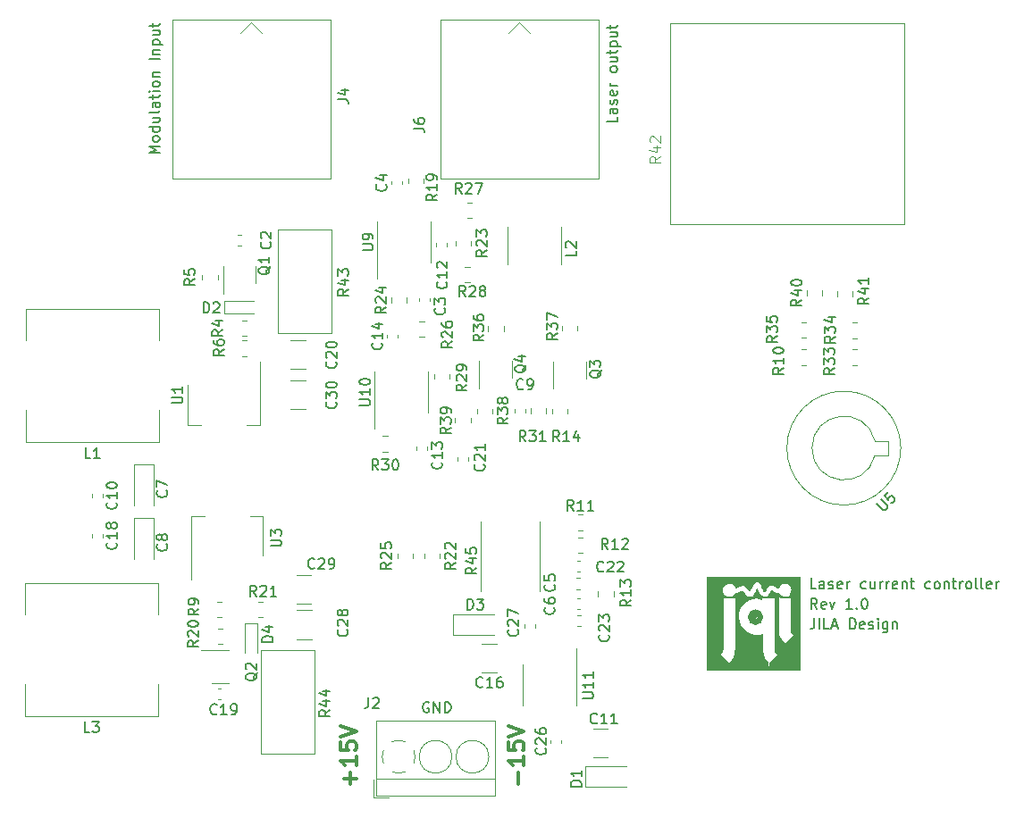
<source format=gbr>
%TF.GenerationSoftware,KiCad,Pcbnew,7.0.10*%
%TF.CreationDate,2024-03-12T19:05:43-04:00*%
%TF.ProjectId,current_controller,63757272-656e-4745-9f63-6f6e74726f6c,rev?*%
%TF.SameCoordinates,Original*%
%TF.FileFunction,Legend,Top*%
%TF.FilePolarity,Positive*%
%FSLAX46Y46*%
G04 Gerber Fmt 4.6, Leading zero omitted, Abs format (unit mm)*
G04 Created by KiCad (PCBNEW 7.0.10) date 2024-03-12 19:05:43*
%MOMM*%
%LPD*%
G01*
G04 APERTURE LIST*
%ADD10C,0.150000*%
%ADD11C,0.300000*%
%ADD12C,0.100000*%
%ADD13C,0.152400*%
%ADD14C,0.120000*%
G04 APERTURE END LIST*
D10*
X64960912Y-50718251D02*
X63960912Y-50718251D01*
X63960912Y-50718251D02*
X64675197Y-50384918D01*
X64675197Y-50384918D02*
X63960912Y-50051585D01*
X63960912Y-50051585D02*
X64960912Y-50051585D01*
X64960912Y-49432537D02*
X64913293Y-49527775D01*
X64913293Y-49527775D02*
X64865673Y-49575394D01*
X64865673Y-49575394D02*
X64770435Y-49623013D01*
X64770435Y-49623013D02*
X64484721Y-49623013D01*
X64484721Y-49623013D02*
X64389483Y-49575394D01*
X64389483Y-49575394D02*
X64341864Y-49527775D01*
X64341864Y-49527775D02*
X64294245Y-49432537D01*
X64294245Y-49432537D02*
X64294245Y-49289680D01*
X64294245Y-49289680D02*
X64341864Y-49194442D01*
X64341864Y-49194442D02*
X64389483Y-49146823D01*
X64389483Y-49146823D02*
X64484721Y-49099204D01*
X64484721Y-49099204D02*
X64770435Y-49099204D01*
X64770435Y-49099204D02*
X64865673Y-49146823D01*
X64865673Y-49146823D02*
X64913293Y-49194442D01*
X64913293Y-49194442D02*
X64960912Y-49289680D01*
X64960912Y-49289680D02*
X64960912Y-49432537D01*
X64960912Y-48242061D02*
X63960912Y-48242061D01*
X64913293Y-48242061D02*
X64960912Y-48337299D01*
X64960912Y-48337299D02*
X64960912Y-48527775D01*
X64960912Y-48527775D02*
X64913293Y-48623013D01*
X64913293Y-48623013D02*
X64865673Y-48670632D01*
X64865673Y-48670632D02*
X64770435Y-48718251D01*
X64770435Y-48718251D02*
X64484721Y-48718251D01*
X64484721Y-48718251D02*
X64389483Y-48670632D01*
X64389483Y-48670632D02*
X64341864Y-48623013D01*
X64341864Y-48623013D02*
X64294245Y-48527775D01*
X64294245Y-48527775D02*
X64294245Y-48337299D01*
X64294245Y-48337299D02*
X64341864Y-48242061D01*
X64294245Y-47337299D02*
X64960912Y-47337299D01*
X64294245Y-47765870D02*
X64818054Y-47765870D01*
X64818054Y-47765870D02*
X64913293Y-47718251D01*
X64913293Y-47718251D02*
X64960912Y-47623013D01*
X64960912Y-47623013D02*
X64960912Y-47480156D01*
X64960912Y-47480156D02*
X64913293Y-47384918D01*
X64913293Y-47384918D02*
X64865673Y-47337299D01*
X64960912Y-46718251D02*
X64913293Y-46813489D01*
X64913293Y-46813489D02*
X64818054Y-46861108D01*
X64818054Y-46861108D02*
X63960912Y-46861108D01*
X64960912Y-45908727D02*
X64437102Y-45908727D01*
X64437102Y-45908727D02*
X64341864Y-45956346D01*
X64341864Y-45956346D02*
X64294245Y-46051584D01*
X64294245Y-46051584D02*
X64294245Y-46242060D01*
X64294245Y-46242060D02*
X64341864Y-46337298D01*
X64913293Y-45908727D02*
X64960912Y-46003965D01*
X64960912Y-46003965D02*
X64960912Y-46242060D01*
X64960912Y-46242060D02*
X64913293Y-46337298D01*
X64913293Y-46337298D02*
X64818054Y-46384917D01*
X64818054Y-46384917D02*
X64722816Y-46384917D01*
X64722816Y-46384917D02*
X64627578Y-46337298D01*
X64627578Y-46337298D02*
X64579959Y-46242060D01*
X64579959Y-46242060D02*
X64579959Y-46003965D01*
X64579959Y-46003965D02*
X64532340Y-45908727D01*
X64294245Y-45575393D02*
X64294245Y-45194441D01*
X63960912Y-45432536D02*
X64818054Y-45432536D01*
X64818054Y-45432536D02*
X64913293Y-45384917D01*
X64913293Y-45384917D02*
X64960912Y-45289679D01*
X64960912Y-45289679D02*
X64960912Y-45194441D01*
X64960912Y-44861107D02*
X64294245Y-44861107D01*
X63960912Y-44861107D02*
X64008531Y-44908726D01*
X64008531Y-44908726D02*
X64056150Y-44861107D01*
X64056150Y-44861107D02*
X64008531Y-44813488D01*
X64008531Y-44813488D02*
X63960912Y-44861107D01*
X63960912Y-44861107D02*
X64056150Y-44861107D01*
X64960912Y-44242060D02*
X64913293Y-44337298D01*
X64913293Y-44337298D02*
X64865673Y-44384917D01*
X64865673Y-44384917D02*
X64770435Y-44432536D01*
X64770435Y-44432536D02*
X64484721Y-44432536D01*
X64484721Y-44432536D02*
X64389483Y-44384917D01*
X64389483Y-44384917D02*
X64341864Y-44337298D01*
X64341864Y-44337298D02*
X64294245Y-44242060D01*
X64294245Y-44242060D02*
X64294245Y-44099203D01*
X64294245Y-44099203D02*
X64341864Y-44003965D01*
X64341864Y-44003965D02*
X64389483Y-43956346D01*
X64389483Y-43956346D02*
X64484721Y-43908727D01*
X64484721Y-43908727D02*
X64770435Y-43908727D01*
X64770435Y-43908727D02*
X64865673Y-43956346D01*
X64865673Y-43956346D02*
X64913293Y-44003965D01*
X64913293Y-44003965D02*
X64960912Y-44099203D01*
X64960912Y-44099203D02*
X64960912Y-44242060D01*
X64294245Y-43480155D02*
X64960912Y-43480155D01*
X64389483Y-43480155D02*
X64341864Y-43432536D01*
X64341864Y-43432536D02*
X64294245Y-43337298D01*
X64294245Y-43337298D02*
X64294245Y-43194441D01*
X64294245Y-43194441D02*
X64341864Y-43099203D01*
X64341864Y-43099203D02*
X64437102Y-43051584D01*
X64437102Y-43051584D02*
X64960912Y-43051584D01*
X64960912Y-41813488D02*
X63960912Y-41813488D01*
X64294245Y-41337298D02*
X64960912Y-41337298D01*
X64389483Y-41337298D02*
X64341864Y-41289679D01*
X64341864Y-41289679D02*
X64294245Y-41194441D01*
X64294245Y-41194441D02*
X64294245Y-41051584D01*
X64294245Y-41051584D02*
X64341864Y-40956346D01*
X64341864Y-40956346D02*
X64437102Y-40908727D01*
X64437102Y-40908727D02*
X64960912Y-40908727D01*
X64294245Y-40432536D02*
X65294245Y-40432536D01*
X64341864Y-40432536D02*
X64294245Y-40337298D01*
X64294245Y-40337298D02*
X64294245Y-40146822D01*
X64294245Y-40146822D02*
X64341864Y-40051584D01*
X64341864Y-40051584D02*
X64389483Y-40003965D01*
X64389483Y-40003965D02*
X64484721Y-39956346D01*
X64484721Y-39956346D02*
X64770435Y-39956346D01*
X64770435Y-39956346D02*
X64865673Y-40003965D01*
X64865673Y-40003965D02*
X64913293Y-40051584D01*
X64913293Y-40051584D02*
X64960912Y-40146822D01*
X64960912Y-40146822D02*
X64960912Y-40337298D01*
X64960912Y-40337298D02*
X64913293Y-40432536D01*
X64294245Y-39099203D02*
X64960912Y-39099203D01*
X64294245Y-39527774D02*
X64818054Y-39527774D01*
X64818054Y-39527774D02*
X64913293Y-39480155D01*
X64913293Y-39480155D02*
X64960912Y-39384917D01*
X64960912Y-39384917D02*
X64960912Y-39242060D01*
X64960912Y-39242060D02*
X64913293Y-39146822D01*
X64913293Y-39146822D02*
X64865673Y-39099203D01*
X64294245Y-38765869D02*
X64294245Y-38384917D01*
X63960912Y-38623012D02*
X64818054Y-38623012D01*
X64818054Y-38623012D02*
X64913293Y-38575393D01*
X64913293Y-38575393D02*
X64960912Y-38480155D01*
X64960912Y-38480155D02*
X64960912Y-38384917D01*
X108332652Y-47266406D02*
X108332652Y-47742596D01*
X108332652Y-47742596D02*
X107332652Y-47742596D01*
X108332652Y-46504501D02*
X107808842Y-46504501D01*
X107808842Y-46504501D02*
X107713604Y-46552120D01*
X107713604Y-46552120D02*
X107665985Y-46647358D01*
X107665985Y-46647358D02*
X107665985Y-46837834D01*
X107665985Y-46837834D02*
X107713604Y-46933072D01*
X108285033Y-46504501D02*
X108332652Y-46599739D01*
X108332652Y-46599739D02*
X108332652Y-46837834D01*
X108332652Y-46837834D02*
X108285033Y-46933072D01*
X108285033Y-46933072D02*
X108189794Y-46980691D01*
X108189794Y-46980691D02*
X108094556Y-46980691D01*
X108094556Y-46980691D02*
X107999318Y-46933072D01*
X107999318Y-46933072D02*
X107951699Y-46837834D01*
X107951699Y-46837834D02*
X107951699Y-46599739D01*
X107951699Y-46599739D02*
X107904080Y-46504501D01*
X108285033Y-46075929D02*
X108332652Y-45980691D01*
X108332652Y-45980691D02*
X108332652Y-45790215D01*
X108332652Y-45790215D02*
X108285033Y-45694977D01*
X108285033Y-45694977D02*
X108189794Y-45647358D01*
X108189794Y-45647358D02*
X108142175Y-45647358D01*
X108142175Y-45647358D02*
X108046937Y-45694977D01*
X108046937Y-45694977D02*
X107999318Y-45790215D01*
X107999318Y-45790215D02*
X107999318Y-45933072D01*
X107999318Y-45933072D02*
X107951699Y-46028310D01*
X107951699Y-46028310D02*
X107856461Y-46075929D01*
X107856461Y-46075929D02*
X107808842Y-46075929D01*
X107808842Y-46075929D02*
X107713604Y-46028310D01*
X107713604Y-46028310D02*
X107665985Y-45933072D01*
X107665985Y-45933072D02*
X107665985Y-45790215D01*
X107665985Y-45790215D02*
X107713604Y-45694977D01*
X108285033Y-44837834D02*
X108332652Y-44933072D01*
X108332652Y-44933072D02*
X108332652Y-45123548D01*
X108332652Y-45123548D02*
X108285033Y-45218786D01*
X108285033Y-45218786D02*
X108189794Y-45266405D01*
X108189794Y-45266405D02*
X107808842Y-45266405D01*
X107808842Y-45266405D02*
X107713604Y-45218786D01*
X107713604Y-45218786D02*
X107665985Y-45123548D01*
X107665985Y-45123548D02*
X107665985Y-44933072D01*
X107665985Y-44933072D02*
X107713604Y-44837834D01*
X107713604Y-44837834D02*
X107808842Y-44790215D01*
X107808842Y-44790215D02*
X107904080Y-44790215D01*
X107904080Y-44790215D02*
X107999318Y-45266405D01*
X108332652Y-44361643D02*
X107665985Y-44361643D01*
X107856461Y-44361643D02*
X107761223Y-44314024D01*
X107761223Y-44314024D02*
X107713604Y-44266405D01*
X107713604Y-44266405D02*
X107665985Y-44171167D01*
X107665985Y-44171167D02*
X107665985Y-44075929D01*
X108332652Y-42837833D02*
X108285033Y-42933071D01*
X108285033Y-42933071D02*
X108237413Y-42980690D01*
X108237413Y-42980690D02*
X108142175Y-43028309D01*
X108142175Y-43028309D02*
X107856461Y-43028309D01*
X107856461Y-43028309D02*
X107761223Y-42980690D01*
X107761223Y-42980690D02*
X107713604Y-42933071D01*
X107713604Y-42933071D02*
X107665985Y-42837833D01*
X107665985Y-42837833D02*
X107665985Y-42694976D01*
X107665985Y-42694976D02*
X107713604Y-42599738D01*
X107713604Y-42599738D02*
X107761223Y-42552119D01*
X107761223Y-42552119D02*
X107856461Y-42504500D01*
X107856461Y-42504500D02*
X108142175Y-42504500D01*
X108142175Y-42504500D02*
X108237413Y-42552119D01*
X108237413Y-42552119D02*
X108285033Y-42599738D01*
X108285033Y-42599738D02*
X108332652Y-42694976D01*
X108332652Y-42694976D02*
X108332652Y-42837833D01*
X107665985Y-41647357D02*
X108332652Y-41647357D01*
X107665985Y-42075928D02*
X108189794Y-42075928D01*
X108189794Y-42075928D02*
X108285033Y-42028309D01*
X108285033Y-42028309D02*
X108332652Y-41933071D01*
X108332652Y-41933071D02*
X108332652Y-41790214D01*
X108332652Y-41790214D02*
X108285033Y-41694976D01*
X108285033Y-41694976D02*
X108237413Y-41647357D01*
X107665985Y-41314023D02*
X107665985Y-40933071D01*
X107332652Y-41171166D02*
X108189794Y-41171166D01*
X108189794Y-41171166D02*
X108285033Y-41123547D01*
X108285033Y-41123547D02*
X108332652Y-41028309D01*
X108332652Y-41028309D02*
X108332652Y-40933071D01*
X107665985Y-40599737D02*
X108665985Y-40599737D01*
X107713604Y-40599737D02*
X107665985Y-40504499D01*
X107665985Y-40504499D02*
X107665985Y-40314023D01*
X107665985Y-40314023D02*
X107713604Y-40218785D01*
X107713604Y-40218785D02*
X107761223Y-40171166D01*
X107761223Y-40171166D02*
X107856461Y-40123547D01*
X107856461Y-40123547D02*
X108142175Y-40123547D01*
X108142175Y-40123547D02*
X108237413Y-40171166D01*
X108237413Y-40171166D02*
X108285033Y-40218785D01*
X108285033Y-40218785D02*
X108332652Y-40314023D01*
X108332652Y-40314023D02*
X108332652Y-40504499D01*
X108332652Y-40504499D02*
X108285033Y-40599737D01*
X107665985Y-39266404D02*
X108332652Y-39266404D01*
X107665985Y-39694975D02*
X108189794Y-39694975D01*
X108189794Y-39694975D02*
X108285033Y-39647356D01*
X108285033Y-39647356D02*
X108332652Y-39552118D01*
X108332652Y-39552118D02*
X108332652Y-39409261D01*
X108332652Y-39409261D02*
X108285033Y-39314023D01*
X108285033Y-39314023D02*
X108237413Y-39266404D01*
X107665985Y-38933070D02*
X107665985Y-38552118D01*
X107332652Y-38790213D02*
X108189794Y-38790213D01*
X108189794Y-38790213D02*
X108285033Y-38742594D01*
X108285033Y-38742594D02*
X108332652Y-38647356D01*
X108332652Y-38647356D02*
X108332652Y-38552118D01*
X126986365Y-94830892D02*
X126986365Y-95545177D01*
X126986365Y-95545177D02*
X126938746Y-95688034D01*
X126938746Y-95688034D02*
X126843508Y-95783273D01*
X126843508Y-95783273D02*
X126700651Y-95830892D01*
X126700651Y-95830892D02*
X126605413Y-95830892D01*
X127462556Y-95830892D02*
X127462556Y-94830892D01*
X128414936Y-95830892D02*
X127938746Y-95830892D01*
X127938746Y-95830892D02*
X127938746Y-94830892D01*
X128700651Y-95545177D02*
X129176841Y-95545177D01*
X128605413Y-95830892D02*
X128938746Y-94830892D01*
X128938746Y-94830892D02*
X129272079Y-95830892D01*
X130367318Y-95830892D02*
X130367318Y-94830892D01*
X130367318Y-94830892D02*
X130605413Y-94830892D01*
X130605413Y-94830892D02*
X130748270Y-94878511D01*
X130748270Y-94878511D02*
X130843508Y-94973749D01*
X130843508Y-94973749D02*
X130891127Y-95068987D01*
X130891127Y-95068987D02*
X130938746Y-95259463D01*
X130938746Y-95259463D02*
X130938746Y-95402320D01*
X130938746Y-95402320D02*
X130891127Y-95592796D01*
X130891127Y-95592796D02*
X130843508Y-95688034D01*
X130843508Y-95688034D02*
X130748270Y-95783273D01*
X130748270Y-95783273D02*
X130605413Y-95830892D01*
X130605413Y-95830892D02*
X130367318Y-95830892D01*
X131748270Y-95783273D02*
X131653032Y-95830892D01*
X131653032Y-95830892D02*
X131462556Y-95830892D01*
X131462556Y-95830892D02*
X131367318Y-95783273D01*
X131367318Y-95783273D02*
X131319699Y-95688034D01*
X131319699Y-95688034D02*
X131319699Y-95307082D01*
X131319699Y-95307082D02*
X131367318Y-95211844D01*
X131367318Y-95211844D02*
X131462556Y-95164225D01*
X131462556Y-95164225D02*
X131653032Y-95164225D01*
X131653032Y-95164225D02*
X131748270Y-95211844D01*
X131748270Y-95211844D02*
X131795889Y-95307082D01*
X131795889Y-95307082D02*
X131795889Y-95402320D01*
X131795889Y-95402320D02*
X131319699Y-95497558D01*
X132176842Y-95783273D02*
X132272080Y-95830892D01*
X132272080Y-95830892D02*
X132462556Y-95830892D01*
X132462556Y-95830892D02*
X132557794Y-95783273D01*
X132557794Y-95783273D02*
X132605413Y-95688034D01*
X132605413Y-95688034D02*
X132605413Y-95640415D01*
X132605413Y-95640415D02*
X132557794Y-95545177D01*
X132557794Y-95545177D02*
X132462556Y-95497558D01*
X132462556Y-95497558D02*
X132319699Y-95497558D01*
X132319699Y-95497558D02*
X132224461Y-95449939D01*
X132224461Y-95449939D02*
X132176842Y-95354701D01*
X132176842Y-95354701D02*
X132176842Y-95307082D01*
X132176842Y-95307082D02*
X132224461Y-95211844D01*
X132224461Y-95211844D02*
X132319699Y-95164225D01*
X132319699Y-95164225D02*
X132462556Y-95164225D01*
X132462556Y-95164225D02*
X132557794Y-95211844D01*
X133033985Y-95830892D02*
X133033985Y-95164225D01*
X133033985Y-94830892D02*
X132986366Y-94878511D01*
X132986366Y-94878511D02*
X133033985Y-94926130D01*
X133033985Y-94926130D02*
X133081604Y-94878511D01*
X133081604Y-94878511D02*
X133033985Y-94830892D01*
X133033985Y-94830892D02*
X133033985Y-94926130D01*
X133938746Y-95164225D02*
X133938746Y-95973749D01*
X133938746Y-95973749D02*
X133891127Y-96068987D01*
X133891127Y-96068987D02*
X133843508Y-96116606D01*
X133843508Y-96116606D02*
X133748270Y-96164225D01*
X133748270Y-96164225D02*
X133605413Y-96164225D01*
X133605413Y-96164225D02*
X133510175Y-96116606D01*
X133938746Y-95783273D02*
X133843508Y-95830892D01*
X133843508Y-95830892D02*
X133653032Y-95830892D01*
X133653032Y-95830892D02*
X133557794Y-95783273D01*
X133557794Y-95783273D02*
X133510175Y-95735653D01*
X133510175Y-95735653D02*
X133462556Y-95640415D01*
X133462556Y-95640415D02*
X133462556Y-95354701D01*
X133462556Y-95354701D02*
X133510175Y-95259463D01*
X133510175Y-95259463D02*
X133557794Y-95211844D01*
X133557794Y-95211844D02*
X133653032Y-95164225D01*
X133653032Y-95164225D02*
X133843508Y-95164225D01*
X133843508Y-95164225D02*
X133938746Y-95211844D01*
X134414937Y-95164225D02*
X134414937Y-95830892D01*
X134414937Y-95259463D02*
X134462556Y-95211844D01*
X134462556Y-95211844D02*
X134557794Y-95164225D01*
X134557794Y-95164225D02*
X134700651Y-95164225D01*
X134700651Y-95164225D02*
X134795889Y-95211844D01*
X134795889Y-95211844D02*
X134843508Y-95307082D01*
X134843508Y-95307082D02*
X134843508Y-95830892D01*
X127272079Y-93925892D02*
X126938746Y-93449701D01*
X126700651Y-93925892D02*
X126700651Y-92925892D01*
X126700651Y-92925892D02*
X127081603Y-92925892D01*
X127081603Y-92925892D02*
X127176841Y-92973511D01*
X127176841Y-92973511D02*
X127224460Y-93021130D01*
X127224460Y-93021130D02*
X127272079Y-93116368D01*
X127272079Y-93116368D02*
X127272079Y-93259225D01*
X127272079Y-93259225D02*
X127224460Y-93354463D01*
X127224460Y-93354463D02*
X127176841Y-93402082D01*
X127176841Y-93402082D02*
X127081603Y-93449701D01*
X127081603Y-93449701D02*
X126700651Y-93449701D01*
X128081603Y-93878273D02*
X127986365Y-93925892D01*
X127986365Y-93925892D02*
X127795889Y-93925892D01*
X127795889Y-93925892D02*
X127700651Y-93878273D01*
X127700651Y-93878273D02*
X127653032Y-93783034D01*
X127653032Y-93783034D02*
X127653032Y-93402082D01*
X127653032Y-93402082D02*
X127700651Y-93306844D01*
X127700651Y-93306844D02*
X127795889Y-93259225D01*
X127795889Y-93259225D02*
X127986365Y-93259225D01*
X127986365Y-93259225D02*
X128081603Y-93306844D01*
X128081603Y-93306844D02*
X128129222Y-93402082D01*
X128129222Y-93402082D02*
X128129222Y-93497320D01*
X128129222Y-93497320D02*
X127653032Y-93592558D01*
X128462556Y-93259225D02*
X128700651Y-93925892D01*
X128700651Y-93925892D02*
X128938746Y-93259225D01*
X130605413Y-93925892D02*
X130033985Y-93925892D01*
X130319699Y-93925892D02*
X130319699Y-92925892D01*
X130319699Y-92925892D02*
X130224461Y-93068749D01*
X130224461Y-93068749D02*
X130129223Y-93163987D01*
X130129223Y-93163987D02*
X130033985Y-93211606D01*
X131033985Y-93830653D02*
X131081604Y-93878273D01*
X131081604Y-93878273D02*
X131033985Y-93925892D01*
X131033985Y-93925892D02*
X130986366Y-93878273D01*
X130986366Y-93878273D02*
X131033985Y-93830653D01*
X131033985Y-93830653D02*
X131033985Y-93925892D01*
X131700651Y-92925892D02*
X131795889Y-92925892D01*
X131795889Y-92925892D02*
X131891127Y-92973511D01*
X131891127Y-92973511D02*
X131938746Y-93021130D01*
X131938746Y-93021130D02*
X131986365Y-93116368D01*
X131986365Y-93116368D02*
X132033984Y-93306844D01*
X132033984Y-93306844D02*
X132033984Y-93544939D01*
X132033984Y-93544939D02*
X131986365Y-93735415D01*
X131986365Y-93735415D02*
X131938746Y-93830653D01*
X131938746Y-93830653D02*
X131891127Y-93878273D01*
X131891127Y-93878273D02*
X131795889Y-93925892D01*
X131795889Y-93925892D02*
X131700651Y-93925892D01*
X131700651Y-93925892D02*
X131605413Y-93878273D01*
X131605413Y-93878273D02*
X131557794Y-93830653D01*
X131557794Y-93830653D02*
X131510175Y-93735415D01*
X131510175Y-93735415D02*
X131462556Y-93544939D01*
X131462556Y-93544939D02*
X131462556Y-93306844D01*
X131462556Y-93306844D02*
X131510175Y-93116368D01*
X131510175Y-93116368D02*
X131557794Y-93021130D01*
X131557794Y-93021130D02*
X131605413Y-92973511D01*
X131605413Y-92973511D02*
X131700651Y-92925892D01*
X127176841Y-92020892D02*
X126700651Y-92020892D01*
X126700651Y-92020892D02*
X126700651Y-91020892D01*
X127938746Y-92020892D02*
X127938746Y-91497082D01*
X127938746Y-91497082D02*
X127891127Y-91401844D01*
X127891127Y-91401844D02*
X127795889Y-91354225D01*
X127795889Y-91354225D02*
X127605413Y-91354225D01*
X127605413Y-91354225D02*
X127510175Y-91401844D01*
X127938746Y-91973273D02*
X127843508Y-92020892D01*
X127843508Y-92020892D02*
X127605413Y-92020892D01*
X127605413Y-92020892D02*
X127510175Y-91973273D01*
X127510175Y-91973273D02*
X127462556Y-91878034D01*
X127462556Y-91878034D02*
X127462556Y-91782796D01*
X127462556Y-91782796D02*
X127510175Y-91687558D01*
X127510175Y-91687558D02*
X127605413Y-91639939D01*
X127605413Y-91639939D02*
X127843508Y-91639939D01*
X127843508Y-91639939D02*
X127938746Y-91592320D01*
X128367318Y-91973273D02*
X128462556Y-92020892D01*
X128462556Y-92020892D02*
X128653032Y-92020892D01*
X128653032Y-92020892D02*
X128748270Y-91973273D01*
X128748270Y-91973273D02*
X128795889Y-91878034D01*
X128795889Y-91878034D02*
X128795889Y-91830415D01*
X128795889Y-91830415D02*
X128748270Y-91735177D01*
X128748270Y-91735177D02*
X128653032Y-91687558D01*
X128653032Y-91687558D02*
X128510175Y-91687558D01*
X128510175Y-91687558D02*
X128414937Y-91639939D01*
X128414937Y-91639939D02*
X128367318Y-91544701D01*
X128367318Y-91544701D02*
X128367318Y-91497082D01*
X128367318Y-91497082D02*
X128414937Y-91401844D01*
X128414937Y-91401844D02*
X128510175Y-91354225D01*
X128510175Y-91354225D02*
X128653032Y-91354225D01*
X128653032Y-91354225D02*
X128748270Y-91401844D01*
X129605413Y-91973273D02*
X129510175Y-92020892D01*
X129510175Y-92020892D02*
X129319699Y-92020892D01*
X129319699Y-92020892D02*
X129224461Y-91973273D01*
X129224461Y-91973273D02*
X129176842Y-91878034D01*
X129176842Y-91878034D02*
X129176842Y-91497082D01*
X129176842Y-91497082D02*
X129224461Y-91401844D01*
X129224461Y-91401844D02*
X129319699Y-91354225D01*
X129319699Y-91354225D02*
X129510175Y-91354225D01*
X129510175Y-91354225D02*
X129605413Y-91401844D01*
X129605413Y-91401844D02*
X129653032Y-91497082D01*
X129653032Y-91497082D02*
X129653032Y-91592320D01*
X129653032Y-91592320D02*
X129176842Y-91687558D01*
X130081604Y-92020892D02*
X130081604Y-91354225D01*
X130081604Y-91544701D02*
X130129223Y-91449463D01*
X130129223Y-91449463D02*
X130176842Y-91401844D01*
X130176842Y-91401844D02*
X130272080Y-91354225D01*
X130272080Y-91354225D02*
X130367318Y-91354225D01*
X131891128Y-91973273D02*
X131795890Y-92020892D01*
X131795890Y-92020892D02*
X131605414Y-92020892D01*
X131605414Y-92020892D02*
X131510176Y-91973273D01*
X131510176Y-91973273D02*
X131462557Y-91925653D01*
X131462557Y-91925653D02*
X131414938Y-91830415D01*
X131414938Y-91830415D02*
X131414938Y-91544701D01*
X131414938Y-91544701D02*
X131462557Y-91449463D01*
X131462557Y-91449463D02*
X131510176Y-91401844D01*
X131510176Y-91401844D02*
X131605414Y-91354225D01*
X131605414Y-91354225D02*
X131795890Y-91354225D01*
X131795890Y-91354225D02*
X131891128Y-91401844D01*
X132748271Y-91354225D02*
X132748271Y-92020892D01*
X132319700Y-91354225D02*
X132319700Y-91878034D01*
X132319700Y-91878034D02*
X132367319Y-91973273D01*
X132367319Y-91973273D02*
X132462557Y-92020892D01*
X132462557Y-92020892D02*
X132605414Y-92020892D01*
X132605414Y-92020892D02*
X132700652Y-91973273D01*
X132700652Y-91973273D02*
X132748271Y-91925653D01*
X133224462Y-92020892D02*
X133224462Y-91354225D01*
X133224462Y-91544701D02*
X133272081Y-91449463D01*
X133272081Y-91449463D02*
X133319700Y-91401844D01*
X133319700Y-91401844D02*
X133414938Y-91354225D01*
X133414938Y-91354225D02*
X133510176Y-91354225D01*
X133843510Y-92020892D02*
X133843510Y-91354225D01*
X133843510Y-91544701D02*
X133891129Y-91449463D01*
X133891129Y-91449463D02*
X133938748Y-91401844D01*
X133938748Y-91401844D02*
X134033986Y-91354225D01*
X134033986Y-91354225D02*
X134129224Y-91354225D01*
X134843510Y-91973273D02*
X134748272Y-92020892D01*
X134748272Y-92020892D02*
X134557796Y-92020892D01*
X134557796Y-92020892D02*
X134462558Y-91973273D01*
X134462558Y-91973273D02*
X134414939Y-91878034D01*
X134414939Y-91878034D02*
X134414939Y-91497082D01*
X134414939Y-91497082D02*
X134462558Y-91401844D01*
X134462558Y-91401844D02*
X134557796Y-91354225D01*
X134557796Y-91354225D02*
X134748272Y-91354225D01*
X134748272Y-91354225D02*
X134843510Y-91401844D01*
X134843510Y-91401844D02*
X134891129Y-91497082D01*
X134891129Y-91497082D02*
X134891129Y-91592320D01*
X134891129Y-91592320D02*
X134414939Y-91687558D01*
X135319701Y-91354225D02*
X135319701Y-92020892D01*
X135319701Y-91449463D02*
X135367320Y-91401844D01*
X135367320Y-91401844D02*
X135462558Y-91354225D01*
X135462558Y-91354225D02*
X135605415Y-91354225D01*
X135605415Y-91354225D02*
X135700653Y-91401844D01*
X135700653Y-91401844D02*
X135748272Y-91497082D01*
X135748272Y-91497082D02*
X135748272Y-92020892D01*
X136081606Y-91354225D02*
X136462558Y-91354225D01*
X136224463Y-91020892D02*
X136224463Y-91878034D01*
X136224463Y-91878034D02*
X136272082Y-91973273D01*
X136272082Y-91973273D02*
X136367320Y-92020892D01*
X136367320Y-92020892D02*
X136462558Y-92020892D01*
X137986368Y-91973273D02*
X137891130Y-92020892D01*
X137891130Y-92020892D02*
X137700654Y-92020892D01*
X137700654Y-92020892D02*
X137605416Y-91973273D01*
X137605416Y-91973273D02*
X137557797Y-91925653D01*
X137557797Y-91925653D02*
X137510178Y-91830415D01*
X137510178Y-91830415D02*
X137510178Y-91544701D01*
X137510178Y-91544701D02*
X137557797Y-91449463D01*
X137557797Y-91449463D02*
X137605416Y-91401844D01*
X137605416Y-91401844D02*
X137700654Y-91354225D01*
X137700654Y-91354225D02*
X137891130Y-91354225D01*
X137891130Y-91354225D02*
X137986368Y-91401844D01*
X138557797Y-92020892D02*
X138462559Y-91973273D01*
X138462559Y-91973273D02*
X138414940Y-91925653D01*
X138414940Y-91925653D02*
X138367321Y-91830415D01*
X138367321Y-91830415D02*
X138367321Y-91544701D01*
X138367321Y-91544701D02*
X138414940Y-91449463D01*
X138414940Y-91449463D02*
X138462559Y-91401844D01*
X138462559Y-91401844D02*
X138557797Y-91354225D01*
X138557797Y-91354225D02*
X138700654Y-91354225D01*
X138700654Y-91354225D02*
X138795892Y-91401844D01*
X138795892Y-91401844D02*
X138843511Y-91449463D01*
X138843511Y-91449463D02*
X138891130Y-91544701D01*
X138891130Y-91544701D02*
X138891130Y-91830415D01*
X138891130Y-91830415D02*
X138843511Y-91925653D01*
X138843511Y-91925653D02*
X138795892Y-91973273D01*
X138795892Y-91973273D02*
X138700654Y-92020892D01*
X138700654Y-92020892D02*
X138557797Y-92020892D01*
X139319702Y-91354225D02*
X139319702Y-92020892D01*
X139319702Y-91449463D02*
X139367321Y-91401844D01*
X139367321Y-91401844D02*
X139462559Y-91354225D01*
X139462559Y-91354225D02*
X139605416Y-91354225D01*
X139605416Y-91354225D02*
X139700654Y-91401844D01*
X139700654Y-91401844D02*
X139748273Y-91497082D01*
X139748273Y-91497082D02*
X139748273Y-92020892D01*
X140081607Y-91354225D02*
X140462559Y-91354225D01*
X140224464Y-91020892D02*
X140224464Y-91878034D01*
X140224464Y-91878034D02*
X140272083Y-91973273D01*
X140272083Y-91973273D02*
X140367321Y-92020892D01*
X140367321Y-92020892D02*
X140462559Y-92020892D01*
X140795893Y-92020892D02*
X140795893Y-91354225D01*
X140795893Y-91544701D02*
X140843512Y-91449463D01*
X140843512Y-91449463D02*
X140891131Y-91401844D01*
X140891131Y-91401844D02*
X140986369Y-91354225D01*
X140986369Y-91354225D02*
X141081607Y-91354225D01*
X141557798Y-92020892D02*
X141462560Y-91973273D01*
X141462560Y-91973273D02*
X141414941Y-91925653D01*
X141414941Y-91925653D02*
X141367322Y-91830415D01*
X141367322Y-91830415D02*
X141367322Y-91544701D01*
X141367322Y-91544701D02*
X141414941Y-91449463D01*
X141414941Y-91449463D02*
X141462560Y-91401844D01*
X141462560Y-91401844D02*
X141557798Y-91354225D01*
X141557798Y-91354225D02*
X141700655Y-91354225D01*
X141700655Y-91354225D02*
X141795893Y-91401844D01*
X141795893Y-91401844D02*
X141843512Y-91449463D01*
X141843512Y-91449463D02*
X141891131Y-91544701D01*
X141891131Y-91544701D02*
X141891131Y-91830415D01*
X141891131Y-91830415D02*
X141843512Y-91925653D01*
X141843512Y-91925653D02*
X141795893Y-91973273D01*
X141795893Y-91973273D02*
X141700655Y-92020892D01*
X141700655Y-92020892D02*
X141557798Y-92020892D01*
X142462560Y-92020892D02*
X142367322Y-91973273D01*
X142367322Y-91973273D02*
X142319703Y-91878034D01*
X142319703Y-91878034D02*
X142319703Y-91020892D01*
X142986370Y-92020892D02*
X142891132Y-91973273D01*
X142891132Y-91973273D02*
X142843513Y-91878034D01*
X142843513Y-91878034D02*
X142843513Y-91020892D01*
X143748275Y-91973273D02*
X143653037Y-92020892D01*
X143653037Y-92020892D02*
X143462561Y-92020892D01*
X143462561Y-92020892D02*
X143367323Y-91973273D01*
X143367323Y-91973273D02*
X143319704Y-91878034D01*
X143319704Y-91878034D02*
X143319704Y-91497082D01*
X143319704Y-91497082D02*
X143367323Y-91401844D01*
X143367323Y-91401844D02*
X143462561Y-91354225D01*
X143462561Y-91354225D02*
X143653037Y-91354225D01*
X143653037Y-91354225D02*
X143748275Y-91401844D01*
X143748275Y-91401844D02*
X143795894Y-91497082D01*
X143795894Y-91497082D02*
X143795894Y-91592320D01*
X143795894Y-91592320D02*
X143319704Y-91687558D01*
X144224466Y-92020892D02*
X144224466Y-91354225D01*
X144224466Y-91544701D02*
X144272085Y-91449463D01*
X144272085Y-91449463D02*
X144319704Y-91401844D01*
X144319704Y-91401844D02*
X144414942Y-91354225D01*
X144414942Y-91354225D02*
X144510180Y-91354225D01*
X90470653Y-102812877D02*
X90375415Y-102765258D01*
X90375415Y-102765258D02*
X90232558Y-102765258D01*
X90232558Y-102765258D02*
X90089701Y-102812877D01*
X90089701Y-102812877D02*
X89994463Y-102908115D01*
X89994463Y-102908115D02*
X89946844Y-103003353D01*
X89946844Y-103003353D02*
X89899225Y-103193829D01*
X89899225Y-103193829D02*
X89899225Y-103336686D01*
X89899225Y-103336686D02*
X89946844Y-103527162D01*
X89946844Y-103527162D02*
X89994463Y-103622400D01*
X89994463Y-103622400D02*
X90089701Y-103717639D01*
X90089701Y-103717639D02*
X90232558Y-103765258D01*
X90232558Y-103765258D02*
X90327796Y-103765258D01*
X90327796Y-103765258D02*
X90470653Y-103717639D01*
X90470653Y-103717639D02*
X90518272Y-103670019D01*
X90518272Y-103670019D02*
X90518272Y-103336686D01*
X90518272Y-103336686D02*
X90327796Y-103336686D01*
X90946844Y-103765258D02*
X90946844Y-102765258D01*
X90946844Y-102765258D02*
X91518272Y-103765258D01*
X91518272Y-103765258D02*
X91518272Y-102765258D01*
X91994463Y-103765258D02*
X91994463Y-102765258D01*
X91994463Y-102765258D02*
X92232558Y-102765258D01*
X92232558Y-102765258D02*
X92375415Y-102812877D01*
X92375415Y-102812877D02*
X92470653Y-102908115D01*
X92470653Y-102908115D02*
X92518272Y-103003353D01*
X92518272Y-103003353D02*
X92565891Y-103193829D01*
X92565891Y-103193829D02*
X92565891Y-103336686D01*
X92565891Y-103336686D02*
X92518272Y-103527162D01*
X92518272Y-103527162D02*
X92470653Y-103622400D01*
X92470653Y-103622400D02*
X92375415Y-103717639D01*
X92375415Y-103717639D02*
X92232558Y-103765258D01*
X92232558Y-103765258D02*
X91994463Y-103765258D01*
D11*
X98924400Y-110570489D02*
X98924400Y-109427632D01*
X99495828Y-107927631D02*
X99495828Y-108784774D01*
X99495828Y-108356203D02*
X97995828Y-108356203D01*
X97995828Y-108356203D02*
X98210114Y-108499060D01*
X98210114Y-108499060D02*
X98352971Y-108641917D01*
X98352971Y-108641917D02*
X98424400Y-108784774D01*
X97995828Y-106570489D02*
X97995828Y-107284775D01*
X97995828Y-107284775D02*
X98710114Y-107356203D01*
X98710114Y-107356203D02*
X98638685Y-107284775D01*
X98638685Y-107284775D02*
X98567257Y-107141918D01*
X98567257Y-107141918D02*
X98567257Y-106784775D01*
X98567257Y-106784775D02*
X98638685Y-106641918D01*
X98638685Y-106641918D02*
X98710114Y-106570489D01*
X98710114Y-106570489D02*
X98852971Y-106499060D01*
X98852971Y-106499060D02*
X99210114Y-106499060D01*
X99210114Y-106499060D02*
X99352971Y-106570489D01*
X99352971Y-106570489D02*
X99424400Y-106641918D01*
X99424400Y-106641918D02*
X99495828Y-106784775D01*
X99495828Y-106784775D02*
X99495828Y-107141918D01*
X99495828Y-107141918D02*
X99424400Y-107284775D01*
X99424400Y-107284775D02*
X99352971Y-107356203D01*
X97995828Y-106070489D02*
X99495828Y-105570489D01*
X99495828Y-105570489D02*
X97995828Y-105070489D01*
X83049400Y-110570489D02*
X83049400Y-109427632D01*
X83620828Y-109999060D02*
X82477971Y-109999060D01*
X83620828Y-107927631D02*
X83620828Y-108784774D01*
X83620828Y-108356203D02*
X82120828Y-108356203D01*
X82120828Y-108356203D02*
X82335114Y-108499060D01*
X82335114Y-108499060D02*
X82477971Y-108641917D01*
X82477971Y-108641917D02*
X82549400Y-108784774D01*
X82120828Y-106570489D02*
X82120828Y-107284775D01*
X82120828Y-107284775D02*
X82835114Y-107356203D01*
X82835114Y-107356203D02*
X82763685Y-107284775D01*
X82763685Y-107284775D02*
X82692257Y-107141918D01*
X82692257Y-107141918D02*
X82692257Y-106784775D01*
X82692257Y-106784775D02*
X82763685Y-106641918D01*
X82763685Y-106641918D02*
X82835114Y-106570489D01*
X82835114Y-106570489D02*
X82977971Y-106499060D01*
X82977971Y-106499060D02*
X83335114Y-106499060D01*
X83335114Y-106499060D02*
X83477971Y-106570489D01*
X83477971Y-106570489D02*
X83549400Y-106641918D01*
X83549400Y-106641918D02*
X83620828Y-106784775D01*
X83620828Y-106784775D02*
X83620828Y-107141918D01*
X83620828Y-107141918D02*
X83549400Y-107284775D01*
X83549400Y-107284775D02*
X83477971Y-107356203D01*
X82120828Y-106070489D02*
X83620828Y-105570489D01*
X83620828Y-105570489D02*
X82120828Y-105070489D01*
D10*
X104415184Y-59960009D02*
X104415184Y-60436199D01*
X104415184Y-60436199D02*
X103415184Y-60436199D01*
X103510422Y-59674294D02*
X103462803Y-59626675D01*
X103462803Y-59626675D02*
X103415184Y-59531437D01*
X103415184Y-59531437D02*
X103415184Y-59293342D01*
X103415184Y-59293342D02*
X103462803Y-59198104D01*
X103462803Y-59198104D02*
X103510422Y-59150485D01*
X103510422Y-59150485D02*
X103605660Y-59102866D01*
X103605660Y-59102866D02*
X103700898Y-59102866D01*
X103700898Y-59102866D02*
X103843755Y-59150485D01*
X103843755Y-59150485D02*
X104415184Y-59721913D01*
X104415184Y-59721913D02*
X104415184Y-59102866D01*
X70939819Y-67476666D02*
X70463628Y-67809999D01*
X70939819Y-68048094D02*
X69939819Y-68048094D01*
X69939819Y-68048094D02*
X69939819Y-67667142D01*
X69939819Y-67667142D02*
X69987438Y-67571904D01*
X69987438Y-67571904D02*
X70035057Y-67524285D01*
X70035057Y-67524285D02*
X70130295Y-67476666D01*
X70130295Y-67476666D02*
X70273152Y-67476666D01*
X70273152Y-67476666D02*
X70368390Y-67524285D01*
X70368390Y-67524285D02*
X70416009Y-67571904D01*
X70416009Y-67571904D02*
X70463628Y-67667142D01*
X70463628Y-67667142D02*
X70463628Y-68048094D01*
X70273152Y-66619523D02*
X70939819Y-66619523D01*
X69892200Y-66857618D02*
X70606485Y-67095713D01*
X70606485Y-67095713D02*
X70606485Y-66476666D01*
X65609580Y-82716666D02*
X65657200Y-82764285D01*
X65657200Y-82764285D02*
X65704819Y-82907142D01*
X65704819Y-82907142D02*
X65704819Y-83002380D01*
X65704819Y-83002380D02*
X65657200Y-83145237D01*
X65657200Y-83145237D02*
X65561961Y-83240475D01*
X65561961Y-83240475D02*
X65466723Y-83288094D01*
X65466723Y-83288094D02*
X65276247Y-83335713D01*
X65276247Y-83335713D02*
X65133390Y-83335713D01*
X65133390Y-83335713D02*
X64942914Y-83288094D01*
X64942914Y-83288094D02*
X64847676Y-83240475D01*
X64847676Y-83240475D02*
X64752438Y-83145237D01*
X64752438Y-83145237D02*
X64704819Y-83002380D01*
X64704819Y-83002380D02*
X64704819Y-82907142D01*
X64704819Y-82907142D02*
X64752438Y-82764285D01*
X64752438Y-82764285D02*
X64800057Y-82716666D01*
X64704819Y-82383332D02*
X64704819Y-81716666D01*
X64704819Y-81716666D02*
X65704819Y-82145237D01*
X82719733Y-95892857D02*
X82767353Y-95940476D01*
X82767353Y-95940476D02*
X82814972Y-96083333D01*
X82814972Y-96083333D02*
X82814972Y-96178571D01*
X82814972Y-96178571D02*
X82767353Y-96321428D01*
X82767353Y-96321428D02*
X82672114Y-96416666D01*
X82672114Y-96416666D02*
X82576876Y-96464285D01*
X82576876Y-96464285D02*
X82386400Y-96511904D01*
X82386400Y-96511904D02*
X82243543Y-96511904D01*
X82243543Y-96511904D02*
X82053067Y-96464285D01*
X82053067Y-96464285D02*
X81957829Y-96416666D01*
X81957829Y-96416666D02*
X81862591Y-96321428D01*
X81862591Y-96321428D02*
X81814972Y-96178571D01*
X81814972Y-96178571D02*
X81814972Y-96083333D01*
X81814972Y-96083333D02*
X81862591Y-95940476D01*
X81862591Y-95940476D02*
X81910210Y-95892857D01*
X81910210Y-95511904D02*
X81862591Y-95464285D01*
X81862591Y-95464285D02*
X81814972Y-95369047D01*
X81814972Y-95369047D02*
X81814972Y-95130952D01*
X81814972Y-95130952D02*
X81862591Y-95035714D01*
X81862591Y-95035714D02*
X81910210Y-94988095D01*
X81910210Y-94988095D02*
X82005448Y-94940476D01*
X82005448Y-94940476D02*
X82100686Y-94940476D01*
X82100686Y-94940476D02*
X82243543Y-94988095D01*
X82243543Y-94988095D02*
X82814972Y-95559523D01*
X82814972Y-95559523D02*
X82814972Y-94940476D01*
X82243543Y-94369047D02*
X82195924Y-94464285D01*
X82195924Y-94464285D02*
X82148305Y-94511904D01*
X82148305Y-94511904D02*
X82053067Y-94559523D01*
X82053067Y-94559523D02*
X82005448Y-94559523D01*
X82005448Y-94559523D02*
X81910210Y-94511904D01*
X81910210Y-94511904D02*
X81862591Y-94464285D01*
X81862591Y-94464285D02*
X81814972Y-94369047D01*
X81814972Y-94369047D02*
X81814972Y-94178571D01*
X81814972Y-94178571D02*
X81862591Y-94083333D01*
X81862591Y-94083333D02*
X81910210Y-94035714D01*
X81910210Y-94035714D02*
X82005448Y-93988095D01*
X82005448Y-93988095D02*
X82053067Y-93988095D01*
X82053067Y-93988095D02*
X82148305Y-94035714D01*
X82148305Y-94035714D02*
X82195924Y-94083333D01*
X82195924Y-94083333D02*
X82243543Y-94178571D01*
X82243543Y-94178571D02*
X82243543Y-94369047D01*
X82243543Y-94369047D02*
X82291162Y-94464285D01*
X82291162Y-94464285D02*
X82338781Y-94511904D01*
X82338781Y-94511904D02*
X82434019Y-94559523D01*
X82434019Y-94559523D02*
X82624495Y-94559523D01*
X82624495Y-94559523D02*
X82719733Y-94511904D01*
X82719733Y-94511904D02*
X82767353Y-94464285D01*
X82767353Y-94464285D02*
X82814972Y-94369047D01*
X82814972Y-94369047D02*
X82814972Y-94178571D01*
X82814972Y-94178571D02*
X82767353Y-94083333D01*
X82767353Y-94083333D02*
X82719733Y-94035714D01*
X82719733Y-94035714D02*
X82624495Y-93988095D01*
X82624495Y-93988095D02*
X82434019Y-93988095D01*
X82434019Y-93988095D02*
X82338781Y-94035714D01*
X82338781Y-94035714D02*
X82291162Y-94083333D01*
X82291162Y-94083333D02*
X82243543Y-94178571D01*
X84187319Y-59927606D02*
X84996842Y-59927606D01*
X84996842Y-59927606D02*
X85092080Y-59879987D01*
X85092080Y-59879987D02*
X85139700Y-59832368D01*
X85139700Y-59832368D02*
X85187319Y-59737130D01*
X85187319Y-59737130D02*
X85187319Y-59546654D01*
X85187319Y-59546654D02*
X85139700Y-59451416D01*
X85139700Y-59451416D02*
X85092080Y-59403797D01*
X85092080Y-59403797D02*
X84996842Y-59356178D01*
X84996842Y-59356178D02*
X84187319Y-59356178D01*
X85187319Y-58832368D02*
X85187319Y-58641892D01*
X85187319Y-58641892D02*
X85139700Y-58546654D01*
X85139700Y-58546654D02*
X85092080Y-58499035D01*
X85092080Y-58499035D02*
X84949223Y-58403797D01*
X84949223Y-58403797D02*
X84758747Y-58356178D01*
X84758747Y-58356178D02*
X84377795Y-58356178D01*
X84377795Y-58356178D02*
X84282557Y-58403797D01*
X84282557Y-58403797D02*
X84234938Y-58451416D01*
X84234938Y-58451416D02*
X84187319Y-58546654D01*
X84187319Y-58546654D02*
X84187319Y-58737130D01*
X84187319Y-58737130D02*
X84234938Y-58832368D01*
X84234938Y-58832368D02*
X84282557Y-58879987D01*
X84282557Y-58879987D02*
X84377795Y-58927606D01*
X84377795Y-58927606D02*
X84615890Y-58927606D01*
X84615890Y-58927606D02*
X84711128Y-58879987D01*
X84711128Y-58879987D02*
X84758747Y-58832368D01*
X84758747Y-58832368D02*
X84806366Y-58737130D01*
X84806366Y-58737130D02*
X84806366Y-58546654D01*
X84806366Y-58546654D02*
X84758747Y-58451416D01*
X84758747Y-58451416D02*
X84711128Y-58403797D01*
X84711128Y-58403797D02*
X84615890Y-58356178D01*
X91667233Y-80036988D02*
X91714853Y-80084607D01*
X91714853Y-80084607D02*
X91762472Y-80227464D01*
X91762472Y-80227464D02*
X91762472Y-80322702D01*
X91762472Y-80322702D02*
X91714853Y-80465559D01*
X91714853Y-80465559D02*
X91619614Y-80560797D01*
X91619614Y-80560797D02*
X91524376Y-80608416D01*
X91524376Y-80608416D02*
X91333900Y-80656035D01*
X91333900Y-80656035D02*
X91191043Y-80656035D01*
X91191043Y-80656035D02*
X91000567Y-80608416D01*
X91000567Y-80608416D02*
X90905329Y-80560797D01*
X90905329Y-80560797D02*
X90810091Y-80465559D01*
X90810091Y-80465559D02*
X90762472Y-80322702D01*
X90762472Y-80322702D02*
X90762472Y-80227464D01*
X90762472Y-80227464D02*
X90810091Y-80084607D01*
X90810091Y-80084607D02*
X90857710Y-80036988D01*
X91762472Y-79084607D02*
X91762472Y-79656035D01*
X91762472Y-79370321D02*
X90762472Y-79370321D01*
X90762472Y-79370321D02*
X90905329Y-79465559D01*
X90905329Y-79465559D02*
X91000567Y-79560797D01*
X91000567Y-79560797D02*
X91048186Y-79656035D01*
X90762472Y-78751273D02*
X90762472Y-78132226D01*
X90762472Y-78132226D02*
X91143424Y-78465559D01*
X91143424Y-78465559D02*
X91143424Y-78322702D01*
X91143424Y-78322702D02*
X91191043Y-78227464D01*
X91191043Y-78227464D02*
X91238662Y-78179845D01*
X91238662Y-78179845D02*
X91333900Y-78132226D01*
X91333900Y-78132226D02*
X91571995Y-78132226D01*
X91571995Y-78132226D02*
X91667233Y-78179845D01*
X91667233Y-78179845D02*
X91714853Y-78227464D01*
X91714853Y-78227464D02*
X91762472Y-78322702D01*
X91762472Y-78322702D02*
X91762472Y-78608416D01*
X91762472Y-78608416D02*
X91714853Y-78703654D01*
X91714853Y-78703654D02*
X91667233Y-78751273D01*
X92113356Y-62926399D02*
X92160976Y-62974018D01*
X92160976Y-62974018D02*
X92208595Y-63116875D01*
X92208595Y-63116875D02*
X92208595Y-63212113D01*
X92208595Y-63212113D02*
X92160976Y-63354970D01*
X92160976Y-63354970D02*
X92065737Y-63450208D01*
X92065737Y-63450208D02*
X91970499Y-63497827D01*
X91970499Y-63497827D02*
X91780023Y-63545446D01*
X91780023Y-63545446D02*
X91637166Y-63545446D01*
X91637166Y-63545446D02*
X91446690Y-63497827D01*
X91446690Y-63497827D02*
X91351452Y-63450208D01*
X91351452Y-63450208D02*
X91256214Y-63354970D01*
X91256214Y-63354970D02*
X91208595Y-63212113D01*
X91208595Y-63212113D02*
X91208595Y-63116875D01*
X91208595Y-63116875D02*
X91256214Y-62974018D01*
X91256214Y-62974018D02*
X91303833Y-62926399D01*
X92208595Y-61974018D02*
X92208595Y-62545446D01*
X92208595Y-62259732D02*
X91208595Y-62259732D01*
X91208595Y-62259732D02*
X91351452Y-62354970D01*
X91351452Y-62354970D02*
X91446690Y-62450208D01*
X91446690Y-62450208D02*
X91494309Y-62545446D01*
X91303833Y-61593065D02*
X91256214Y-61545446D01*
X91256214Y-61545446D02*
X91208595Y-61450208D01*
X91208595Y-61450208D02*
X91208595Y-61212113D01*
X91208595Y-61212113D02*
X91256214Y-61116875D01*
X91256214Y-61116875D02*
X91303833Y-61069256D01*
X91303833Y-61069256D02*
X91399071Y-61021637D01*
X91399071Y-61021637D02*
X91494309Y-61021637D01*
X91494309Y-61021637D02*
X91637166Y-61069256D01*
X91637166Y-61069256D02*
X92208595Y-61640684D01*
X92208595Y-61640684D02*
X92208595Y-61021637D01*
X109641009Y-93072891D02*
X109164818Y-93406224D01*
X109641009Y-93644319D02*
X108641009Y-93644319D01*
X108641009Y-93644319D02*
X108641009Y-93263367D01*
X108641009Y-93263367D02*
X108688628Y-93168129D01*
X108688628Y-93168129D02*
X108736247Y-93120510D01*
X108736247Y-93120510D02*
X108831485Y-93072891D01*
X108831485Y-93072891D02*
X108974342Y-93072891D01*
X108974342Y-93072891D02*
X109069580Y-93120510D01*
X109069580Y-93120510D02*
X109117199Y-93168129D01*
X109117199Y-93168129D02*
X109164818Y-93263367D01*
X109164818Y-93263367D02*
X109164818Y-93644319D01*
X109641009Y-92120510D02*
X109641009Y-92691938D01*
X109641009Y-92406224D02*
X108641009Y-92406224D01*
X108641009Y-92406224D02*
X108783866Y-92501462D01*
X108783866Y-92501462D02*
X108879104Y-92596700D01*
X108879104Y-92596700D02*
X108926723Y-92691938D01*
X108641009Y-91787176D02*
X108641009Y-91168129D01*
X108641009Y-91168129D02*
X109021961Y-91501462D01*
X109021961Y-91501462D02*
X109021961Y-91358605D01*
X109021961Y-91358605D02*
X109069580Y-91263367D01*
X109069580Y-91263367D02*
X109117199Y-91215748D01*
X109117199Y-91215748D02*
X109212437Y-91168129D01*
X109212437Y-91168129D02*
X109450532Y-91168129D01*
X109450532Y-91168129D02*
X109545770Y-91215748D01*
X109545770Y-91215748D02*
X109593390Y-91263367D01*
X109593390Y-91263367D02*
X109641009Y-91358605D01*
X109641009Y-91358605D02*
X109641009Y-91644319D01*
X109641009Y-91644319D02*
X109593390Y-91739557D01*
X109593390Y-91739557D02*
X109545770Y-91787176D01*
X95988775Y-59908703D02*
X95512584Y-60242036D01*
X95988775Y-60480131D02*
X94988775Y-60480131D01*
X94988775Y-60480131D02*
X94988775Y-60099179D01*
X94988775Y-60099179D02*
X95036394Y-60003941D01*
X95036394Y-60003941D02*
X95084013Y-59956322D01*
X95084013Y-59956322D02*
X95179251Y-59908703D01*
X95179251Y-59908703D02*
X95322108Y-59908703D01*
X95322108Y-59908703D02*
X95417346Y-59956322D01*
X95417346Y-59956322D02*
X95464965Y-60003941D01*
X95464965Y-60003941D02*
X95512584Y-60099179D01*
X95512584Y-60099179D02*
X95512584Y-60480131D01*
X95084013Y-59527750D02*
X95036394Y-59480131D01*
X95036394Y-59480131D02*
X94988775Y-59384893D01*
X94988775Y-59384893D02*
X94988775Y-59146798D01*
X94988775Y-59146798D02*
X95036394Y-59051560D01*
X95036394Y-59051560D02*
X95084013Y-59003941D01*
X95084013Y-59003941D02*
X95179251Y-58956322D01*
X95179251Y-58956322D02*
X95274489Y-58956322D01*
X95274489Y-58956322D02*
X95417346Y-59003941D01*
X95417346Y-59003941D02*
X95988775Y-59575369D01*
X95988775Y-59575369D02*
X95988775Y-58956322D01*
X94988775Y-58622988D02*
X94988775Y-58003941D01*
X94988775Y-58003941D02*
X95369727Y-58337274D01*
X95369727Y-58337274D02*
X95369727Y-58194417D01*
X95369727Y-58194417D02*
X95417346Y-58099179D01*
X95417346Y-58099179D02*
X95464965Y-58051560D01*
X95464965Y-58051560D02*
X95560203Y-58003941D01*
X95560203Y-58003941D02*
X95798298Y-58003941D01*
X95798298Y-58003941D02*
X95893536Y-58051560D01*
X95893536Y-58051560D02*
X95941156Y-58099179D01*
X95941156Y-58099179D02*
X95988775Y-58194417D01*
X95988775Y-58194417D02*
X95988775Y-58480131D01*
X95988775Y-58480131D02*
X95941156Y-58575369D01*
X95941156Y-58575369D02*
X95893536Y-58622988D01*
X92572274Y-76716800D02*
X92096083Y-77050133D01*
X92572274Y-77288228D02*
X91572274Y-77288228D01*
X91572274Y-77288228D02*
X91572274Y-76907276D01*
X91572274Y-76907276D02*
X91619893Y-76812038D01*
X91619893Y-76812038D02*
X91667512Y-76764419D01*
X91667512Y-76764419D02*
X91762750Y-76716800D01*
X91762750Y-76716800D02*
X91905607Y-76716800D01*
X91905607Y-76716800D02*
X92000845Y-76764419D01*
X92000845Y-76764419D02*
X92048464Y-76812038D01*
X92048464Y-76812038D02*
X92096083Y-76907276D01*
X92096083Y-76907276D02*
X92096083Y-77288228D01*
X91572274Y-76383466D02*
X91572274Y-75764419D01*
X91572274Y-75764419D02*
X91953226Y-76097752D01*
X91953226Y-76097752D02*
X91953226Y-75954895D01*
X91953226Y-75954895D02*
X92000845Y-75859657D01*
X92000845Y-75859657D02*
X92048464Y-75812038D01*
X92048464Y-75812038D02*
X92143702Y-75764419D01*
X92143702Y-75764419D02*
X92381797Y-75764419D01*
X92381797Y-75764419D02*
X92477035Y-75812038D01*
X92477035Y-75812038D02*
X92524655Y-75859657D01*
X92524655Y-75859657D02*
X92572274Y-75954895D01*
X92572274Y-75954895D02*
X92572274Y-76240609D01*
X92572274Y-76240609D02*
X92524655Y-76335847D01*
X92524655Y-76335847D02*
X92477035Y-76383466D01*
X92572274Y-75288228D02*
X92572274Y-75097752D01*
X92572274Y-75097752D02*
X92524655Y-75002514D01*
X92524655Y-75002514D02*
X92477035Y-74954895D01*
X92477035Y-74954895D02*
X92334178Y-74859657D01*
X92334178Y-74859657D02*
X92143702Y-74812038D01*
X92143702Y-74812038D02*
X91762750Y-74812038D01*
X91762750Y-74812038D02*
X91667512Y-74859657D01*
X91667512Y-74859657D02*
X91619893Y-74907276D01*
X91619893Y-74907276D02*
X91572274Y-75002514D01*
X91572274Y-75002514D02*
X91572274Y-75192990D01*
X91572274Y-75192990D02*
X91619893Y-75288228D01*
X91619893Y-75288228D02*
X91667512Y-75335847D01*
X91667512Y-75335847D02*
X91762750Y-75383466D01*
X91762750Y-75383466D02*
X92000845Y-75383466D01*
X92000845Y-75383466D02*
X92096083Y-75335847D01*
X92096083Y-75335847D02*
X92143702Y-75288228D01*
X92143702Y-75288228D02*
X92191321Y-75192990D01*
X92191321Y-75192990D02*
X92191321Y-75002514D01*
X92191321Y-75002514D02*
X92143702Y-74907276D01*
X92143702Y-74907276D02*
X92096083Y-74859657D01*
X92096083Y-74859657D02*
X92000845Y-74812038D01*
X86922021Y-89541397D02*
X86445830Y-89874730D01*
X86922021Y-90112825D02*
X85922021Y-90112825D01*
X85922021Y-90112825D02*
X85922021Y-89731873D01*
X85922021Y-89731873D02*
X85969640Y-89636635D01*
X85969640Y-89636635D02*
X86017259Y-89589016D01*
X86017259Y-89589016D02*
X86112497Y-89541397D01*
X86112497Y-89541397D02*
X86255354Y-89541397D01*
X86255354Y-89541397D02*
X86350592Y-89589016D01*
X86350592Y-89589016D02*
X86398211Y-89636635D01*
X86398211Y-89636635D02*
X86445830Y-89731873D01*
X86445830Y-89731873D02*
X86445830Y-90112825D01*
X86017259Y-89160444D02*
X85969640Y-89112825D01*
X85969640Y-89112825D02*
X85922021Y-89017587D01*
X85922021Y-89017587D02*
X85922021Y-88779492D01*
X85922021Y-88779492D02*
X85969640Y-88684254D01*
X85969640Y-88684254D02*
X86017259Y-88636635D01*
X86017259Y-88636635D02*
X86112497Y-88589016D01*
X86112497Y-88589016D02*
X86207735Y-88589016D01*
X86207735Y-88589016D02*
X86350592Y-88636635D01*
X86350592Y-88636635D02*
X86922021Y-89208063D01*
X86922021Y-89208063D02*
X86922021Y-88589016D01*
X85922021Y-87684254D02*
X85922021Y-88160444D01*
X85922021Y-88160444D02*
X86398211Y-88208063D01*
X86398211Y-88208063D02*
X86350592Y-88160444D01*
X86350592Y-88160444D02*
X86302973Y-88065206D01*
X86302973Y-88065206D02*
X86302973Y-87827111D01*
X86302973Y-87827111D02*
X86350592Y-87731873D01*
X86350592Y-87731873D02*
X86398211Y-87684254D01*
X86398211Y-87684254D02*
X86493449Y-87636635D01*
X86493449Y-87636635D02*
X86731544Y-87636635D01*
X86731544Y-87636635D02*
X86826782Y-87684254D01*
X86826782Y-87684254D02*
X86874402Y-87731873D01*
X86874402Y-87731873D02*
X86922021Y-87827111D01*
X86922021Y-87827111D02*
X86922021Y-88065206D01*
X86922021Y-88065206D02*
X86874402Y-88160444D01*
X86874402Y-88160444D02*
X86826782Y-88208063D01*
X105058011Y-102424012D02*
X105867534Y-102424012D01*
X105867534Y-102424012D02*
X105962772Y-102376393D01*
X105962772Y-102376393D02*
X106010392Y-102328774D01*
X106010392Y-102328774D02*
X106058011Y-102233536D01*
X106058011Y-102233536D02*
X106058011Y-102043060D01*
X106058011Y-102043060D02*
X106010392Y-101947822D01*
X106010392Y-101947822D02*
X105962772Y-101900203D01*
X105962772Y-101900203D02*
X105867534Y-101852584D01*
X105867534Y-101852584D02*
X105058011Y-101852584D01*
X106058011Y-100852584D02*
X106058011Y-101424012D01*
X106058011Y-101138298D02*
X105058011Y-101138298D01*
X105058011Y-101138298D02*
X105200868Y-101233536D01*
X105200868Y-101233536D02*
X105296106Y-101328774D01*
X105296106Y-101328774D02*
X105343725Y-101424012D01*
X106058011Y-99900203D02*
X106058011Y-100471631D01*
X106058011Y-100185917D02*
X105058011Y-100185917D01*
X105058011Y-100185917D02*
X105200868Y-100281155D01*
X105200868Y-100281155D02*
X105296106Y-100376393D01*
X105296106Y-100376393D02*
X105343725Y-100471631D01*
X86381415Y-53685505D02*
X86429035Y-53733124D01*
X86429035Y-53733124D02*
X86476654Y-53875981D01*
X86476654Y-53875981D02*
X86476654Y-53971219D01*
X86476654Y-53971219D02*
X86429035Y-54114076D01*
X86429035Y-54114076D02*
X86333796Y-54209314D01*
X86333796Y-54209314D02*
X86238558Y-54256933D01*
X86238558Y-54256933D02*
X86048082Y-54304552D01*
X86048082Y-54304552D02*
X85905225Y-54304552D01*
X85905225Y-54304552D02*
X85714749Y-54256933D01*
X85714749Y-54256933D02*
X85619511Y-54209314D01*
X85619511Y-54209314D02*
X85524273Y-54114076D01*
X85524273Y-54114076D02*
X85476654Y-53971219D01*
X85476654Y-53971219D02*
X85476654Y-53875981D01*
X85476654Y-53875981D02*
X85524273Y-53733124D01*
X85524273Y-53733124D02*
X85571892Y-53685505D01*
X85809987Y-52828362D02*
X86476654Y-52828362D01*
X85429035Y-53066457D02*
X86143320Y-53304552D01*
X86143320Y-53304552D02*
X86143320Y-52685505D01*
X106839046Y-71283376D02*
X106791427Y-71378614D01*
X106791427Y-71378614D02*
X106696189Y-71473852D01*
X106696189Y-71473852D02*
X106553331Y-71616709D01*
X106553331Y-71616709D02*
X106505712Y-71711947D01*
X106505712Y-71711947D02*
X106505712Y-71807185D01*
X106743808Y-71759566D02*
X106696189Y-71854804D01*
X106696189Y-71854804D02*
X106600950Y-71950042D01*
X106600950Y-71950042D02*
X106410474Y-71997661D01*
X106410474Y-71997661D02*
X106077141Y-71997661D01*
X106077141Y-71997661D02*
X105886665Y-71950042D01*
X105886665Y-71950042D02*
X105791427Y-71854804D01*
X105791427Y-71854804D02*
X105743808Y-71759566D01*
X105743808Y-71759566D02*
X105743808Y-71569090D01*
X105743808Y-71569090D02*
X105791427Y-71473852D01*
X105791427Y-71473852D02*
X105886665Y-71378614D01*
X105886665Y-71378614D02*
X106077141Y-71330995D01*
X106077141Y-71330995D02*
X106410474Y-71330995D01*
X106410474Y-71330995D02*
X106600950Y-71378614D01*
X106600950Y-71378614D02*
X106696189Y-71473852D01*
X106696189Y-71473852D02*
X106743808Y-71569090D01*
X106743808Y-71569090D02*
X106743808Y-71759566D01*
X105743808Y-70997661D02*
X105743808Y-70378614D01*
X105743808Y-70378614D02*
X106124760Y-70711947D01*
X106124760Y-70711947D02*
X106124760Y-70569090D01*
X106124760Y-70569090D02*
X106172379Y-70473852D01*
X106172379Y-70473852D02*
X106219998Y-70426233D01*
X106219998Y-70426233D02*
X106315236Y-70378614D01*
X106315236Y-70378614D02*
X106553331Y-70378614D01*
X106553331Y-70378614D02*
X106648569Y-70426233D01*
X106648569Y-70426233D02*
X106696189Y-70473852D01*
X106696189Y-70473852D02*
X106743808Y-70569090D01*
X106743808Y-70569090D02*
X106743808Y-70854804D01*
X106743808Y-70854804D02*
X106696189Y-70950042D01*
X106696189Y-70950042D02*
X106648569Y-70997661D01*
X94073368Y-72671518D02*
X93597177Y-73004851D01*
X94073368Y-73242946D02*
X93073368Y-73242946D01*
X93073368Y-73242946D02*
X93073368Y-72861994D01*
X93073368Y-72861994D02*
X93120987Y-72766756D01*
X93120987Y-72766756D02*
X93168606Y-72719137D01*
X93168606Y-72719137D02*
X93263844Y-72671518D01*
X93263844Y-72671518D02*
X93406701Y-72671518D01*
X93406701Y-72671518D02*
X93501939Y-72719137D01*
X93501939Y-72719137D02*
X93549558Y-72766756D01*
X93549558Y-72766756D02*
X93597177Y-72861994D01*
X93597177Y-72861994D02*
X93597177Y-73242946D01*
X93168606Y-72290565D02*
X93120987Y-72242946D01*
X93120987Y-72242946D02*
X93073368Y-72147708D01*
X93073368Y-72147708D02*
X93073368Y-71909613D01*
X93073368Y-71909613D02*
X93120987Y-71814375D01*
X93120987Y-71814375D02*
X93168606Y-71766756D01*
X93168606Y-71766756D02*
X93263844Y-71719137D01*
X93263844Y-71719137D02*
X93359082Y-71719137D01*
X93359082Y-71719137D02*
X93501939Y-71766756D01*
X93501939Y-71766756D02*
X94073368Y-72338184D01*
X94073368Y-72338184D02*
X94073368Y-71719137D01*
X94073368Y-71242946D02*
X94073368Y-71052470D01*
X94073368Y-71052470D02*
X94025749Y-70957232D01*
X94025749Y-70957232D02*
X93978129Y-70909613D01*
X93978129Y-70909613D02*
X93835272Y-70814375D01*
X93835272Y-70814375D02*
X93644796Y-70766756D01*
X93644796Y-70766756D02*
X93263844Y-70766756D01*
X93263844Y-70766756D02*
X93168606Y-70814375D01*
X93168606Y-70814375D02*
X93120987Y-70861994D01*
X93120987Y-70861994D02*
X93073368Y-70957232D01*
X93073368Y-70957232D02*
X93073368Y-71147708D01*
X93073368Y-71147708D02*
X93120987Y-71242946D01*
X93120987Y-71242946D02*
X93168606Y-71290565D01*
X93168606Y-71290565D02*
X93263844Y-71338184D01*
X93263844Y-71338184D02*
X93501939Y-71338184D01*
X93501939Y-71338184D02*
X93597177Y-71290565D01*
X93597177Y-71290565D02*
X93644796Y-71242946D01*
X93644796Y-71242946D02*
X93692415Y-71147708D01*
X93692415Y-71147708D02*
X93692415Y-70957232D01*
X93692415Y-70957232D02*
X93644796Y-70861994D01*
X93644796Y-70861994D02*
X93597177Y-70814375D01*
X93597177Y-70814375D02*
X93501939Y-70766756D01*
X81099819Y-103512857D02*
X80623628Y-103846190D01*
X81099819Y-104084285D02*
X80099819Y-104084285D01*
X80099819Y-104084285D02*
X80099819Y-103703333D01*
X80099819Y-103703333D02*
X80147438Y-103608095D01*
X80147438Y-103608095D02*
X80195057Y-103560476D01*
X80195057Y-103560476D02*
X80290295Y-103512857D01*
X80290295Y-103512857D02*
X80433152Y-103512857D01*
X80433152Y-103512857D02*
X80528390Y-103560476D01*
X80528390Y-103560476D02*
X80576009Y-103608095D01*
X80576009Y-103608095D02*
X80623628Y-103703333D01*
X80623628Y-103703333D02*
X80623628Y-104084285D01*
X80433152Y-102655714D02*
X81099819Y-102655714D01*
X80052200Y-102893809D02*
X80766485Y-103131904D01*
X80766485Y-103131904D02*
X80766485Y-102512857D01*
X80433152Y-101703333D02*
X81099819Y-101703333D01*
X80052200Y-101941428D02*
X80766485Y-102179523D01*
X80766485Y-102179523D02*
X80766485Y-101560476D01*
X92706010Y-68573800D02*
X92229819Y-68907133D01*
X92706010Y-69145228D02*
X91706010Y-69145228D01*
X91706010Y-69145228D02*
X91706010Y-68764276D01*
X91706010Y-68764276D02*
X91753629Y-68669038D01*
X91753629Y-68669038D02*
X91801248Y-68621419D01*
X91801248Y-68621419D02*
X91896486Y-68573800D01*
X91896486Y-68573800D02*
X92039343Y-68573800D01*
X92039343Y-68573800D02*
X92134581Y-68621419D01*
X92134581Y-68621419D02*
X92182200Y-68669038D01*
X92182200Y-68669038D02*
X92229819Y-68764276D01*
X92229819Y-68764276D02*
X92229819Y-69145228D01*
X91801248Y-68192847D02*
X91753629Y-68145228D01*
X91753629Y-68145228D02*
X91706010Y-68049990D01*
X91706010Y-68049990D02*
X91706010Y-67811895D01*
X91706010Y-67811895D02*
X91753629Y-67716657D01*
X91753629Y-67716657D02*
X91801248Y-67669038D01*
X91801248Y-67669038D02*
X91896486Y-67621419D01*
X91896486Y-67621419D02*
X91991724Y-67621419D01*
X91991724Y-67621419D02*
X92134581Y-67669038D01*
X92134581Y-67669038D02*
X92706010Y-68240466D01*
X92706010Y-68240466D02*
X92706010Y-67621419D01*
X91706010Y-66764276D02*
X91706010Y-66954752D01*
X91706010Y-66954752D02*
X91753629Y-67049990D01*
X91753629Y-67049990D02*
X91801248Y-67097609D01*
X91801248Y-67097609D02*
X91944105Y-67192847D01*
X91944105Y-67192847D02*
X92134581Y-67240466D01*
X92134581Y-67240466D02*
X92515533Y-67240466D01*
X92515533Y-67240466D02*
X92610771Y-67192847D01*
X92610771Y-67192847D02*
X92658391Y-67145228D01*
X92658391Y-67145228D02*
X92706010Y-67049990D01*
X92706010Y-67049990D02*
X92706010Y-66859514D01*
X92706010Y-66859514D02*
X92658391Y-66764276D01*
X92658391Y-66764276D02*
X92610771Y-66716657D01*
X92610771Y-66716657D02*
X92515533Y-66669038D01*
X92515533Y-66669038D02*
X92277438Y-66669038D01*
X92277438Y-66669038D02*
X92182200Y-66716657D01*
X92182200Y-66716657D02*
X92134581Y-66764276D01*
X92134581Y-66764276D02*
X92086962Y-66859514D01*
X92086962Y-66859514D02*
X92086962Y-67049990D01*
X92086962Y-67049990D02*
X92134581Y-67145228D01*
X92134581Y-67145228D02*
X92182200Y-67192847D01*
X92182200Y-67192847D02*
X92277438Y-67240466D01*
X106423526Y-104720349D02*
X106375907Y-104767969D01*
X106375907Y-104767969D02*
X106233050Y-104815588D01*
X106233050Y-104815588D02*
X106137812Y-104815588D01*
X106137812Y-104815588D02*
X105994955Y-104767969D01*
X105994955Y-104767969D02*
X105899717Y-104672730D01*
X105899717Y-104672730D02*
X105852098Y-104577492D01*
X105852098Y-104577492D02*
X105804479Y-104387016D01*
X105804479Y-104387016D02*
X105804479Y-104244159D01*
X105804479Y-104244159D02*
X105852098Y-104053683D01*
X105852098Y-104053683D02*
X105899717Y-103958445D01*
X105899717Y-103958445D02*
X105994955Y-103863207D01*
X105994955Y-103863207D02*
X106137812Y-103815588D01*
X106137812Y-103815588D02*
X106233050Y-103815588D01*
X106233050Y-103815588D02*
X106375907Y-103863207D01*
X106375907Y-103863207D02*
X106423526Y-103910826D01*
X107375907Y-104815588D02*
X106804479Y-104815588D01*
X107090193Y-104815588D02*
X107090193Y-103815588D01*
X107090193Y-103815588D02*
X106994955Y-103958445D01*
X106994955Y-103958445D02*
X106899717Y-104053683D01*
X106899717Y-104053683D02*
X106804479Y-104101302D01*
X108328288Y-104815588D02*
X107756860Y-104815588D01*
X108042574Y-104815588D02*
X108042574Y-103815588D01*
X108042574Y-103815588D02*
X107947336Y-103958445D01*
X107947336Y-103958445D02*
X107852098Y-104053683D01*
X107852098Y-104053683D02*
X107756860Y-104101302D01*
X91259819Y-54617857D02*
X90783628Y-54951190D01*
X91259819Y-55189285D02*
X90259819Y-55189285D01*
X90259819Y-55189285D02*
X90259819Y-54808333D01*
X90259819Y-54808333D02*
X90307438Y-54713095D01*
X90307438Y-54713095D02*
X90355057Y-54665476D01*
X90355057Y-54665476D02*
X90450295Y-54617857D01*
X90450295Y-54617857D02*
X90593152Y-54617857D01*
X90593152Y-54617857D02*
X90688390Y-54665476D01*
X90688390Y-54665476D02*
X90736009Y-54713095D01*
X90736009Y-54713095D02*
X90783628Y-54808333D01*
X90783628Y-54808333D02*
X90783628Y-55189285D01*
X91259819Y-53665476D02*
X91259819Y-54236904D01*
X91259819Y-53951190D02*
X90259819Y-53951190D01*
X90259819Y-53951190D02*
X90402676Y-54046428D01*
X90402676Y-54046428D02*
X90497914Y-54141666D01*
X90497914Y-54141666D02*
X90545533Y-54236904D01*
X91259819Y-53189285D02*
X91259819Y-52998809D01*
X91259819Y-52998809D02*
X91212200Y-52903571D01*
X91212200Y-52903571D02*
X91164580Y-52855952D01*
X91164580Y-52855952D02*
X91021723Y-52760714D01*
X91021723Y-52760714D02*
X90831247Y-52713095D01*
X90831247Y-52713095D02*
X90450295Y-52713095D01*
X90450295Y-52713095D02*
X90355057Y-52760714D01*
X90355057Y-52760714D02*
X90307438Y-52808333D01*
X90307438Y-52808333D02*
X90259819Y-52903571D01*
X90259819Y-52903571D02*
X90259819Y-53094047D01*
X90259819Y-53094047D02*
X90307438Y-53189285D01*
X90307438Y-53189285D02*
X90355057Y-53236904D01*
X90355057Y-53236904D02*
X90450295Y-53284523D01*
X90450295Y-53284523D02*
X90688390Y-53284523D01*
X90688390Y-53284523D02*
X90783628Y-53236904D01*
X90783628Y-53236904D02*
X90831247Y-53189285D01*
X90831247Y-53189285D02*
X90878866Y-53094047D01*
X90878866Y-53094047D02*
X90878866Y-52903571D01*
X90878866Y-52903571D02*
X90831247Y-52808333D01*
X90831247Y-52808333D02*
X90783628Y-52760714D01*
X90783628Y-52760714D02*
X90688390Y-52713095D01*
X69111905Y-65859819D02*
X69111905Y-64859819D01*
X69111905Y-64859819D02*
X69350000Y-64859819D01*
X69350000Y-64859819D02*
X69492857Y-64907438D01*
X69492857Y-64907438D02*
X69588095Y-65002676D01*
X69588095Y-65002676D02*
X69635714Y-65097914D01*
X69635714Y-65097914D02*
X69683333Y-65288390D01*
X69683333Y-65288390D02*
X69683333Y-65431247D01*
X69683333Y-65431247D02*
X69635714Y-65621723D01*
X69635714Y-65621723D02*
X69588095Y-65716961D01*
X69588095Y-65716961D02*
X69492857Y-65812200D01*
X69492857Y-65812200D02*
X69350000Y-65859819D01*
X69350000Y-65859819D02*
X69111905Y-65859819D01*
X70064286Y-64955057D02*
X70111905Y-64907438D01*
X70111905Y-64907438D02*
X70207143Y-64859819D01*
X70207143Y-64859819D02*
X70445238Y-64859819D01*
X70445238Y-64859819D02*
X70540476Y-64907438D01*
X70540476Y-64907438D02*
X70588095Y-64955057D01*
X70588095Y-64955057D02*
X70635714Y-65050295D01*
X70635714Y-65050295D02*
X70635714Y-65145533D01*
X70635714Y-65145533D02*
X70588095Y-65288390D01*
X70588095Y-65288390D02*
X70016667Y-65859819D01*
X70016667Y-65859819D02*
X70635714Y-65859819D01*
X66129819Y-74421904D02*
X66939342Y-74421904D01*
X66939342Y-74421904D02*
X67034580Y-74374285D01*
X67034580Y-74374285D02*
X67082200Y-74326666D01*
X67082200Y-74326666D02*
X67129819Y-74231428D01*
X67129819Y-74231428D02*
X67129819Y-74040952D01*
X67129819Y-74040952D02*
X67082200Y-73945714D01*
X67082200Y-73945714D02*
X67034580Y-73898095D01*
X67034580Y-73898095D02*
X66939342Y-73850476D01*
X66939342Y-73850476D02*
X66129819Y-73850476D01*
X67129819Y-72850476D02*
X67129819Y-73421904D01*
X67129819Y-73136190D02*
X66129819Y-73136190D01*
X66129819Y-73136190D02*
X66272676Y-73231428D01*
X66272676Y-73231428D02*
X66367914Y-73326666D01*
X66367914Y-73326666D02*
X66415533Y-73421904D01*
X104193380Y-84600353D02*
X103860047Y-84124162D01*
X103621952Y-84600353D02*
X103621952Y-83600353D01*
X103621952Y-83600353D02*
X104002904Y-83600353D01*
X104002904Y-83600353D02*
X104098142Y-83647972D01*
X104098142Y-83647972D02*
X104145761Y-83695591D01*
X104145761Y-83695591D02*
X104193380Y-83790829D01*
X104193380Y-83790829D02*
X104193380Y-83933686D01*
X104193380Y-83933686D02*
X104145761Y-84028924D01*
X104145761Y-84028924D02*
X104098142Y-84076543D01*
X104098142Y-84076543D02*
X104002904Y-84124162D01*
X104002904Y-84124162D02*
X103621952Y-84124162D01*
X105145761Y-84600353D02*
X104574333Y-84600353D01*
X104860047Y-84600353D02*
X104860047Y-83600353D01*
X104860047Y-83600353D02*
X104764809Y-83743210D01*
X104764809Y-83743210D02*
X104669571Y-83838448D01*
X104669571Y-83838448D02*
X104574333Y-83886067D01*
X106098142Y-84600353D02*
X105526714Y-84600353D01*
X105812428Y-84600353D02*
X105812428Y-83600353D01*
X105812428Y-83600353D02*
X105717190Y-83743210D01*
X105717190Y-83743210D02*
X105621952Y-83838448D01*
X105621952Y-83838448D02*
X105526714Y-83886067D01*
X97971125Y-75804907D02*
X97494934Y-76138240D01*
X97971125Y-76376335D02*
X96971125Y-76376335D01*
X96971125Y-76376335D02*
X96971125Y-75995383D01*
X96971125Y-75995383D02*
X97018744Y-75900145D01*
X97018744Y-75900145D02*
X97066363Y-75852526D01*
X97066363Y-75852526D02*
X97161601Y-75804907D01*
X97161601Y-75804907D02*
X97304458Y-75804907D01*
X97304458Y-75804907D02*
X97399696Y-75852526D01*
X97399696Y-75852526D02*
X97447315Y-75900145D01*
X97447315Y-75900145D02*
X97494934Y-75995383D01*
X97494934Y-75995383D02*
X97494934Y-76376335D01*
X96971125Y-75471573D02*
X96971125Y-74852526D01*
X96971125Y-74852526D02*
X97352077Y-75185859D01*
X97352077Y-75185859D02*
X97352077Y-75043002D01*
X97352077Y-75043002D02*
X97399696Y-74947764D01*
X97399696Y-74947764D02*
X97447315Y-74900145D01*
X97447315Y-74900145D02*
X97542553Y-74852526D01*
X97542553Y-74852526D02*
X97780648Y-74852526D01*
X97780648Y-74852526D02*
X97875886Y-74900145D01*
X97875886Y-74900145D02*
X97923506Y-74947764D01*
X97923506Y-74947764D02*
X97971125Y-75043002D01*
X97971125Y-75043002D02*
X97971125Y-75328716D01*
X97971125Y-75328716D02*
X97923506Y-75423954D01*
X97923506Y-75423954D02*
X97875886Y-75471573D01*
X97399696Y-74281097D02*
X97352077Y-74376335D01*
X97352077Y-74376335D02*
X97304458Y-74423954D01*
X97304458Y-74423954D02*
X97209220Y-74471573D01*
X97209220Y-74471573D02*
X97161601Y-74471573D01*
X97161601Y-74471573D02*
X97066363Y-74423954D01*
X97066363Y-74423954D02*
X97018744Y-74376335D01*
X97018744Y-74376335D02*
X96971125Y-74281097D01*
X96971125Y-74281097D02*
X96971125Y-74090621D01*
X96971125Y-74090621D02*
X97018744Y-73995383D01*
X97018744Y-73995383D02*
X97066363Y-73947764D01*
X97066363Y-73947764D02*
X97161601Y-73900145D01*
X97161601Y-73900145D02*
X97209220Y-73900145D01*
X97209220Y-73900145D02*
X97304458Y-73947764D01*
X97304458Y-73947764D02*
X97352077Y-73995383D01*
X97352077Y-73995383D02*
X97399696Y-74090621D01*
X97399696Y-74090621D02*
X97399696Y-74281097D01*
X97399696Y-74281097D02*
X97447315Y-74376335D01*
X97447315Y-74376335D02*
X97494934Y-74423954D01*
X97494934Y-74423954D02*
X97590172Y-74471573D01*
X97590172Y-74471573D02*
X97780648Y-74471573D01*
X97780648Y-74471573D02*
X97875886Y-74423954D01*
X97875886Y-74423954D02*
X97923506Y-74376335D01*
X97923506Y-74376335D02*
X97971125Y-74281097D01*
X97971125Y-74281097D02*
X97971125Y-74090621D01*
X97971125Y-74090621D02*
X97923506Y-73995383D01*
X97923506Y-73995383D02*
X97875886Y-73947764D01*
X97875886Y-73947764D02*
X97780648Y-73900145D01*
X97780648Y-73900145D02*
X97590172Y-73900145D01*
X97590172Y-73900145D02*
X97494934Y-73947764D01*
X97494934Y-73947764D02*
X97447315Y-73995383D01*
X97447315Y-73995383D02*
X97399696Y-74090621D01*
X89062455Y-48372442D02*
X89776740Y-48372442D01*
X89776740Y-48372442D02*
X89919597Y-48420061D01*
X89919597Y-48420061D02*
X90014836Y-48515299D01*
X90014836Y-48515299D02*
X90062455Y-48658156D01*
X90062455Y-48658156D02*
X90062455Y-48753394D01*
X89062455Y-47467680D02*
X89062455Y-47658156D01*
X89062455Y-47658156D02*
X89110074Y-47753394D01*
X89110074Y-47753394D02*
X89157693Y-47801013D01*
X89157693Y-47801013D02*
X89300550Y-47896251D01*
X89300550Y-47896251D02*
X89491026Y-47943870D01*
X89491026Y-47943870D02*
X89871978Y-47943870D01*
X89871978Y-47943870D02*
X89967216Y-47896251D01*
X89967216Y-47896251D02*
X90014836Y-47848632D01*
X90014836Y-47848632D02*
X90062455Y-47753394D01*
X90062455Y-47753394D02*
X90062455Y-47562918D01*
X90062455Y-47562918D02*
X90014836Y-47467680D01*
X90014836Y-47467680D02*
X89967216Y-47420061D01*
X89967216Y-47420061D02*
X89871978Y-47372442D01*
X89871978Y-47372442D02*
X89633883Y-47372442D01*
X89633883Y-47372442D02*
X89538645Y-47420061D01*
X89538645Y-47420061D02*
X89491026Y-47467680D01*
X89491026Y-47467680D02*
X89443407Y-47562918D01*
X89443407Y-47562918D02*
X89443407Y-47753394D01*
X89443407Y-47753394D02*
X89491026Y-47848632D01*
X89491026Y-47848632D02*
X89538645Y-47896251D01*
X89538645Y-47896251D02*
X89633883Y-47943870D01*
X60844580Y-87637857D02*
X60892200Y-87685476D01*
X60892200Y-87685476D02*
X60939819Y-87828333D01*
X60939819Y-87828333D02*
X60939819Y-87923571D01*
X60939819Y-87923571D02*
X60892200Y-88066428D01*
X60892200Y-88066428D02*
X60796961Y-88161666D01*
X60796961Y-88161666D02*
X60701723Y-88209285D01*
X60701723Y-88209285D02*
X60511247Y-88256904D01*
X60511247Y-88256904D02*
X60368390Y-88256904D01*
X60368390Y-88256904D02*
X60177914Y-88209285D01*
X60177914Y-88209285D02*
X60082676Y-88161666D01*
X60082676Y-88161666D02*
X59987438Y-88066428D01*
X59987438Y-88066428D02*
X59939819Y-87923571D01*
X59939819Y-87923571D02*
X59939819Y-87828333D01*
X59939819Y-87828333D02*
X59987438Y-87685476D01*
X59987438Y-87685476D02*
X60035057Y-87637857D01*
X60939819Y-86685476D02*
X60939819Y-87256904D01*
X60939819Y-86971190D02*
X59939819Y-86971190D01*
X59939819Y-86971190D02*
X60082676Y-87066428D01*
X60082676Y-87066428D02*
X60177914Y-87161666D01*
X60177914Y-87161666D02*
X60225533Y-87256904D01*
X60368390Y-86114047D02*
X60320771Y-86209285D01*
X60320771Y-86209285D02*
X60273152Y-86256904D01*
X60273152Y-86256904D02*
X60177914Y-86304523D01*
X60177914Y-86304523D02*
X60130295Y-86304523D01*
X60130295Y-86304523D02*
X60035057Y-86256904D01*
X60035057Y-86256904D02*
X59987438Y-86209285D01*
X59987438Y-86209285D02*
X59939819Y-86114047D01*
X59939819Y-86114047D02*
X59939819Y-85923571D01*
X59939819Y-85923571D02*
X59987438Y-85828333D01*
X59987438Y-85828333D02*
X60035057Y-85780714D01*
X60035057Y-85780714D02*
X60130295Y-85733095D01*
X60130295Y-85733095D02*
X60177914Y-85733095D01*
X60177914Y-85733095D02*
X60273152Y-85780714D01*
X60273152Y-85780714D02*
X60320771Y-85828333D01*
X60320771Y-85828333D02*
X60368390Y-85923571D01*
X60368390Y-85923571D02*
X60368390Y-86114047D01*
X60368390Y-86114047D02*
X60416009Y-86209285D01*
X60416009Y-86209285D02*
X60463628Y-86256904D01*
X60463628Y-86256904D02*
X60558866Y-86304523D01*
X60558866Y-86304523D02*
X60749342Y-86304523D01*
X60749342Y-86304523D02*
X60844580Y-86256904D01*
X60844580Y-86256904D02*
X60892200Y-86209285D01*
X60892200Y-86209285D02*
X60939819Y-86114047D01*
X60939819Y-86114047D02*
X60939819Y-85923571D01*
X60939819Y-85923571D02*
X60892200Y-85828333D01*
X60892200Y-85828333D02*
X60844580Y-85780714D01*
X60844580Y-85780714D02*
X60749342Y-85733095D01*
X60749342Y-85733095D02*
X60558866Y-85733095D01*
X60558866Y-85733095D02*
X60463628Y-85780714D01*
X60463628Y-85780714D02*
X60416009Y-85828333D01*
X60416009Y-85828333D02*
X60368390Y-85923571D01*
X79635123Y-90027510D02*
X79587504Y-90075130D01*
X79587504Y-90075130D02*
X79444647Y-90122749D01*
X79444647Y-90122749D02*
X79349409Y-90122749D01*
X79349409Y-90122749D02*
X79206552Y-90075130D01*
X79206552Y-90075130D02*
X79111314Y-89979891D01*
X79111314Y-89979891D02*
X79063695Y-89884653D01*
X79063695Y-89884653D02*
X79016076Y-89694177D01*
X79016076Y-89694177D02*
X79016076Y-89551320D01*
X79016076Y-89551320D02*
X79063695Y-89360844D01*
X79063695Y-89360844D02*
X79111314Y-89265606D01*
X79111314Y-89265606D02*
X79206552Y-89170368D01*
X79206552Y-89170368D02*
X79349409Y-89122749D01*
X79349409Y-89122749D02*
X79444647Y-89122749D01*
X79444647Y-89122749D02*
X79587504Y-89170368D01*
X79587504Y-89170368D02*
X79635123Y-89217987D01*
X80016076Y-89217987D02*
X80063695Y-89170368D01*
X80063695Y-89170368D02*
X80158933Y-89122749D01*
X80158933Y-89122749D02*
X80397028Y-89122749D01*
X80397028Y-89122749D02*
X80492266Y-89170368D01*
X80492266Y-89170368D02*
X80539885Y-89217987D01*
X80539885Y-89217987D02*
X80587504Y-89313225D01*
X80587504Y-89313225D02*
X80587504Y-89408463D01*
X80587504Y-89408463D02*
X80539885Y-89551320D01*
X80539885Y-89551320D02*
X79968457Y-90122749D01*
X79968457Y-90122749D02*
X80587504Y-90122749D01*
X81063695Y-90122749D02*
X81254171Y-90122749D01*
X81254171Y-90122749D02*
X81349409Y-90075130D01*
X81349409Y-90075130D02*
X81397028Y-90027510D01*
X81397028Y-90027510D02*
X81492266Y-89884653D01*
X81492266Y-89884653D02*
X81539885Y-89694177D01*
X81539885Y-89694177D02*
X81539885Y-89313225D01*
X81539885Y-89313225D02*
X81492266Y-89217987D01*
X81492266Y-89217987D02*
X81444647Y-89170368D01*
X81444647Y-89170368D02*
X81349409Y-89122749D01*
X81349409Y-89122749D02*
X81158933Y-89122749D01*
X81158933Y-89122749D02*
X81063695Y-89170368D01*
X81063695Y-89170368D02*
X81016076Y-89217987D01*
X81016076Y-89217987D02*
X80968457Y-89313225D01*
X80968457Y-89313225D02*
X80968457Y-89551320D01*
X80968457Y-89551320D02*
X81016076Y-89646558D01*
X81016076Y-89646558D02*
X81063695Y-89694177D01*
X81063695Y-89694177D02*
X81158933Y-89741796D01*
X81158933Y-89741796D02*
X81349409Y-89741796D01*
X81349409Y-89741796D02*
X81444647Y-89694177D01*
X81444647Y-89694177D02*
X81492266Y-89646558D01*
X81492266Y-89646558D02*
X81539885Y-89551320D01*
X74141894Y-92728068D02*
X73808561Y-92251877D01*
X73570466Y-92728068D02*
X73570466Y-91728068D01*
X73570466Y-91728068D02*
X73951418Y-91728068D01*
X73951418Y-91728068D02*
X74046656Y-91775687D01*
X74046656Y-91775687D02*
X74094275Y-91823306D01*
X74094275Y-91823306D02*
X74141894Y-91918544D01*
X74141894Y-91918544D02*
X74141894Y-92061401D01*
X74141894Y-92061401D02*
X74094275Y-92156639D01*
X74094275Y-92156639D02*
X74046656Y-92204258D01*
X74046656Y-92204258D02*
X73951418Y-92251877D01*
X73951418Y-92251877D02*
X73570466Y-92251877D01*
X74522847Y-91823306D02*
X74570466Y-91775687D01*
X74570466Y-91775687D02*
X74665704Y-91728068D01*
X74665704Y-91728068D02*
X74903799Y-91728068D01*
X74903799Y-91728068D02*
X74999037Y-91775687D01*
X74999037Y-91775687D02*
X75046656Y-91823306D01*
X75046656Y-91823306D02*
X75094275Y-91918544D01*
X75094275Y-91918544D02*
X75094275Y-92013782D01*
X75094275Y-92013782D02*
X75046656Y-92156639D01*
X75046656Y-92156639D02*
X74475228Y-92728068D01*
X74475228Y-92728068D02*
X75094275Y-92728068D01*
X76046656Y-92728068D02*
X75475228Y-92728068D01*
X75760942Y-92728068D02*
X75760942Y-91728068D01*
X75760942Y-91728068D02*
X75665704Y-91870925D01*
X75665704Y-91870925D02*
X75570466Y-91966163D01*
X75570466Y-91966163D02*
X75475228Y-92013782D01*
D12*
X112397634Y-51014304D02*
X111921443Y-51347637D01*
X112397634Y-51585732D02*
X111397634Y-51585732D01*
X111397634Y-51585732D02*
X111397634Y-51204780D01*
X111397634Y-51204780D02*
X111445253Y-51109542D01*
X111445253Y-51109542D02*
X111492872Y-51061923D01*
X111492872Y-51061923D02*
X111588110Y-51014304D01*
X111588110Y-51014304D02*
X111730967Y-51014304D01*
X111730967Y-51014304D02*
X111826205Y-51061923D01*
X111826205Y-51061923D02*
X111873824Y-51109542D01*
X111873824Y-51109542D02*
X111921443Y-51204780D01*
X111921443Y-51204780D02*
X111921443Y-51585732D01*
X111730967Y-50157161D02*
X112397634Y-50157161D01*
X111350015Y-50395256D02*
X112064300Y-50633351D01*
X112064300Y-50633351D02*
X112064300Y-50014304D01*
X111492872Y-49680970D02*
X111445253Y-49633351D01*
X111445253Y-49633351D02*
X111397634Y-49538113D01*
X111397634Y-49538113D02*
X111397634Y-49300018D01*
X111397634Y-49300018D02*
X111445253Y-49204780D01*
X111445253Y-49204780D02*
X111492872Y-49157161D01*
X111492872Y-49157161D02*
X111588110Y-49109542D01*
X111588110Y-49109542D02*
X111683348Y-49109542D01*
X111683348Y-49109542D02*
X111826205Y-49157161D01*
X111826205Y-49157161D02*
X112397634Y-49728589D01*
X112397634Y-49728589D02*
X112397634Y-49109542D01*
D10*
X83905189Y-74627796D02*
X84714712Y-74627796D01*
X84714712Y-74627796D02*
X84809950Y-74580177D01*
X84809950Y-74580177D02*
X84857570Y-74532558D01*
X84857570Y-74532558D02*
X84905189Y-74437320D01*
X84905189Y-74437320D02*
X84905189Y-74246844D01*
X84905189Y-74246844D02*
X84857570Y-74151606D01*
X84857570Y-74151606D02*
X84809950Y-74103987D01*
X84809950Y-74103987D02*
X84714712Y-74056368D01*
X84714712Y-74056368D02*
X83905189Y-74056368D01*
X84905189Y-73056368D02*
X84905189Y-73627796D01*
X84905189Y-73342082D02*
X83905189Y-73342082D01*
X83905189Y-73342082D02*
X84048046Y-73437320D01*
X84048046Y-73437320D02*
X84143284Y-73532558D01*
X84143284Y-73532558D02*
X84190903Y-73627796D01*
X83905189Y-72437320D02*
X83905189Y-72342082D01*
X83905189Y-72342082D02*
X83952808Y-72246844D01*
X83952808Y-72246844D02*
X84000427Y-72199225D01*
X84000427Y-72199225D02*
X84095665Y-72151606D01*
X84095665Y-72151606D02*
X84286141Y-72103987D01*
X84286141Y-72103987D02*
X84524236Y-72103987D01*
X84524236Y-72103987D02*
X84714712Y-72151606D01*
X84714712Y-72151606D02*
X84809950Y-72199225D01*
X84809950Y-72199225D02*
X84857570Y-72246844D01*
X84857570Y-72246844D02*
X84905189Y-72342082D01*
X84905189Y-72342082D02*
X84905189Y-72437320D01*
X84905189Y-72437320D02*
X84857570Y-72532558D01*
X84857570Y-72532558D02*
X84809950Y-72580177D01*
X84809950Y-72580177D02*
X84714712Y-72627796D01*
X84714712Y-72627796D02*
X84524236Y-72675415D01*
X84524236Y-72675415D02*
X84286141Y-72675415D01*
X84286141Y-72675415D02*
X84095665Y-72627796D01*
X84095665Y-72627796D02*
X84000427Y-72580177D01*
X84000427Y-72580177D02*
X83952808Y-72532558D01*
X83952808Y-72532558D02*
X83905189Y-72437320D01*
X65609580Y-87796666D02*
X65657200Y-87844285D01*
X65657200Y-87844285D02*
X65704819Y-87987142D01*
X65704819Y-87987142D02*
X65704819Y-88082380D01*
X65704819Y-88082380D02*
X65657200Y-88225237D01*
X65657200Y-88225237D02*
X65561961Y-88320475D01*
X65561961Y-88320475D02*
X65466723Y-88368094D01*
X65466723Y-88368094D02*
X65276247Y-88415713D01*
X65276247Y-88415713D02*
X65133390Y-88415713D01*
X65133390Y-88415713D02*
X64942914Y-88368094D01*
X64942914Y-88368094D02*
X64847676Y-88320475D01*
X64847676Y-88320475D02*
X64752438Y-88225237D01*
X64752438Y-88225237D02*
X64704819Y-88082380D01*
X64704819Y-88082380D02*
X64704819Y-87987142D01*
X64704819Y-87987142D02*
X64752438Y-87844285D01*
X64752438Y-87844285D02*
X64800057Y-87796666D01*
X65133390Y-87225237D02*
X65085771Y-87320475D01*
X65085771Y-87320475D02*
X65038152Y-87368094D01*
X65038152Y-87368094D02*
X64942914Y-87415713D01*
X64942914Y-87415713D02*
X64895295Y-87415713D01*
X64895295Y-87415713D02*
X64800057Y-87368094D01*
X64800057Y-87368094D02*
X64752438Y-87320475D01*
X64752438Y-87320475D02*
X64704819Y-87225237D01*
X64704819Y-87225237D02*
X64704819Y-87034761D01*
X64704819Y-87034761D02*
X64752438Y-86939523D01*
X64752438Y-86939523D02*
X64800057Y-86891904D01*
X64800057Y-86891904D02*
X64895295Y-86844285D01*
X64895295Y-86844285D02*
X64942914Y-86844285D01*
X64942914Y-86844285D02*
X65038152Y-86891904D01*
X65038152Y-86891904D02*
X65085771Y-86939523D01*
X65085771Y-86939523D02*
X65133390Y-87034761D01*
X65133390Y-87034761D02*
X65133390Y-87225237D01*
X65133390Y-87225237D02*
X65181009Y-87320475D01*
X65181009Y-87320475D02*
X65228628Y-87368094D01*
X65228628Y-87368094D02*
X65323866Y-87415713D01*
X65323866Y-87415713D02*
X65514342Y-87415713D01*
X65514342Y-87415713D02*
X65609580Y-87368094D01*
X65609580Y-87368094D02*
X65657200Y-87320475D01*
X65657200Y-87320475D02*
X65704819Y-87225237D01*
X65704819Y-87225237D02*
X65704819Y-87034761D01*
X65704819Y-87034761D02*
X65657200Y-86939523D01*
X65657200Y-86939523D02*
X65609580Y-86891904D01*
X65609580Y-86891904D02*
X65514342Y-86844285D01*
X65514342Y-86844285D02*
X65323866Y-86844285D01*
X65323866Y-86844285D02*
X65228628Y-86891904D01*
X65228628Y-86891904D02*
X65181009Y-86939523D01*
X65181009Y-86939523D02*
X65133390Y-87034761D01*
X81639580Y-74302857D02*
X81687200Y-74350476D01*
X81687200Y-74350476D02*
X81734819Y-74493333D01*
X81734819Y-74493333D02*
X81734819Y-74588571D01*
X81734819Y-74588571D02*
X81687200Y-74731428D01*
X81687200Y-74731428D02*
X81591961Y-74826666D01*
X81591961Y-74826666D02*
X81496723Y-74874285D01*
X81496723Y-74874285D02*
X81306247Y-74921904D01*
X81306247Y-74921904D02*
X81163390Y-74921904D01*
X81163390Y-74921904D02*
X80972914Y-74874285D01*
X80972914Y-74874285D02*
X80877676Y-74826666D01*
X80877676Y-74826666D02*
X80782438Y-74731428D01*
X80782438Y-74731428D02*
X80734819Y-74588571D01*
X80734819Y-74588571D02*
X80734819Y-74493333D01*
X80734819Y-74493333D02*
X80782438Y-74350476D01*
X80782438Y-74350476D02*
X80830057Y-74302857D01*
X80734819Y-73969523D02*
X80734819Y-73350476D01*
X80734819Y-73350476D02*
X81115771Y-73683809D01*
X81115771Y-73683809D02*
X81115771Y-73540952D01*
X81115771Y-73540952D02*
X81163390Y-73445714D01*
X81163390Y-73445714D02*
X81211009Y-73398095D01*
X81211009Y-73398095D02*
X81306247Y-73350476D01*
X81306247Y-73350476D02*
X81544342Y-73350476D01*
X81544342Y-73350476D02*
X81639580Y-73398095D01*
X81639580Y-73398095D02*
X81687200Y-73445714D01*
X81687200Y-73445714D02*
X81734819Y-73540952D01*
X81734819Y-73540952D02*
X81734819Y-73826666D01*
X81734819Y-73826666D02*
X81687200Y-73921904D01*
X81687200Y-73921904D02*
X81639580Y-73969523D01*
X80734819Y-72731428D02*
X80734819Y-72636190D01*
X80734819Y-72636190D02*
X80782438Y-72540952D01*
X80782438Y-72540952D02*
X80830057Y-72493333D01*
X80830057Y-72493333D02*
X80925295Y-72445714D01*
X80925295Y-72445714D02*
X81115771Y-72398095D01*
X81115771Y-72398095D02*
X81353866Y-72398095D01*
X81353866Y-72398095D02*
X81544342Y-72445714D01*
X81544342Y-72445714D02*
X81639580Y-72493333D01*
X81639580Y-72493333D02*
X81687200Y-72540952D01*
X81687200Y-72540952D02*
X81734819Y-72636190D01*
X81734819Y-72636190D02*
X81734819Y-72731428D01*
X81734819Y-72731428D02*
X81687200Y-72826666D01*
X81687200Y-72826666D02*
X81639580Y-72874285D01*
X81639580Y-72874285D02*
X81544342Y-72921904D01*
X81544342Y-72921904D02*
X81353866Y-72969523D01*
X81353866Y-72969523D02*
X81115771Y-72969523D01*
X81115771Y-72969523D02*
X80925295Y-72921904D01*
X80925295Y-72921904D02*
X80830057Y-72874285D01*
X80830057Y-72874285D02*
X80782438Y-72826666D01*
X80782438Y-72826666D02*
X80734819Y-72731428D01*
X58351867Y-105632080D02*
X57875677Y-105632080D01*
X57875677Y-105632080D02*
X57875677Y-104632080D01*
X58589963Y-104632080D02*
X59209010Y-104632080D01*
X59209010Y-104632080D02*
X58875677Y-105013032D01*
X58875677Y-105013032D02*
X59018534Y-105013032D01*
X59018534Y-105013032D02*
X59113772Y-105060651D01*
X59113772Y-105060651D02*
X59161391Y-105108270D01*
X59161391Y-105108270D02*
X59209010Y-105203508D01*
X59209010Y-105203508D02*
X59209010Y-105441603D01*
X59209010Y-105441603D02*
X59161391Y-105536841D01*
X59161391Y-105536841D02*
X59113772Y-105584461D01*
X59113772Y-105584461D02*
X59018534Y-105632080D01*
X59018534Y-105632080D02*
X58732820Y-105632080D01*
X58732820Y-105632080D02*
X58637582Y-105584461D01*
X58637582Y-105584461D02*
X58589963Y-105536841D01*
X107481179Y-96390118D02*
X107528799Y-96437737D01*
X107528799Y-96437737D02*
X107576418Y-96580594D01*
X107576418Y-96580594D02*
X107576418Y-96675832D01*
X107576418Y-96675832D02*
X107528799Y-96818689D01*
X107528799Y-96818689D02*
X107433560Y-96913927D01*
X107433560Y-96913927D02*
X107338322Y-96961546D01*
X107338322Y-96961546D02*
X107147846Y-97009165D01*
X107147846Y-97009165D02*
X107004989Y-97009165D01*
X107004989Y-97009165D02*
X106814513Y-96961546D01*
X106814513Y-96961546D02*
X106719275Y-96913927D01*
X106719275Y-96913927D02*
X106624037Y-96818689D01*
X106624037Y-96818689D02*
X106576418Y-96675832D01*
X106576418Y-96675832D02*
X106576418Y-96580594D01*
X106576418Y-96580594D02*
X106624037Y-96437737D01*
X106624037Y-96437737D02*
X106671656Y-96390118D01*
X106671656Y-96009165D02*
X106624037Y-95961546D01*
X106624037Y-95961546D02*
X106576418Y-95866308D01*
X106576418Y-95866308D02*
X106576418Y-95628213D01*
X106576418Y-95628213D02*
X106624037Y-95532975D01*
X106624037Y-95532975D02*
X106671656Y-95485356D01*
X106671656Y-95485356D02*
X106766894Y-95437737D01*
X106766894Y-95437737D02*
X106862132Y-95437737D01*
X106862132Y-95437737D02*
X107004989Y-95485356D01*
X107004989Y-95485356D02*
X107576418Y-96056784D01*
X107576418Y-96056784D02*
X107576418Y-95437737D01*
X106576418Y-95104403D02*
X106576418Y-94485356D01*
X106576418Y-94485356D02*
X106957370Y-94818689D01*
X106957370Y-94818689D02*
X106957370Y-94675832D01*
X106957370Y-94675832D02*
X107004989Y-94580594D01*
X107004989Y-94580594D02*
X107052608Y-94532975D01*
X107052608Y-94532975D02*
X107147846Y-94485356D01*
X107147846Y-94485356D02*
X107385941Y-94485356D01*
X107385941Y-94485356D02*
X107481179Y-94532975D01*
X107481179Y-94532975D02*
X107528799Y-94580594D01*
X107528799Y-94580594D02*
X107576418Y-94675832D01*
X107576418Y-94675832D02*
X107576418Y-94961546D01*
X107576418Y-94961546D02*
X107528799Y-95056784D01*
X107528799Y-95056784D02*
X107481179Y-95104403D01*
X99655799Y-78045495D02*
X99322466Y-77569304D01*
X99084371Y-78045495D02*
X99084371Y-77045495D01*
X99084371Y-77045495D02*
X99465323Y-77045495D01*
X99465323Y-77045495D02*
X99560561Y-77093114D01*
X99560561Y-77093114D02*
X99608180Y-77140733D01*
X99608180Y-77140733D02*
X99655799Y-77235971D01*
X99655799Y-77235971D02*
X99655799Y-77378828D01*
X99655799Y-77378828D02*
X99608180Y-77474066D01*
X99608180Y-77474066D02*
X99560561Y-77521685D01*
X99560561Y-77521685D02*
X99465323Y-77569304D01*
X99465323Y-77569304D02*
X99084371Y-77569304D01*
X99989133Y-77045495D02*
X100608180Y-77045495D01*
X100608180Y-77045495D02*
X100274847Y-77426447D01*
X100274847Y-77426447D02*
X100417704Y-77426447D01*
X100417704Y-77426447D02*
X100512942Y-77474066D01*
X100512942Y-77474066D02*
X100560561Y-77521685D01*
X100560561Y-77521685D02*
X100608180Y-77616923D01*
X100608180Y-77616923D02*
X100608180Y-77855018D01*
X100608180Y-77855018D02*
X100560561Y-77950256D01*
X100560561Y-77950256D02*
X100512942Y-77997876D01*
X100512942Y-77997876D02*
X100417704Y-78045495D01*
X100417704Y-78045495D02*
X100131990Y-78045495D01*
X100131990Y-78045495D02*
X100036752Y-77997876D01*
X100036752Y-77997876D02*
X99989133Y-77950256D01*
X101560561Y-78045495D02*
X100989133Y-78045495D01*
X101274847Y-78045495D02*
X101274847Y-77045495D01*
X101274847Y-77045495D02*
X101179609Y-77188352D01*
X101179609Y-77188352D02*
X101084371Y-77283590D01*
X101084371Y-77283590D02*
X100989133Y-77331209D01*
X85985469Y-68711788D02*
X86033089Y-68759407D01*
X86033089Y-68759407D02*
X86080708Y-68902264D01*
X86080708Y-68902264D02*
X86080708Y-68997502D01*
X86080708Y-68997502D02*
X86033089Y-69140359D01*
X86033089Y-69140359D02*
X85937850Y-69235597D01*
X85937850Y-69235597D02*
X85842612Y-69283216D01*
X85842612Y-69283216D02*
X85652136Y-69330835D01*
X85652136Y-69330835D02*
X85509279Y-69330835D01*
X85509279Y-69330835D02*
X85318803Y-69283216D01*
X85318803Y-69283216D02*
X85223565Y-69235597D01*
X85223565Y-69235597D02*
X85128327Y-69140359D01*
X85128327Y-69140359D02*
X85080708Y-68997502D01*
X85080708Y-68997502D02*
X85080708Y-68902264D01*
X85080708Y-68902264D02*
X85128327Y-68759407D01*
X85128327Y-68759407D02*
X85175946Y-68711788D01*
X86080708Y-67759407D02*
X86080708Y-68330835D01*
X86080708Y-68045121D02*
X85080708Y-68045121D01*
X85080708Y-68045121D02*
X85223565Y-68140359D01*
X85223565Y-68140359D02*
X85318803Y-68235597D01*
X85318803Y-68235597D02*
X85366422Y-68330835D01*
X85414041Y-66902264D02*
X86080708Y-66902264D01*
X85033089Y-67140359D02*
X85747374Y-67378454D01*
X85747374Y-67378454D02*
X85747374Y-66759407D01*
X93952472Y-64310763D02*
X93619139Y-63834572D01*
X93381044Y-64310763D02*
X93381044Y-63310763D01*
X93381044Y-63310763D02*
X93761996Y-63310763D01*
X93761996Y-63310763D02*
X93857234Y-63358382D01*
X93857234Y-63358382D02*
X93904853Y-63406001D01*
X93904853Y-63406001D02*
X93952472Y-63501239D01*
X93952472Y-63501239D02*
X93952472Y-63644096D01*
X93952472Y-63644096D02*
X93904853Y-63739334D01*
X93904853Y-63739334D02*
X93857234Y-63786953D01*
X93857234Y-63786953D02*
X93761996Y-63834572D01*
X93761996Y-63834572D02*
X93381044Y-63834572D01*
X94333425Y-63406001D02*
X94381044Y-63358382D01*
X94381044Y-63358382D02*
X94476282Y-63310763D01*
X94476282Y-63310763D02*
X94714377Y-63310763D01*
X94714377Y-63310763D02*
X94809615Y-63358382D01*
X94809615Y-63358382D02*
X94857234Y-63406001D01*
X94857234Y-63406001D02*
X94904853Y-63501239D01*
X94904853Y-63501239D02*
X94904853Y-63596477D01*
X94904853Y-63596477D02*
X94857234Y-63739334D01*
X94857234Y-63739334D02*
X94285806Y-64310763D01*
X94285806Y-64310763D02*
X94904853Y-64310763D01*
X95476282Y-63739334D02*
X95381044Y-63691715D01*
X95381044Y-63691715D02*
X95333425Y-63644096D01*
X95333425Y-63644096D02*
X95285806Y-63548858D01*
X95285806Y-63548858D02*
X95285806Y-63501239D01*
X95285806Y-63501239D02*
X95333425Y-63406001D01*
X95333425Y-63406001D02*
X95381044Y-63358382D01*
X95381044Y-63358382D02*
X95476282Y-63310763D01*
X95476282Y-63310763D02*
X95666758Y-63310763D01*
X95666758Y-63310763D02*
X95761996Y-63358382D01*
X95761996Y-63358382D02*
X95809615Y-63406001D01*
X95809615Y-63406001D02*
X95857234Y-63501239D01*
X95857234Y-63501239D02*
X95857234Y-63548858D01*
X95857234Y-63548858D02*
X95809615Y-63644096D01*
X95809615Y-63644096D02*
X95761996Y-63691715D01*
X95761996Y-63691715D02*
X95666758Y-63739334D01*
X95666758Y-63739334D02*
X95476282Y-63739334D01*
X95476282Y-63739334D02*
X95381044Y-63786953D01*
X95381044Y-63786953D02*
X95333425Y-63834572D01*
X95333425Y-63834572D02*
X95285806Y-63929810D01*
X95285806Y-63929810D02*
X95285806Y-64120286D01*
X95285806Y-64120286D02*
X95333425Y-64215524D01*
X95333425Y-64215524D02*
X95381044Y-64263144D01*
X95381044Y-64263144D02*
X95476282Y-64310763D01*
X95476282Y-64310763D02*
X95666758Y-64310763D01*
X95666758Y-64310763D02*
X95761996Y-64263144D01*
X95761996Y-64263144D02*
X95809615Y-64215524D01*
X95809615Y-64215524D02*
X95857234Y-64120286D01*
X95857234Y-64120286D02*
X95857234Y-63929810D01*
X95857234Y-63929810D02*
X95809615Y-63834572D01*
X95809615Y-63834572D02*
X95761996Y-63786953D01*
X95761996Y-63786953D02*
X95666758Y-63739334D01*
X93585642Y-54540521D02*
X93252309Y-54064330D01*
X93014214Y-54540521D02*
X93014214Y-53540521D01*
X93014214Y-53540521D02*
X93395166Y-53540521D01*
X93395166Y-53540521D02*
X93490404Y-53588140D01*
X93490404Y-53588140D02*
X93538023Y-53635759D01*
X93538023Y-53635759D02*
X93585642Y-53730997D01*
X93585642Y-53730997D02*
X93585642Y-53873854D01*
X93585642Y-53873854D02*
X93538023Y-53969092D01*
X93538023Y-53969092D02*
X93490404Y-54016711D01*
X93490404Y-54016711D02*
X93395166Y-54064330D01*
X93395166Y-54064330D02*
X93014214Y-54064330D01*
X93966595Y-53635759D02*
X94014214Y-53588140D01*
X94014214Y-53588140D02*
X94109452Y-53540521D01*
X94109452Y-53540521D02*
X94347547Y-53540521D01*
X94347547Y-53540521D02*
X94442785Y-53588140D01*
X94442785Y-53588140D02*
X94490404Y-53635759D01*
X94490404Y-53635759D02*
X94538023Y-53730997D01*
X94538023Y-53730997D02*
X94538023Y-53826235D01*
X94538023Y-53826235D02*
X94490404Y-53969092D01*
X94490404Y-53969092D02*
X93918976Y-54540521D01*
X93918976Y-54540521D02*
X94538023Y-54540521D01*
X94871357Y-53540521D02*
X95538023Y-53540521D01*
X95538023Y-53540521D02*
X95109452Y-54540521D01*
X102667805Y-67781986D02*
X102191614Y-68115319D01*
X102667805Y-68353414D02*
X101667805Y-68353414D01*
X101667805Y-68353414D02*
X101667805Y-67972462D01*
X101667805Y-67972462D02*
X101715424Y-67877224D01*
X101715424Y-67877224D02*
X101763043Y-67829605D01*
X101763043Y-67829605D02*
X101858281Y-67781986D01*
X101858281Y-67781986D02*
X102001138Y-67781986D01*
X102001138Y-67781986D02*
X102096376Y-67829605D01*
X102096376Y-67829605D02*
X102143995Y-67877224D01*
X102143995Y-67877224D02*
X102191614Y-67972462D01*
X102191614Y-67972462D02*
X102191614Y-68353414D01*
X101667805Y-67448652D02*
X101667805Y-66829605D01*
X101667805Y-66829605D02*
X102048757Y-67162938D01*
X102048757Y-67162938D02*
X102048757Y-67020081D01*
X102048757Y-67020081D02*
X102096376Y-66924843D01*
X102096376Y-66924843D02*
X102143995Y-66877224D01*
X102143995Y-66877224D02*
X102239233Y-66829605D01*
X102239233Y-66829605D02*
X102477328Y-66829605D01*
X102477328Y-66829605D02*
X102572566Y-66877224D01*
X102572566Y-66877224D02*
X102620186Y-66924843D01*
X102620186Y-66924843D02*
X102667805Y-67020081D01*
X102667805Y-67020081D02*
X102667805Y-67305795D01*
X102667805Y-67305795D02*
X102620186Y-67401033D01*
X102620186Y-67401033D02*
X102572566Y-67448652D01*
X101667805Y-66496271D02*
X101667805Y-65829605D01*
X101667805Y-65829605D02*
X102667805Y-66258176D01*
X123488207Y-68072233D02*
X123012016Y-68405566D01*
X123488207Y-68643661D02*
X122488207Y-68643661D01*
X122488207Y-68643661D02*
X122488207Y-68262709D01*
X122488207Y-68262709D02*
X122535826Y-68167471D01*
X122535826Y-68167471D02*
X122583445Y-68119852D01*
X122583445Y-68119852D02*
X122678683Y-68072233D01*
X122678683Y-68072233D02*
X122821540Y-68072233D01*
X122821540Y-68072233D02*
X122916778Y-68119852D01*
X122916778Y-68119852D02*
X122964397Y-68167471D01*
X122964397Y-68167471D02*
X123012016Y-68262709D01*
X123012016Y-68262709D02*
X123012016Y-68643661D01*
X122488207Y-67738899D02*
X122488207Y-67119852D01*
X122488207Y-67119852D02*
X122869159Y-67453185D01*
X122869159Y-67453185D02*
X122869159Y-67310328D01*
X122869159Y-67310328D02*
X122916778Y-67215090D01*
X122916778Y-67215090D02*
X122964397Y-67167471D01*
X122964397Y-67167471D02*
X123059635Y-67119852D01*
X123059635Y-67119852D02*
X123297730Y-67119852D01*
X123297730Y-67119852D02*
X123392968Y-67167471D01*
X123392968Y-67167471D02*
X123440588Y-67215090D01*
X123440588Y-67215090D02*
X123488207Y-67310328D01*
X123488207Y-67310328D02*
X123488207Y-67596042D01*
X123488207Y-67596042D02*
X123440588Y-67691280D01*
X123440588Y-67691280D02*
X123392968Y-67738899D01*
X122488207Y-66215090D02*
X122488207Y-66691280D01*
X122488207Y-66691280D02*
X122964397Y-66738899D01*
X122964397Y-66738899D02*
X122916778Y-66691280D01*
X122916778Y-66691280D02*
X122869159Y-66596042D01*
X122869159Y-66596042D02*
X122869159Y-66357947D01*
X122869159Y-66357947D02*
X122916778Y-66262709D01*
X122916778Y-66262709D02*
X122964397Y-66215090D01*
X122964397Y-66215090D02*
X123059635Y-66167471D01*
X123059635Y-66167471D02*
X123297730Y-66167471D01*
X123297730Y-66167471D02*
X123392968Y-66215090D01*
X123392968Y-66215090D02*
X123440588Y-66262709D01*
X123440588Y-66262709D02*
X123488207Y-66357947D01*
X123488207Y-66357947D02*
X123488207Y-66596042D01*
X123488207Y-66596042D02*
X123440588Y-66691280D01*
X123440588Y-66691280D02*
X123392968Y-66738899D01*
X128987799Y-68111237D02*
X128511608Y-68444570D01*
X128987799Y-68682665D02*
X127987799Y-68682665D01*
X127987799Y-68682665D02*
X127987799Y-68301713D01*
X127987799Y-68301713D02*
X128035418Y-68206475D01*
X128035418Y-68206475D02*
X128083037Y-68158856D01*
X128083037Y-68158856D02*
X128178275Y-68111237D01*
X128178275Y-68111237D02*
X128321132Y-68111237D01*
X128321132Y-68111237D02*
X128416370Y-68158856D01*
X128416370Y-68158856D02*
X128463989Y-68206475D01*
X128463989Y-68206475D02*
X128511608Y-68301713D01*
X128511608Y-68301713D02*
X128511608Y-68682665D01*
X127987799Y-67777903D02*
X127987799Y-67158856D01*
X127987799Y-67158856D02*
X128368751Y-67492189D01*
X128368751Y-67492189D02*
X128368751Y-67349332D01*
X128368751Y-67349332D02*
X128416370Y-67254094D01*
X128416370Y-67254094D02*
X128463989Y-67206475D01*
X128463989Y-67206475D02*
X128559227Y-67158856D01*
X128559227Y-67158856D02*
X128797322Y-67158856D01*
X128797322Y-67158856D02*
X128892560Y-67206475D01*
X128892560Y-67206475D02*
X128940180Y-67254094D01*
X128940180Y-67254094D02*
X128987799Y-67349332D01*
X128987799Y-67349332D02*
X128987799Y-67635046D01*
X128987799Y-67635046D02*
X128940180Y-67730284D01*
X128940180Y-67730284D02*
X128892560Y-67777903D01*
X128321132Y-66301713D02*
X128987799Y-66301713D01*
X127940180Y-66539808D02*
X128654465Y-66777903D01*
X128654465Y-66777903D02*
X128654465Y-66158856D01*
X95691653Y-67928560D02*
X95215462Y-68261893D01*
X95691653Y-68499988D02*
X94691653Y-68499988D01*
X94691653Y-68499988D02*
X94691653Y-68119036D01*
X94691653Y-68119036D02*
X94739272Y-68023798D01*
X94739272Y-68023798D02*
X94786891Y-67976179D01*
X94786891Y-67976179D02*
X94882129Y-67928560D01*
X94882129Y-67928560D02*
X95024986Y-67928560D01*
X95024986Y-67928560D02*
X95120224Y-67976179D01*
X95120224Y-67976179D02*
X95167843Y-68023798D01*
X95167843Y-68023798D02*
X95215462Y-68119036D01*
X95215462Y-68119036D02*
X95215462Y-68499988D01*
X94691653Y-67595226D02*
X94691653Y-66976179D01*
X94691653Y-66976179D02*
X95072605Y-67309512D01*
X95072605Y-67309512D02*
X95072605Y-67166655D01*
X95072605Y-67166655D02*
X95120224Y-67071417D01*
X95120224Y-67071417D02*
X95167843Y-67023798D01*
X95167843Y-67023798D02*
X95263081Y-66976179D01*
X95263081Y-66976179D02*
X95501176Y-66976179D01*
X95501176Y-66976179D02*
X95596414Y-67023798D01*
X95596414Y-67023798D02*
X95644034Y-67071417D01*
X95644034Y-67071417D02*
X95691653Y-67166655D01*
X95691653Y-67166655D02*
X95691653Y-67452369D01*
X95691653Y-67452369D02*
X95644034Y-67547607D01*
X95644034Y-67547607D02*
X95596414Y-67595226D01*
X94691653Y-66119036D02*
X94691653Y-66309512D01*
X94691653Y-66309512D02*
X94739272Y-66404750D01*
X94739272Y-66404750D02*
X94786891Y-66452369D01*
X94786891Y-66452369D02*
X94929748Y-66547607D01*
X94929748Y-66547607D02*
X95120224Y-66595226D01*
X95120224Y-66595226D02*
X95501176Y-66595226D01*
X95501176Y-66595226D02*
X95596414Y-66547607D01*
X95596414Y-66547607D02*
X95644034Y-66499988D01*
X95644034Y-66499988D02*
X95691653Y-66404750D01*
X95691653Y-66404750D02*
X95691653Y-66214274D01*
X95691653Y-66214274D02*
X95644034Y-66119036D01*
X95644034Y-66119036D02*
X95596414Y-66071417D01*
X95596414Y-66071417D02*
X95501176Y-66023798D01*
X95501176Y-66023798D02*
X95263081Y-66023798D01*
X95263081Y-66023798D02*
X95167843Y-66071417D01*
X95167843Y-66071417D02*
X95120224Y-66119036D01*
X95120224Y-66119036D02*
X95072605Y-66214274D01*
X95072605Y-66214274D02*
X95072605Y-66404750D01*
X95072605Y-66404750D02*
X95120224Y-66499988D01*
X95120224Y-66499988D02*
X95167843Y-66547607D01*
X95167843Y-66547607D02*
X95263081Y-66595226D01*
X68638937Y-96945580D02*
X68162746Y-97278913D01*
X68638937Y-97517008D02*
X67638937Y-97517008D01*
X67638937Y-97517008D02*
X67638937Y-97136056D01*
X67638937Y-97136056D02*
X67686556Y-97040818D01*
X67686556Y-97040818D02*
X67734175Y-96993199D01*
X67734175Y-96993199D02*
X67829413Y-96945580D01*
X67829413Y-96945580D02*
X67972270Y-96945580D01*
X67972270Y-96945580D02*
X68067508Y-96993199D01*
X68067508Y-96993199D02*
X68115127Y-97040818D01*
X68115127Y-97040818D02*
X68162746Y-97136056D01*
X68162746Y-97136056D02*
X68162746Y-97517008D01*
X67734175Y-96564627D02*
X67686556Y-96517008D01*
X67686556Y-96517008D02*
X67638937Y-96421770D01*
X67638937Y-96421770D02*
X67638937Y-96183675D01*
X67638937Y-96183675D02*
X67686556Y-96088437D01*
X67686556Y-96088437D02*
X67734175Y-96040818D01*
X67734175Y-96040818D02*
X67829413Y-95993199D01*
X67829413Y-95993199D02*
X67924651Y-95993199D01*
X67924651Y-95993199D02*
X68067508Y-96040818D01*
X68067508Y-96040818D02*
X68638937Y-96612246D01*
X68638937Y-96612246D02*
X68638937Y-95993199D01*
X67638937Y-95374151D02*
X67638937Y-95278913D01*
X67638937Y-95278913D02*
X67686556Y-95183675D01*
X67686556Y-95183675D02*
X67734175Y-95136056D01*
X67734175Y-95136056D02*
X67829413Y-95088437D01*
X67829413Y-95088437D02*
X68019889Y-95040818D01*
X68019889Y-95040818D02*
X68257984Y-95040818D01*
X68257984Y-95040818D02*
X68448460Y-95088437D01*
X68448460Y-95088437D02*
X68543698Y-95136056D01*
X68543698Y-95136056D02*
X68591318Y-95183675D01*
X68591318Y-95183675D02*
X68638937Y-95278913D01*
X68638937Y-95278913D02*
X68638937Y-95374151D01*
X68638937Y-95374151D02*
X68591318Y-95469389D01*
X68591318Y-95469389D02*
X68543698Y-95517008D01*
X68543698Y-95517008D02*
X68448460Y-95564627D01*
X68448460Y-95564627D02*
X68257984Y-95612246D01*
X68257984Y-95612246D02*
X68019889Y-95612246D01*
X68019889Y-95612246D02*
X67829413Y-95564627D01*
X67829413Y-95564627D02*
X67734175Y-95517008D01*
X67734175Y-95517008D02*
X67686556Y-95469389D01*
X67686556Y-95469389D02*
X67638937Y-95374151D01*
X128929293Y-71114560D02*
X128453102Y-71447893D01*
X128929293Y-71685988D02*
X127929293Y-71685988D01*
X127929293Y-71685988D02*
X127929293Y-71305036D01*
X127929293Y-71305036D02*
X127976912Y-71209798D01*
X127976912Y-71209798D02*
X128024531Y-71162179D01*
X128024531Y-71162179D02*
X128119769Y-71114560D01*
X128119769Y-71114560D02*
X128262626Y-71114560D01*
X128262626Y-71114560D02*
X128357864Y-71162179D01*
X128357864Y-71162179D02*
X128405483Y-71209798D01*
X128405483Y-71209798D02*
X128453102Y-71305036D01*
X128453102Y-71305036D02*
X128453102Y-71685988D01*
X127929293Y-70781226D02*
X127929293Y-70162179D01*
X127929293Y-70162179D02*
X128310245Y-70495512D01*
X128310245Y-70495512D02*
X128310245Y-70352655D01*
X128310245Y-70352655D02*
X128357864Y-70257417D01*
X128357864Y-70257417D02*
X128405483Y-70209798D01*
X128405483Y-70209798D02*
X128500721Y-70162179D01*
X128500721Y-70162179D02*
X128738816Y-70162179D01*
X128738816Y-70162179D02*
X128834054Y-70209798D01*
X128834054Y-70209798D02*
X128881674Y-70257417D01*
X128881674Y-70257417D02*
X128929293Y-70352655D01*
X128929293Y-70352655D02*
X128929293Y-70638369D01*
X128929293Y-70638369D02*
X128881674Y-70733607D01*
X128881674Y-70733607D02*
X128834054Y-70781226D01*
X127929293Y-69828845D02*
X127929293Y-69209798D01*
X127929293Y-69209798D02*
X128310245Y-69543131D01*
X128310245Y-69543131D02*
X128310245Y-69400274D01*
X128310245Y-69400274D02*
X128357864Y-69305036D01*
X128357864Y-69305036D02*
X128405483Y-69257417D01*
X128405483Y-69257417D02*
X128500721Y-69209798D01*
X128500721Y-69209798D02*
X128738816Y-69209798D01*
X128738816Y-69209798D02*
X128834054Y-69257417D01*
X128834054Y-69257417D02*
X128881674Y-69305036D01*
X128881674Y-69305036D02*
X128929293Y-69400274D01*
X128929293Y-69400274D02*
X128929293Y-69685988D01*
X128929293Y-69685988D02*
X128881674Y-69781226D01*
X128881674Y-69781226D02*
X128834054Y-69828845D01*
X102844193Y-78045495D02*
X102510860Y-77569304D01*
X102272765Y-78045495D02*
X102272765Y-77045495D01*
X102272765Y-77045495D02*
X102653717Y-77045495D01*
X102653717Y-77045495D02*
X102748955Y-77093114D01*
X102748955Y-77093114D02*
X102796574Y-77140733D01*
X102796574Y-77140733D02*
X102844193Y-77235971D01*
X102844193Y-77235971D02*
X102844193Y-77378828D01*
X102844193Y-77378828D02*
X102796574Y-77474066D01*
X102796574Y-77474066D02*
X102748955Y-77521685D01*
X102748955Y-77521685D02*
X102653717Y-77569304D01*
X102653717Y-77569304D02*
X102272765Y-77569304D01*
X103796574Y-78045495D02*
X103225146Y-78045495D01*
X103510860Y-78045495D02*
X103510860Y-77045495D01*
X103510860Y-77045495D02*
X103415622Y-77188352D01*
X103415622Y-77188352D02*
X103320384Y-77283590D01*
X103320384Y-77283590D02*
X103225146Y-77331209D01*
X104653717Y-77378828D02*
X104653717Y-78045495D01*
X104415622Y-76997876D02*
X104177527Y-77712161D01*
X104177527Y-77712161D02*
X104796574Y-77712161D01*
X95575137Y-101291222D02*
X95527518Y-101338842D01*
X95527518Y-101338842D02*
X95384661Y-101386461D01*
X95384661Y-101386461D02*
X95289423Y-101386461D01*
X95289423Y-101386461D02*
X95146566Y-101338842D01*
X95146566Y-101338842D02*
X95051328Y-101243603D01*
X95051328Y-101243603D02*
X95003709Y-101148365D01*
X95003709Y-101148365D02*
X94956090Y-100957889D01*
X94956090Y-100957889D02*
X94956090Y-100815032D01*
X94956090Y-100815032D02*
X95003709Y-100624556D01*
X95003709Y-100624556D02*
X95051328Y-100529318D01*
X95051328Y-100529318D02*
X95146566Y-100434080D01*
X95146566Y-100434080D02*
X95289423Y-100386461D01*
X95289423Y-100386461D02*
X95384661Y-100386461D01*
X95384661Y-100386461D02*
X95527518Y-100434080D01*
X95527518Y-100434080D02*
X95575137Y-100481699D01*
X96527518Y-101386461D02*
X95956090Y-101386461D01*
X96241804Y-101386461D02*
X96241804Y-100386461D01*
X96241804Y-100386461D02*
X96146566Y-100529318D01*
X96146566Y-100529318D02*
X96051328Y-100624556D01*
X96051328Y-100624556D02*
X95956090Y-100672175D01*
X97384661Y-100386461D02*
X97194185Y-100386461D01*
X97194185Y-100386461D02*
X97098947Y-100434080D01*
X97098947Y-100434080D02*
X97051328Y-100481699D01*
X97051328Y-100481699D02*
X96956090Y-100624556D01*
X96956090Y-100624556D02*
X96908471Y-100815032D01*
X96908471Y-100815032D02*
X96908471Y-101195984D01*
X96908471Y-101195984D02*
X96956090Y-101291222D01*
X96956090Y-101291222D02*
X97003709Y-101338842D01*
X97003709Y-101338842D02*
X97098947Y-101386461D01*
X97098947Y-101386461D02*
X97289423Y-101386461D01*
X97289423Y-101386461D02*
X97384661Y-101338842D01*
X97384661Y-101338842D02*
X97432280Y-101291222D01*
X97432280Y-101291222D02*
X97479899Y-101195984D01*
X97479899Y-101195984D02*
X97479899Y-100957889D01*
X97479899Y-100957889D02*
X97432280Y-100862651D01*
X97432280Y-100862651D02*
X97384661Y-100815032D01*
X97384661Y-100815032D02*
X97289423Y-100767413D01*
X97289423Y-100767413D02*
X97098947Y-100767413D01*
X97098947Y-100767413D02*
X97003709Y-100815032D01*
X97003709Y-100815032D02*
X96956090Y-100862651D01*
X96956090Y-100862651D02*
X96908471Y-100957889D01*
X81639580Y-70492857D02*
X81687200Y-70540476D01*
X81687200Y-70540476D02*
X81734819Y-70683333D01*
X81734819Y-70683333D02*
X81734819Y-70778571D01*
X81734819Y-70778571D02*
X81687200Y-70921428D01*
X81687200Y-70921428D02*
X81591961Y-71016666D01*
X81591961Y-71016666D02*
X81496723Y-71064285D01*
X81496723Y-71064285D02*
X81306247Y-71111904D01*
X81306247Y-71111904D02*
X81163390Y-71111904D01*
X81163390Y-71111904D02*
X80972914Y-71064285D01*
X80972914Y-71064285D02*
X80877676Y-71016666D01*
X80877676Y-71016666D02*
X80782438Y-70921428D01*
X80782438Y-70921428D02*
X80734819Y-70778571D01*
X80734819Y-70778571D02*
X80734819Y-70683333D01*
X80734819Y-70683333D02*
X80782438Y-70540476D01*
X80782438Y-70540476D02*
X80830057Y-70492857D01*
X80830057Y-70111904D02*
X80782438Y-70064285D01*
X80782438Y-70064285D02*
X80734819Y-69969047D01*
X80734819Y-69969047D02*
X80734819Y-69730952D01*
X80734819Y-69730952D02*
X80782438Y-69635714D01*
X80782438Y-69635714D02*
X80830057Y-69588095D01*
X80830057Y-69588095D02*
X80925295Y-69540476D01*
X80925295Y-69540476D02*
X81020533Y-69540476D01*
X81020533Y-69540476D02*
X81163390Y-69588095D01*
X81163390Y-69588095D02*
X81734819Y-70159523D01*
X81734819Y-70159523D02*
X81734819Y-69540476D01*
X80734819Y-68921428D02*
X80734819Y-68826190D01*
X80734819Y-68826190D02*
X80782438Y-68730952D01*
X80782438Y-68730952D02*
X80830057Y-68683333D01*
X80830057Y-68683333D02*
X80925295Y-68635714D01*
X80925295Y-68635714D02*
X81115771Y-68588095D01*
X81115771Y-68588095D02*
X81353866Y-68588095D01*
X81353866Y-68588095D02*
X81544342Y-68635714D01*
X81544342Y-68635714D02*
X81639580Y-68683333D01*
X81639580Y-68683333D02*
X81687200Y-68730952D01*
X81687200Y-68730952D02*
X81734819Y-68826190D01*
X81734819Y-68826190D02*
X81734819Y-68921428D01*
X81734819Y-68921428D02*
X81687200Y-69016666D01*
X81687200Y-69016666D02*
X81639580Y-69064285D01*
X81639580Y-69064285D02*
X81544342Y-69111904D01*
X81544342Y-69111904D02*
X81353866Y-69159523D01*
X81353866Y-69159523D02*
X81115771Y-69159523D01*
X81115771Y-69159523D02*
X80925295Y-69111904D01*
X80925295Y-69111904D02*
X80830057Y-69064285D01*
X80830057Y-69064285D02*
X80782438Y-69016666D01*
X80782438Y-69016666D02*
X80734819Y-68921428D01*
X93005368Y-89560786D02*
X92529177Y-89894119D01*
X93005368Y-90132214D02*
X92005368Y-90132214D01*
X92005368Y-90132214D02*
X92005368Y-89751262D01*
X92005368Y-89751262D02*
X92052987Y-89656024D01*
X92052987Y-89656024D02*
X92100606Y-89608405D01*
X92100606Y-89608405D02*
X92195844Y-89560786D01*
X92195844Y-89560786D02*
X92338701Y-89560786D01*
X92338701Y-89560786D02*
X92433939Y-89608405D01*
X92433939Y-89608405D02*
X92481558Y-89656024D01*
X92481558Y-89656024D02*
X92529177Y-89751262D01*
X92529177Y-89751262D02*
X92529177Y-90132214D01*
X92100606Y-89179833D02*
X92052987Y-89132214D01*
X92052987Y-89132214D02*
X92005368Y-89036976D01*
X92005368Y-89036976D02*
X92005368Y-88798881D01*
X92005368Y-88798881D02*
X92052987Y-88703643D01*
X92052987Y-88703643D02*
X92100606Y-88656024D01*
X92100606Y-88656024D02*
X92195844Y-88608405D01*
X92195844Y-88608405D02*
X92291082Y-88608405D01*
X92291082Y-88608405D02*
X92433939Y-88656024D01*
X92433939Y-88656024D02*
X93005368Y-89227452D01*
X93005368Y-89227452D02*
X93005368Y-88608405D01*
X92100606Y-88227452D02*
X92052987Y-88179833D01*
X92052987Y-88179833D02*
X92005368Y-88084595D01*
X92005368Y-88084595D02*
X92005368Y-87846500D01*
X92005368Y-87846500D02*
X92052987Y-87751262D01*
X92052987Y-87751262D02*
X92100606Y-87703643D01*
X92100606Y-87703643D02*
X92195844Y-87656024D01*
X92195844Y-87656024D02*
X92291082Y-87656024D01*
X92291082Y-87656024D02*
X92433939Y-87703643D01*
X92433939Y-87703643D02*
X93005368Y-88275071D01*
X93005368Y-88275071D02*
X93005368Y-87656024D01*
X95689249Y-80225942D02*
X95736869Y-80273561D01*
X95736869Y-80273561D02*
X95784488Y-80416418D01*
X95784488Y-80416418D02*
X95784488Y-80511656D01*
X95784488Y-80511656D02*
X95736869Y-80654513D01*
X95736869Y-80654513D02*
X95641630Y-80749751D01*
X95641630Y-80749751D02*
X95546392Y-80797370D01*
X95546392Y-80797370D02*
X95355916Y-80844989D01*
X95355916Y-80844989D02*
X95213059Y-80844989D01*
X95213059Y-80844989D02*
X95022583Y-80797370D01*
X95022583Y-80797370D02*
X94927345Y-80749751D01*
X94927345Y-80749751D02*
X94832107Y-80654513D01*
X94832107Y-80654513D02*
X94784488Y-80511656D01*
X94784488Y-80511656D02*
X94784488Y-80416418D01*
X94784488Y-80416418D02*
X94832107Y-80273561D01*
X94832107Y-80273561D02*
X94879726Y-80225942D01*
X94879726Y-79844989D02*
X94832107Y-79797370D01*
X94832107Y-79797370D02*
X94784488Y-79702132D01*
X94784488Y-79702132D02*
X94784488Y-79464037D01*
X94784488Y-79464037D02*
X94832107Y-79368799D01*
X94832107Y-79368799D02*
X94879726Y-79321180D01*
X94879726Y-79321180D02*
X94974964Y-79273561D01*
X94974964Y-79273561D02*
X95070202Y-79273561D01*
X95070202Y-79273561D02*
X95213059Y-79321180D01*
X95213059Y-79321180D02*
X95784488Y-79892608D01*
X95784488Y-79892608D02*
X95784488Y-79273561D01*
X95784488Y-78321180D02*
X95784488Y-78892608D01*
X95784488Y-78606894D02*
X94784488Y-78606894D01*
X94784488Y-78606894D02*
X94927345Y-78702132D01*
X94927345Y-78702132D02*
X95022583Y-78797370D01*
X95022583Y-78797370D02*
X95070202Y-78892608D01*
X99400966Y-73032355D02*
X99353347Y-73079975D01*
X99353347Y-73079975D02*
X99210490Y-73127594D01*
X99210490Y-73127594D02*
X99115252Y-73127594D01*
X99115252Y-73127594D02*
X98972395Y-73079975D01*
X98972395Y-73079975D02*
X98877157Y-72984736D01*
X98877157Y-72984736D02*
X98829538Y-72889498D01*
X98829538Y-72889498D02*
X98781919Y-72699022D01*
X98781919Y-72699022D02*
X98781919Y-72556165D01*
X98781919Y-72556165D02*
X98829538Y-72365689D01*
X98829538Y-72365689D02*
X98877157Y-72270451D01*
X98877157Y-72270451D02*
X98972395Y-72175213D01*
X98972395Y-72175213D02*
X99115252Y-72127594D01*
X99115252Y-72127594D02*
X99210490Y-72127594D01*
X99210490Y-72127594D02*
X99353347Y-72175213D01*
X99353347Y-72175213D02*
X99400966Y-72222832D01*
X99877157Y-73127594D02*
X100067633Y-73127594D01*
X100067633Y-73127594D02*
X100162871Y-73079975D01*
X100162871Y-73079975D02*
X100210490Y-73032355D01*
X100210490Y-73032355D02*
X100305728Y-72889498D01*
X100305728Y-72889498D02*
X100353347Y-72699022D01*
X100353347Y-72699022D02*
X100353347Y-72318070D01*
X100353347Y-72318070D02*
X100305728Y-72222832D01*
X100305728Y-72222832D02*
X100258109Y-72175213D01*
X100258109Y-72175213D02*
X100162871Y-72127594D01*
X100162871Y-72127594D02*
X99972395Y-72127594D01*
X99972395Y-72127594D02*
X99877157Y-72175213D01*
X99877157Y-72175213D02*
X99829538Y-72222832D01*
X99829538Y-72222832D02*
X99781919Y-72318070D01*
X99781919Y-72318070D02*
X99781919Y-72556165D01*
X99781919Y-72556165D02*
X99829538Y-72651403D01*
X99829538Y-72651403D02*
X99877157Y-72699022D01*
X99877157Y-72699022D02*
X99972395Y-72746641D01*
X99972395Y-72746641D02*
X100162871Y-72746641D01*
X100162871Y-72746641D02*
X100258109Y-72699022D01*
X100258109Y-72699022D02*
X100305728Y-72651403D01*
X100305728Y-72651403D02*
X100353347Y-72556165D01*
X75515151Y-87963321D02*
X76324674Y-87963321D01*
X76324674Y-87963321D02*
X76419912Y-87915702D01*
X76419912Y-87915702D02*
X76467532Y-87868083D01*
X76467532Y-87868083D02*
X76515151Y-87772845D01*
X76515151Y-87772845D02*
X76515151Y-87582369D01*
X76515151Y-87582369D02*
X76467532Y-87487131D01*
X76467532Y-87487131D02*
X76419912Y-87439512D01*
X76419912Y-87439512D02*
X76324674Y-87391893D01*
X76324674Y-87391893D02*
X75515151Y-87391893D01*
X75515151Y-87010940D02*
X75515151Y-86391893D01*
X75515151Y-86391893D02*
X75896103Y-86725226D01*
X75896103Y-86725226D02*
X75896103Y-86582369D01*
X75896103Y-86582369D02*
X75943722Y-86487131D01*
X75943722Y-86487131D02*
X75991341Y-86439512D01*
X75991341Y-86439512D02*
X76086579Y-86391893D01*
X76086579Y-86391893D02*
X76324674Y-86391893D01*
X76324674Y-86391893D02*
X76419912Y-86439512D01*
X76419912Y-86439512D02*
X76467532Y-86487131D01*
X76467532Y-86487131D02*
X76515151Y-86582369D01*
X76515151Y-86582369D02*
X76515151Y-86868083D01*
X76515151Y-86868083D02*
X76467532Y-86963321D01*
X76467532Y-86963321D02*
X76419912Y-87010940D01*
X84756666Y-102324819D02*
X84756666Y-103039104D01*
X84756666Y-103039104D02*
X84709047Y-103181961D01*
X84709047Y-103181961D02*
X84613809Y-103277200D01*
X84613809Y-103277200D02*
X84470952Y-103324819D01*
X84470952Y-103324819D02*
X84375714Y-103324819D01*
X85185238Y-102420057D02*
X85232857Y-102372438D01*
X85232857Y-102372438D02*
X85328095Y-102324819D01*
X85328095Y-102324819D02*
X85566190Y-102324819D01*
X85566190Y-102324819D02*
X85661428Y-102372438D01*
X85661428Y-102372438D02*
X85709047Y-102420057D01*
X85709047Y-102420057D02*
X85756666Y-102515295D01*
X85756666Y-102515295D02*
X85756666Y-102610533D01*
X85756666Y-102610533D02*
X85709047Y-102753390D01*
X85709047Y-102753390D02*
X85137619Y-103324819D01*
X85137619Y-103324819D02*
X85756666Y-103324819D01*
X58438294Y-79654103D02*
X57962104Y-79654103D01*
X57962104Y-79654103D02*
X57962104Y-78654103D01*
X59295437Y-79654103D02*
X58724009Y-79654103D01*
X59009723Y-79654103D02*
X59009723Y-78654103D01*
X59009723Y-78654103D02*
X58914485Y-78796960D01*
X58914485Y-78796960D02*
X58819247Y-78892198D01*
X58819247Y-78892198D02*
X58724009Y-78939817D01*
X125803198Y-64617799D02*
X125327007Y-64951132D01*
X125803198Y-65189227D02*
X124803198Y-65189227D01*
X124803198Y-65189227D02*
X124803198Y-64808275D01*
X124803198Y-64808275D02*
X124850817Y-64713037D01*
X124850817Y-64713037D02*
X124898436Y-64665418D01*
X124898436Y-64665418D02*
X124993674Y-64617799D01*
X124993674Y-64617799D02*
X125136531Y-64617799D01*
X125136531Y-64617799D02*
X125231769Y-64665418D01*
X125231769Y-64665418D02*
X125279388Y-64713037D01*
X125279388Y-64713037D02*
X125327007Y-64808275D01*
X125327007Y-64808275D02*
X125327007Y-65189227D01*
X125136531Y-63760656D02*
X125803198Y-63760656D01*
X124755579Y-63998751D02*
X125469864Y-64236846D01*
X125469864Y-64236846D02*
X125469864Y-63617799D01*
X124803198Y-63046370D02*
X124803198Y-62951132D01*
X124803198Y-62951132D02*
X124850817Y-62855894D01*
X124850817Y-62855894D02*
X124898436Y-62808275D01*
X124898436Y-62808275D02*
X124993674Y-62760656D01*
X124993674Y-62760656D02*
X125184150Y-62713037D01*
X125184150Y-62713037D02*
X125422245Y-62713037D01*
X125422245Y-62713037D02*
X125612721Y-62760656D01*
X125612721Y-62760656D02*
X125707959Y-62808275D01*
X125707959Y-62808275D02*
X125755579Y-62855894D01*
X125755579Y-62855894D02*
X125803198Y-62951132D01*
X125803198Y-62951132D02*
X125803198Y-63046370D01*
X125803198Y-63046370D02*
X125755579Y-63141608D01*
X125755579Y-63141608D02*
X125707959Y-63189227D01*
X125707959Y-63189227D02*
X125612721Y-63236846D01*
X125612721Y-63236846D02*
X125422245Y-63284465D01*
X125422245Y-63284465D02*
X125184150Y-63284465D01*
X125184150Y-63284465D02*
X124993674Y-63236846D01*
X124993674Y-63236846D02*
X124898436Y-63189227D01*
X124898436Y-63189227D02*
X124850817Y-63141608D01*
X124850817Y-63141608D02*
X124803198Y-63046370D01*
X60844580Y-83827857D02*
X60892200Y-83875476D01*
X60892200Y-83875476D02*
X60939819Y-84018333D01*
X60939819Y-84018333D02*
X60939819Y-84113571D01*
X60939819Y-84113571D02*
X60892200Y-84256428D01*
X60892200Y-84256428D02*
X60796961Y-84351666D01*
X60796961Y-84351666D02*
X60701723Y-84399285D01*
X60701723Y-84399285D02*
X60511247Y-84446904D01*
X60511247Y-84446904D02*
X60368390Y-84446904D01*
X60368390Y-84446904D02*
X60177914Y-84399285D01*
X60177914Y-84399285D02*
X60082676Y-84351666D01*
X60082676Y-84351666D02*
X59987438Y-84256428D01*
X59987438Y-84256428D02*
X59939819Y-84113571D01*
X59939819Y-84113571D02*
X59939819Y-84018333D01*
X59939819Y-84018333D02*
X59987438Y-83875476D01*
X59987438Y-83875476D02*
X60035057Y-83827857D01*
X60939819Y-82875476D02*
X60939819Y-83446904D01*
X60939819Y-83161190D02*
X59939819Y-83161190D01*
X59939819Y-83161190D02*
X60082676Y-83256428D01*
X60082676Y-83256428D02*
X60177914Y-83351666D01*
X60177914Y-83351666D02*
X60225533Y-83446904D01*
X59939819Y-82256428D02*
X59939819Y-82161190D01*
X59939819Y-82161190D02*
X59987438Y-82065952D01*
X59987438Y-82065952D02*
X60035057Y-82018333D01*
X60035057Y-82018333D02*
X60130295Y-81970714D01*
X60130295Y-81970714D02*
X60320771Y-81923095D01*
X60320771Y-81923095D02*
X60558866Y-81923095D01*
X60558866Y-81923095D02*
X60749342Y-81970714D01*
X60749342Y-81970714D02*
X60844580Y-82018333D01*
X60844580Y-82018333D02*
X60892200Y-82065952D01*
X60892200Y-82065952D02*
X60939819Y-82161190D01*
X60939819Y-82161190D02*
X60939819Y-82256428D01*
X60939819Y-82256428D02*
X60892200Y-82351666D01*
X60892200Y-82351666D02*
X60844580Y-82399285D01*
X60844580Y-82399285D02*
X60749342Y-82446904D01*
X60749342Y-82446904D02*
X60558866Y-82494523D01*
X60558866Y-82494523D02*
X60320771Y-82494523D01*
X60320771Y-82494523D02*
X60130295Y-82446904D01*
X60130295Y-82446904D02*
X60035057Y-82399285D01*
X60035057Y-82399285D02*
X59987438Y-82351666D01*
X59987438Y-82351666D02*
X59939819Y-82256428D01*
X85689515Y-80762937D02*
X85356182Y-80286746D01*
X85118087Y-80762937D02*
X85118087Y-79762937D01*
X85118087Y-79762937D02*
X85499039Y-79762937D01*
X85499039Y-79762937D02*
X85594277Y-79810556D01*
X85594277Y-79810556D02*
X85641896Y-79858175D01*
X85641896Y-79858175D02*
X85689515Y-79953413D01*
X85689515Y-79953413D02*
X85689515Y-80096270D01*
X85689515Y-80096270D02*
X85641896Y-80191508D01*
X85641896Y-80191508D02*
X85594277Y-80239127D01*
X85594277Y-80239127D02*
X85499039Y-80286746D01*
X85499039Y-80286746D02*
X85118087Y-80286746D01*
X86022849Y-79762937D02*
X86641896Y-79762937D01*
X86641896Y-79762937D02*
X86308563Y-80143889D01*
X86308563Y-80143889D02*
X86451420Y-80143889D01*
X86451420Y-80143889D02*
X86546658Y-80191508D01*
X86546658Y-80191508D02*
X86594277Y-80239127D01*
X86594277Y-80239127D02*
X86641896Y-80334365D01*
X86641896Y-80334365D02*
X86641896Y-80572460D01*
X86641896Y-80572460D02*
X86594277Y-80667698D01*
X86594277Y-80667698D02*
X86546658Y-80715318D01*
X86546658Y-80715318D02*
X86451420Y-80762937D01*
X86451420Y-80762937D02*
X86165706Y-80762937D01*
X86165706Y-80762937D02*
X86070468Y-80715318D01*
X86070468Y-80715318D02*
X86022849Y-80667698D01*
X87260944Y-79762937D02*
X87356182Y-79762937D01*
X87356182Y-79762937D02*
X87451420Y-79810556D01*
X87451420Y-79810556D02*
X87499039Y-79858175D01*
X87499039Y-79858175D02*
X87546658Y-79953413D01*
X87546658Y-79953413D02*
X87594277Y-80143889D01*
X87594277Y-80143889D02*
X87594277Y-80381984D01*
X87594277Y-80381984D02*
X87546658Y-80572460D01*
X87546658Y-80572460D02*
X87499039Y-80667698D01*
X87499039Y-80667698D02*
X87451420Y-80715318D01*
X87451420Y-80715318D02*
X87356182Y-80762937D01*
X87356182Y-80762937D02*
X87260944Y-80762937D01*
X87260944Y-80762937D02*
X87165706Y-80715318D01*
X87165706Y-80715318D02*
X87118087Y-80667698D01*
X87118087Y-80667698D02*
X87070468Y-80572460D01*
X87070468Y-80572460D02*
X87022849Y-80381984D01*
X87022849Y-80381984D02*
X87022849Y-80143889D01*
X87022849Y-80143889D02*
X87070468Y-79953413D01*
X87070468Y-79953413D02*
X87118087Y-79858175D01*
X87118087Y-79858175D02*
X87165706Y-79810556D01*
X87165706Y-79810556D02*
X87260944Y-79762937D01*
X75437912Y-59153621D02*
X75485532Y-59201240D01*
X75485532Y-59201240D02*
X75533151Y-59344097D01*
X75533151Y-59344097D02*
X75533151Y-59439335D01*
X75533151Y-59439335D02*
X75485532Y-59582192D01*
X75485532Y-59582192D02*
X75390293Y-59677430D01*
X75390293Y-59677430D02*
X75295055Y-59725049D01*
X75295055Y-59725049D02*
X75104579Y-59772668D01*
X75104579Y-59772668D02*
X74961722Y-59772668D01*
X74961722Y-59772668D02*
X74771246Y-59725049D01*
X74771246Y-59725049D02*
X74676008Y-59677430D01*
X74676008Y-59677430D02*
X74580770Y-59582192D01*
X74580770Y-59582192D02*
X74533151Y-59439335D01*
X74533151Y-59439335D02*
X74533151Y-59344097D01*
X74533151Y-59344097D02*
X74580770Y-59201240D01*
X74580770Y-59201240D02*
X74628389Y-59153621D01*
X74628389Y-58772668D02*
X74580770Y-58725049D01*
X74580770Y-58725049D02*
X74533151Y-58629811D01*
X74533151Y-58629811D02*
X74533151Y-58391716D01*
X74533151Y-58391716D02*
X74580770Y-58296478D01*
X74580770Y-58296478D02*
X74628389Y-58248859D01*
X74628389Y-58248859D02*
X74723627Y-58201240D01*
X74723627Y-58201240D02*
X74818865Y-58201240D01*
X74818865Y-58201240D02*
X74961722Y-58248859D01*
X74961722Y-58248859D02*
X75533151Y-58820287D01*
X75533151Y-58820287D02*
X75533151Y-58201240D01*
X75692486Y-97064087D02*
X74692486Y-97064087D01*
X74692486Y-97064087D02*
X74692486Y-96825992D01*
X74692486Y-96825992D02*
X74740105Y-96683135D01*
X74740105Y-96683135D02*
X74835343Y-96587897D01*
X74835343Y-96587897D02*
X74930581Y-96540278D01*
X74930581Y-96540278D02*
X75121057Y-96492659D01*
X75121057Y-96492659D02*
X75263914Y-96492659D01*
X75263914Y-96492659D02*
X75454390Y-96540278D01*
X75454390Y-96540278D02*
X75549628Y-96587897D01*
X75549628Y-96587897D02*
X75644867Y-96683135D01*
X75644867Y-96683135D02*
X75692486Y-96825992D01*
X75692486Y-96825992D02*
X75692486Y-97064087D01*
X75025819Y-95635516D02*
X75692486Y-95635516D01*
X74644867Y-95873611D02*
X75359152Y-96111706D01*
X75359152Y-96111706D02*
X75359152Y-95492659D01*
X132919891Y-83958744D02*
X133492311Y-84531164D01*
X133492311Y-84531164D02*
X133593326Y-84564836D01*
X133593326Y-84564836D02*
X133660670Y-84564836D01*
X133660670Y-84564836D02*
X133761685Y-84531164D01*
X133761685Y-84531164D02*
X133896372Y-84396477D01*
X133896372Y-84396477D02*
X133930044Y-84295462D01*
X133930044Y-84295462D02*
X133930044Y-84228118D01*
X133930044Y-84228118D02*
X133896372Y-84127103D01*
X133896372Y-84127103D02*
X133323952Y-83554683D01*
X133997387Y-82881248D02*
X133660670Y-83217966D01*
X133660670Y-83217966D02*
X133963716Y-83588355D01*
X133963716Y-83588355D02*
X133963716Y-83521012D01*
X133963716Y-83521012D02*
X133997387Y-83419996D01*
X133997387Y-83419996D02*
X134165746Y-83251638D01*
X134165746Y-83251638D02*
X134266761Y-83217966D01*
X134266761Y-83217966D02*
X134334105Y-83217966D01*
X134334105Y-83217966D02*
X134435120Y-83251638D01*
X134435120Y-83251638D02*
X134603479Y-83419996D01*
X134603479Y-83419996D02*
X134637151Y-83521012D01*
X134637151Y-83521012D02*
X134637151Y-83588355D01*
X134637151Y-83588355D02*
X134603479Y-83689370D01*
X134603479Y-83689370D02*
X134435120Y-83857729D01*
X134435120Y-83857729D02*
X134334105Y-83891401D01*
X134334105Y-83891401D02*
X134266761Y-83891401D01*
X68684006Y-93922992D02*
X68207815Y-94256325D01*
X68684006Y-94494420D02*
X67684006Y-94494420D01*
X67684006Y-94494420D02*
X67684006Y-94113468D01*
X67684006Y-94113468D02*
X67731625Y-94018230D01*
X67731625Y-94018230D02*
X67779244Y-93970611D01*
X67779244Y-93970611D02*
X67874482Y-93922992D01*
X67874482Y-93922992D02*
X68017339Y-93922992D01*
X68017339Y-93922992D02*
X68112577Y-93970611D01*
X68112577Y-93970611D02*
X68160196Y-94018230D01*
X68160196Y-94018230D02*
X68207815Y-94113468D01*
X68207815Y-94113468D02*
X68207815Y-94494420D01*
X68684006Y-93446801D02*
X68684006Y-93256325D01*
X68684006Y-93256325D02*
X68636387Y-93161087D01*
X68636387Y-93161087D02*
X68588767Y-93113468D01*
X68588767Y-93113468D02*
X68445910Y-93018230D01*
X68445910Y-93018230D02*
X68255434Y-92970611D01*
X68255434Y-92970611D02*
X67874482Y-92970611D01*
X67874482Y-92970611D02*
X67779244Y-93018230D01*
X67779244Y-93018230D02*
X67731625Y-93065849D01*
X67731625Y-93065849D02*
X67684006Y-93161087D01*
X67684006Y-93161087D02*
X67684006Y-93351563D01*
X67684006Y-93351563D02*
X67731625Y-93446801D01*
X67731625Y-93446801D02*
X67779244Y-93494420D01*
X67779244Y-93494420D02*
X67874482Y-93542039D01*
X67874482Y-93542039D02*
X68112577Y-93542039D01*
X68112577Y-93542039D02*
X68207815Y-93494420D01*
X68207815Y-93494420D02*
X68255434Y-93446801D01*
X68255434Y-93446801D02*
X68303053Y-93351563D01*
X68303053Y-93351563D02*
X68303053Y-93161087D01*
X68303053Y-93161087D02*
X68255434Y-93065849D01*
X68255434Y-93065849D02*
X68207815Y-93018230D01*
X68207815Y-93018230D02*
X68112577Y-92970611D01*
X68291501Y-62653376D02*
X67815310Y-62986709D01*
X68291501Y-63224804D02*
X67291501Y-63224804D01*
X67291501Y-63224804D02*
X67291501Y-62843852D01*
X67291501Y-62843852D02*
X67339120Y-62748614D01*
X67339120Y-62748614D02*
X67386739Y-62700995D01*
X67386739Y-62700995D02*
X67481977Y-62653376D01*
X67481977Y-62653376D02*
X67624834Y-62653376D01*
X67624834Y-62653376D02*
X67720072Y-62700995D01*
X67720072Y-62700995D02*
X67767691Y-62748614D01*
X67767691Y-62748614D02*
X67815310Y-62843852D01*
X67815310Y-62843852D02*
X67815310Y-63224804D01*
X67291501Y-61748614D02*
X67291501Y-62224804D01*
X67291501Y-62224804D02*
X67767691Y-62272423D01*
X67767691Y-62272423D02*
X67720072Y-62224804D01*
X67720072Y-62224804D02*
X67672453Y-62129566D01*
X67672453Y-62129566D02*
X67672453Y-61891471D01*
X67672453Y-61891471D02*
X67720072Y-61796233D01*
X67720072Y-61796233D02*
X67767691Y-61748614D01*
X67767691Y-61748614D02*
X67862929Y-61700995D01*
X67862929Y-61700995D02*
X68101024Y-61700995D01*
X68101024Y-61700995D02*
X68196262Y-61748614D01*
X68196262Y-61748614D02*
X68243882Y-61796233D01*
X68243882Y-61796233D02*
X68291501Y-61891471D01*
X68291501Y-61891471D02*
X68291501Y-62129566D01*
X68291501Y-62129566D02*
X68243882Y-62224804D01*
X68243882Y-62224804D02*
X68196262Y-62272423D01*
X86429319Y-65293059D02*
X85953128Y-65626392D01*
X86429319Y-65864487D02*
X85429319Y-65864487D01*
X85429319Y-65864487D02*
X85429319Y-65483535D01*
X85429319Y-65483535D02*
X85476938Y-65388297D01*
X85476938Y-65388297D02*
X85524557Y-65340678D01*
X85524557Y-65340678D02*
X85619795Y-65293059D01*
X85619795Y-65293059D02*
X85762652Y-65293059D01*
X85762652Y-65293059D02*
X85857890Y-65340678D01*
X85857890Y-65340678D02*
X85905509Y-65388297D01*
X85905509Y-65388297D02*
X85953128Y-65483535D01*
X85953128Y-65483535D02*
X85953128Y-65864487D01*
X85524557Y-64912106D02*
X85476938Y-64864487D01*
X85476938Y-64864487D02*
X85429319Y-64769249D01*
X85429319Y-64769249D02*
X85429319Y-64531154D01*
X85429319Y-64531154D02*
X85476938Y-64435916D01*
X85476938Y-64435916D02*
X85524557Y-64388297D01*
X85524557Y-64388297D02*
X85619795Y-64340678D01*
X85619795Y-64340678D02*
X85715033Y-64340678D01*
X85715033Y-64340678D02*
X85857890Y-64388297D01*
X85857890Y-64388297D02*
X86429319Y-64959725D01*
X86429319Y-64959725D02*
X86429319Y-64340678D01*
X85762652Y-63483535D02*
X86429319Y-63483535D01*
X85381700Y-63721630D02*
X86095985Y-63959725D01*
X86095985Y-63959725D02*
X86095985Y-63340678D01*
X81870273Y-45639526D02*
X82584558Y-45639526D01*
X82584558Y-45639526D02*
X82727415Y-45687145D01*
X82727415Y-45687145D02*
X82822654Y-45782383D01*
X82822654Y-45782383D02*
X82870273Y-45925240D01*
X82870273Y-45925240D02*
X82870273Y-46020478D01*
X82203606Y-44734764D02*
X82870273Y-44734764D01*
X81822654Y-44972859D02*
X82536939Y-45210954D01*
X82536939Y-45210954D02*
X82536939Y-44591907D01*
X101499430Y-107128012D02*
X101547050Y-107175631D01*
X101547050Y-107175631D02*
X101594669Y-107318488D01*
X101594669Y-107318488D02*
X101594669Y-107413726D01*
X101594669Y-107413726D02*
X101547050Y-107556583D01*
X101547050Y-107556583D02*
X101451811Y-107651821D01*
X101451811Y-107651821D02*
X101356573Y-107699440D01*
X101356573Y-107699440D02*
X101166097Y-107747059D01*
X101166097Y-107747059D02*
X101023240Y-107747059D01*
X101023240Y-107747059D02*
X100832764Y-107699440D01*
X100832764Y-107699440D02*
X100737526Y-107651821D01*
X100737526Y-107651821D02*
X100642288Y-107556583D01*
X100642288Y-107556583D02*
X100594669Y-107413726D01*
X100594669Y-107413726D02*
X100594669Y-107318488D01*
X100594669Y-107318488D02*
X100642288Y-107175631D01*
X100642288Y-107175631D02*
X100689907Y-107128012D01*
X100689907Y-106747059D02*
X100642288Y-106699440D01*
X100642288Y-106699440D02*
X100594669Y-106604202D01*
X100594669Y-106604202D02*
X100594669Y-106366107D01*
X100594669Y-106366107D02*
X100642288Y-106270869D01*
X100642288Y-106270869D02*
X100689907Y-106223250D01*
X100689907Y-106223250D02*
X100785145Y-106175631D01*
X100785145Y-106175631D02*
X100880383Y-106175631D01*
X100880383Y-106175631D02*
X101023240Y-106223250D01*
X101023240Y-106223250D02*
X101594669Y-106794678D01*
X101594669Y-106794678D02*
X101594669Y-106175631D01*
X100594669Y-105318488D02*
X100594669Y-105508964D01*
X100594669Y-105508964D02*
X100642288Y-105604202D01*
X100642288Y-105604202D02*
X100689907Y-105651821D01*
X100689907Y-105651821D02*
X100832764Y-105747059D01*
X100832764Y-105747059D02*
X101023240Y-105794678D01*
X101023240Y-105794678D02*
X101404192Y-105794678D01*
X101404192Y-105794678D02*
X101499430Y-105747059D01*
X101499430Y-105747059D02*
X101547050Y-105699440D01*
X101547050Y-105699440D02*
X101594669Y-105604202D01*
X101594669Y-105604202D02*
X101594669Y-105413726D01*
X101594669Y-105413726D02*
X101547050Y-105318488D01*
X101547050Y-105318488D02*
X101499430Y-105270869D01*
X101499430Y-105270869D02*
X101404192Y-105223250D01*
X101404192Y-105223250D02*
X101166097Y-105223250D01*
X101166097Y-105223250D02*
X101070859Y-105270869D01*
X101070859Y-105270869D02*
X101023240Y-105318488D01*
X101023240Y-105318488D02*
X100975621Y-105413726D01*
X100975621Y-105413726D02*
X100975621Y-105604202D01*
X100975621Y-105604202D02*
X101023240Y-105699440D01*
X101023240Y-105699440D02*
X101070859Y-105747059D01*
X101070859Y-105747059D02*
X101166097Y-105794678D01*
X75445687Y-61466698D02*
X75398068Y-61561936D01*
X75398068Y-61561936D02*
X75302830Y-61657174D01*
X75302830Y-61657174D02*
X75159972Y-61800031D01*
X75159972Y-61800031D02*
X75112353Y-61895269D01*
X75112353Y-61895269D02*
X75112353Y-61990507D01*
X75350449Y-61942888D02*
X75302830Y-62038126D01*
X75302830Y-62038126D02*
X75207591Y-62133364D01*
X75207591Y-62133364D02*
X75017115Y-62180983D01*
X75017115Y-62180983D02*
X74683782Y-62180983D01*
X74683782Y-62180983D02*
X74493306Y-62133364D01*
X74493306Y-62133364D02*
X74398068Y-62038126D01*
X74398068Y-62038126D02*
X74350449Y-61942888D01*
X74350449Y-61942888D02*
X74350449Y-61752412D01*
X74350449Y-61752412D02*
X74398068Y-61657174D01*
X74398068Y-61657174D02*
X74493306Y-61561936D01*
X74493306Y-61561936D02*
X74683782Y-61514317D01*
X74683782Y-61514317D02*
X75017115Y-61514317D01*
X75017115Y-61514317D02*
X75207591Y-61561936D01*
X75207591Y-61561936D02*
X75302830Y-61657174D01*
X75302830Y-61657174D02*
X75350449Y-61752412D01*
X75350449Y-61752412D02*
X75350449Y-61942888D01*
X75350449Y-60561936D02*
X75350449Y-61133364D01*
X75350449Y-60847650D02*
X74350449Y-60847650D01*
X74350449Y-60847650D02*
X74493306Y-60942888D01*
X74493306Y-60942888D02*
X74588544Y-61038126D01*
X74588544Y-61038126D02*
X74636163Y-61133364D01*
X99712789Y-70797495D02*
X99665170Y-70892733D01*
X99665170Y-70892733D02*
X99569932Y-70987971D01*
X99569932Y-70987971D02*
X99427074Y-71130828D01*
X99427074Y-71130828D02*
X99379455Y-71226066D01*
X99379455Y-71226066D02*
X99379455Y-71321304D01*
X99617551Y-71273685D02*
X99569932Y-71368923D01*
X99569932Y-71368923D02*
X99474693Y-71464161D01*
X99474693Y-71464161D02*
X99284217Y-71511780D01*
X99284217Y-71511780D02*
X98950884Y-71511780D01*
X98950884Y-71511780D02*
X98760408Y-71464161D01*
X98760408Y-71464161D02*
X98665170Y-71368923D01*
X98665170Y-71368923D02*
X98617551Y-71273685D01*
X98617551Y-71273685D02*
X98617551Y-71083209D01*
X98617551Y-71083209D02*
X98665170Y-70987971D01*
X98665170Y-70987971D02*
X98760408Y-70892733D01*
X98760408Y-70892733D02*
X98950884Y-70845114D01*
X98950884Y-70845114D02*
X99284217Y-70845114D01*
X99284217Y-70845114D02*
X99474693Y-70892733D01*
X99474693Y-70892733D02*
X99569932Y-70987971D01*
X99569932Y-70987971D02*
X99617551Y-71083209D01*
X99617551Y-71083209D02*
X99617551Y-71273685D01*
X98950884Y-69987971D02*
X99617551Y-69987971D01*
X98569932Y-70226066D02*
X99284217Y-70464161D01*
X99284217Y-70464161D02*
X99284217Y-69845114D01*
X132165260Y-64444052D02*
X131689069Y-64777385D01*
X132165260Y-65015480D02*
X131165260Y-65015480D01*
X131165260Y-65015480D02*
X131165260Y-64634528D01*
X131165260Y-64634528D02*
X131212879Y-64539290D01*
X131212879Y-64539290D02*
X131260498Y-64491671D01*
X131260498Y-64491671D02*
X131355736Y-64444052D01*
X131355736Y-64444052D02*
X131498593Y-64444052D01*
X131498593Y-64444052D02*
X131593831Y-64491671D01*
X131593831Y-64491671D02*
X131641450Y-64539290D01*
X131641450Y-64539290D02*
X131689069Y-64634528D01*
X131689069Y-64634528D02*
X131689069Y-65015480D01*
X131498593Y-63586909D02*
X132165260Y-63586909D01*
X131117641Y-63825004D02*
X131831926Y-64063099D01*
X131831926Y-64063099D02*
X131831926Y-63444052D01*
X132165260Y-62539290D02*
X132165260Y-63110718D01*
X132165260Y-62825004D02*
X131165260Y-62825004D01*
X131165260Y-62825004D02*
X131308117Y-62920242D01*
X131308117Y-62920242D02*
X131403355Y-63015480D01*
X131403355Y-63015480D02*
X131450974Y-63110718D01*
X82858334Y-63625100D02*
X82382143Y-63958433D01*
X82858334Y-64196528D02*
X81858334Y-64196528D01*
X81858334Y-64196528D02*
X81858334Y-63815576D01*
X81858334Y-63815576D02*
X81905953Y-63720338D01*
X81905953Y-63720338D02*
X81953572Y-63672719D01*
X81953572Y-63672719D02*
X82048810Y-63625100D01*
X82048810Y-63625100D02*
X82191667Y-63625100D01*
X82191667Y-63625100D02*
X82286905Y-63672719D01*
X82286905Y-63672719D02*
X82334524Y-63720338D01*
X82334524Y-63720338D02*
X82382143Y-63815576D01*
X82382143Y-63815576D02*
X82382143Y-64196528D01*
X82191667Y-62767957D02*
X82858334Y-62767957D01*
X81810715Y-63006052D02*
X82525000Y-63244147D01*
X82525000Y-63244147D02*
X82525000Y-62625100D01*
X81858334Y-62339385D02*
X81858334Y-61720338D01*
X81858334Y-61720338D02*
X82239286Y-62053671D01*
X82239286Y-62053671D02*
X82239286Y-61910814D01*
X82239286Y-61910814D02*
X82286905Y-61815576D01*
X82286905Y-61815576D02*
X82334524Y-61767957D01*
X82334524Y-61767957D02*
X82429762Y-61720338D01*
X82429762Y-61720338D02*
X82667857Y-61720338D01*
X82667857Y-61720338D02*
X82763095Y-61767957D01*
X82763095Y-61767957D02*
X82810715Y-61815576D01*
X82810715Y-61815576D02*
X82858334Y-61910814D01*
X82858334Y-61910814D02*
X82858334Y-62196528D01*
X82858334Y-62196528D02*
X82810715Y-62291766D01*
X82810715Y-62291766D02*
X82763095Y-62339385D01*
X91928836Y-65416965D02*
X91976456Y-65464584D01*
X91976456Y-65464584D02*
X92024075Y-65607441D01*
X92024075Y-65607441D02*
X92024075Y-65702679D01*
X92024075Y-65702679D02*
X91976456Y-65845536D01*
X91976456Y-65845536D02*
X91881217Y-65940774D01*
X91881217Y-65940774D02*
X91785979Y-65988393D01*
X91785979Y-65988393D02*
X91595503Y-66036012D01*
X91595503Y-66036012D02*
X91452646Y-66036012D01*
X91452646Y-66036012D02*
X91262170Y-65988393D01*
X91262170Y-65988393D02*
X91166932Y-65940774D01*
X91166932Y-65940774D02*
X91071694Y-65845536D01*
X91071694Y-65845536D02*
X91024075Y-65702679D01*
X91024075Y-65702679D02*
X91024075Y-65607441D01*
X91024075Y-65607441D02*
X91071694Y-65464584D01*
X91071694Y-65464584D02*
X91119313Y-65416965D01*
X91024075Y-65083631D02*
X91024075Y-64464584D01*
X91024075Y-64464584D02*
X91405027Y-64797917D01*
X91405027Y-64797917D02*
X91405027Y-64655060D01*
X91405027Y-64655060D02*
X91452646Y-64559822D01*
X91452646Y-64559822D02*
X91500265Y-64512203D01*
X91500265Y-64512203D02*
X91595503Y-64464584D01*
X91595503Y-64464584D02*
X91833598Y-64464584D01*
X91833598Y-64464584D02*
X91928836Y-64512203D01*
X91928836Y-64512203D02*
X91976456Y-64559822D01*
X91976456Y-64559822D02*
X92024075Y-64655060D01*
X92024075Y-64655060D02*
X92024075Y-64940774D01*
X92024075Y-64940774D02*
X91976456Y-65036012D01*
X91976456Y-65036012D02*
X91928836Y-65083631D01*
X107456517Y-88263059D02*
X107123184Y-87786868D01*
X106885089Y-88263059D02*
X106885089Y-87263059D01*
X106885089Y-87263059D02*
X107266041Y-87263059D01*
X107266041Y-87263059D02*
X107361279Y-87310678D01*
X107361279Y-87310678D02*
X107408898Y-87358297D01*
X107408898Y-87358297D02*
X107456517Y-87453535D01*
X107456517Y-87453535D02*
X107456517Y-87596392D01*
X107456517Y-87596392D02*
X107408898Y-87691630D01*
X107408898Y-87691630D02*
X107361279Y-87739249D01*
X107361279Y-87739249D02*
X107266041Y-87786868D01*
X107266041Y-87786868D02*
X106885089Y-87786868D01*
X108408898Y-88263059D02*
X107837470Y-88263059D01*
X108123184Y-88263059D02*
X108123184Y-87263059D01*
X108123184Y-87263059D02*
X108027946Y-87405916D01*
X108027946Y-87405916D02*
X107932708Y-87501154D01*
X107932708Y-87501154D02*
X107837470Y-87548773D01*
X108789851Y-87358297D02*
X108837470Y-87310678D01*
X108837470Y-87310678D02*
X108932708Y-87263059D01*
X108932708Y-87263059D02*
X109170803Y-87263059D01*
X109170803Y-87263059D02*
X109266041Y-87310678D01*
X109266041Y-87310678D02*
X109313660Y-87358297D01*
X109313660Y-87358297D02*
X109361279Y-87453535D01*
X109361279Y-87453535D02*
X109361279Y-87548773D01*
X109361279Y-87548773D02*
X109313660Y-87691630D01*
X109313660Y-87691630D02*
X108742232Y-88263059D01*
X108742232Y-88263059D02*
X109361279Y-88263059D01*
X98867670Y-95893185D02*
X98915290Y-95940804D01*
X98915290Y-95940804D02*
X98962909Y-96083661D01*
X98962909Y-96083661D02*
X98962909Y-96178899D01*
X98962909Y-96178899D02*
X98915290Y-96321756D01*
X98915290Y-96321756D02*
X98820051Y-96416994D01*
X98820051Y-96416994D02*
X98724813Y-96464613D01*
X98724813Y-96464613D02*
X98534337Y-96512232D01*
X98534337Y-96512232D02*
X98391480Y-96512232D01*
X98391480Y-96512232D02*
X98201004Y-96464613D01*
X98201004Y-96464613D02*
X98105766Y-96416994D01*
X98105766Y-96416994D02*
X98010528Y-96321756D01*
X98010528Y-96321756D02*
X97962909Y-96178899D01*
X97962909Y-96178899D02*
X97962909Y-96083661D01*
X97962909Y-96083661D02*
X98010528Y-95940804D01*
X98010528Y-95940804D02*
X98058147Y-95893185D01*
X98058147Y-95512232D02*
X98010528Y-95464613D01*
X98010528Y-95464613D02*
X97962909Y-95369375D01*
X97962909Y-95369375D02*
X97962909Y-95131280D01*
X97962909Y-95131280D02*
X98010528Y-95036042D01*
X98010528Y-95036042D02*
X98058147Y-94988423D01*
X98058147Y-94988423D02*
X98153385Y-94940804D01*
X98153385Y-94940804D02*
X98248623Y-94940804D01*
X98248623Y-94940804D02*
X98391480Y-94988423D01*
X98391480Y-94988423D02*
X98962909Y-95559851D01*
X98962909Y-95559851D02*
X98962909Y-94940804D01*
X97962909Y-94607470D02*
X97962909Y-93940804D01*
X97962909Y-93940804D02*
X98962909Y-94369375D01*
X70384783Y-103855719D02*
X70337164Y-103903339D01*
X70337164Y-103903339D02*
X70194307Y-103950958D01*
X70194307Y-103950958D02*
X70099069Y-103950958D01*
X70099069Y-103950958D02*
X69956212Y-103903339D01*
X69956212Y-103903339D02*
X69860974Y-103808100D01*
X69860974Y-103808100D02*
X69813355Y-103712862D01*
X69813355Y-103712862D02*
X69765736Y-103522386D01*
X69765736Y-103522386D02*
X69765736Y-103379529D01*
X69765736Y-103379529D02*
X69813355Y-103189053D01*
X69813355Y-103189053D02*
X69860974Y-103093815D01*
X69860974Y-103093815D02*
X69956212Y-102998577D01*
X69956212Y-102998577D02*
X70099069Y-102950958D01*
X70099069Y-102950958D02*
X70194307Y-102950958D01*
X70194307Y-102950958D02*
X70337164Y-102998577D01*
X70337164Y-102998577D02*
X70384783Y-103046196D01*
X71337164Y-103950958D02*
X70765736Y-103950958D01*
X71051450Y-103950958D02*
X71051450Y-102950958D01*
X71051450Y-102950958D02*
X70956212Y-103093815D01*
X70956212Y-103093815D02*
X70860974Y-103189053D01*
X70860974Y-103189053D02*
X70765736Y-103236672D01*
X71813355Y-103950958D02*
X72003831Y-103950958D01*
X72003831Y-103950958D02*
X72099069Y-103903339D01*
X72099069Y-103903339D02*
X72146688Y-103855719D01*
X72146688Y-103855719D02*
X72241926Y-103712862D01*
X72241926Y-103712862D02*
X72289545Y-103522386D01*
X72289545Y-103522386D02*
X72289545Y-103141434D01*
X72289545Y-103141434D02*
X72241926Y-103046196D01*
X72241926Y-103046196D02*
X72194307Y-102998577D01*
X72194307Y-102998577D02*
X72099069Y-102950958D01*
X72099069Y-102950958D02*
X71908593Y-102950958D01*
X71908593Y-102950958D02*
X71813355Y-102998577D01*
X71813355Y-102998577D02*
X71765736Y-103046196D01*
X71765736Y-103046196D02*
X71718117Y-103141434D01*
X71718117Y-103141434D02*
X71718117Y-103379529D01*
X71718117Y-103379529D02*
X71765736Y-103474767D01*
X71765736Y-103474767D02*
X71813355Y-103522386D01*
X71813355Y-103522386D02*
X71908593Y-103570005D01*
X71908593Y-103570005D02*
X72099069Y-103570005D01*
X72099069Y-103570005D02*
X72194307Y-103522386D01*
X72194307Y-103522386D02*
X72241926Y-103474767D01*
X72241926Y-103474767D02*
X72289545Y-103379529D01*
X74210887Y-99990886D02*
X74163268Y-100086124D01*
X74163268Y-100086124D02*
X74068030Y-100181362D01*
X74068030Y-100181362D02*
X73925172Y-100324219D01*
X73925172Y-100324219D02*
X73877553Y-100419457D01*
X73877553Y-100419457D02*
X73877553Y-100514695D01*
X74115649Y-100467076D02*
X74068030Y-100562314D01*
X74068030Y-100562314D02*
X73972791Y-100657552D01*
X73972791Y-100657552D02*
X73782315Y-100705171D01*
X73782315Y-100705171D02*
X73448982Y-100705171D01*
X73448982Y-100705171D02*
X73258506Y-100657552D01*
X73258506Y-100657552D02*
X73163268Y-100562314D01*
X73163268Y-100562314D02*
X73115649Y-100467076D01*
X73115649Y-100467076D02*
X73115649Y-100276600D01*
X73115649Y-100276600D02*
X73163268Y-100181362D01*
X73163268Y-100181362D02*
X73258506Y-100086124D01*
X73258506Y-100086124D02*
X73448982Y-100038505D01*
X73448982Y-100038505D02*
X73782315Y-100038505D01*
X73782315Y-100038505D02*
X73972791Y-100086124D01*
X73972791Y-100086124D02*
X74068030Y-100181362D01*
X74068030Y-100181362D02*
X74115649Y-100276600D01*
X74115649Y-100276600D02*
X74115649Y-100467076D01*
X73210887Y-99657552D02*
X73163268Y-99609933D01*
X73163268Y-99609933D02*
X73115649Y-99514695D01*
X73115649Y-99514695D02*
X73115649Y-99276600D01*
X73115649Y-99276600D02*
X73163268Y-99181362D01*
X73163268Y-99181362D02*
X73210887Y-99133743D01*
X73210887Y-99133743D02*
X73306125Y-99086124D01*
X73306125Y-99086124D02*
X73401363Y-99086124D01*
X73401363Y-99086124D02*
X73544220Y-99133743D01*
X73544220Y-99133743D02*
X74115649Y-99705171D01*
X74115649Y-99705171D02*
X74115649Y-99086124D01*
X94991222Y-90014294D02*
X94515031Y-90347627D01*
X94991222Y-90585722D02*
X93991222Y-90585722D01*
X93991222Y-90585722D02*
X93991222Y-90204770D01*
X93991222Y-90204770D02*
X94038841Y-90109532D01*
X94038841Y-90109532D02*
X94086460Y-90061913D01*
X94086460Y-90061913D02*
X94181698Y-90014294D01*
X94181698Y-90014294D02*
X94324555Y-90014294D01*
X94324555Y-90014294D02*
X94419793Y-90061913D01*
X94419793Y-90061913D02*
X94467412Y-90109532D01*
X94467412Y-90109532D02*
X94515031Y-90204770D01*
X94515031Y-90204770D02*
X94515031Y-90585722D01*
X94324555Y-89157151D02*
X94991222Y-89157151D01*
X93943603Y-89395246D02*
X94657888Y-89633341D01*
X94657888Y-89633341D02*
X94657888Y-89014294D01*
X93991222Y-88157151D02*
X93991222Y-88633341D01*
X93991222Y-88633341D02*
X94467412Y-88680960D01*
X94467412Y-88680960D02*
X94419793Y-88633341D01*
X94419793Y-88633341D02*
X94372174Y-88538103D01*
X94372174Y-88538103D02*
X94372174Y-88300008D01*
X94372174Y-88300008D02*
X94419793Y-88204770D01*
X94419793Y-88204770D02*
X94467412Y-88157151D01*
X94467412Y-88157151D02*
X94562650Y-88109532D01*
X94562650Y-88109532D02*
X94800745Y-88109532D01*
X94800745Y-88109532D02*
X94895983Y-88157151D01*
X94895983Y-88157151D02*
X94943603Y-88204770D01*
X94943603Y-88204770D02*
X94991222Y-88300008D01*
X94991222Y-88300008D02*
X94991222Y-88538103D01*
X94991222Y-88538103D02*
X94943603Y-88633341D01*
X94943603Y-88633341D02*
X94895983Y-88680960D01*
X124085233Y-71069113D02*
X123609042Y-71402446D01*
X124085233Y-71640541D02*
X123085233Y-71640541D01*
X123085233Y-71640541D02*
X123085233Y-71259589D01*
X123085233Y-71259589D02*
X123132852Y-71164351D01*
X123132852Y-71164351D02*
X123180471Y-71116732D01*
X123180471Y-71116732D02*
X123275709Y-71069113D01*
X123275709Y-71069113D02*
X123418566Y-71069113D01*
X123418566Y-71069113D02*
X123513804Y-71116732D01*
X123513804Y-71116732D02*
X123561423Y-71164351D01*
X123561423Y-71164351D02*
X123609042Y-71259589D01*
X123609042Y-71259589D02*
X123609042Y-71640541D01*
X124085233Y-70116732D02*
X124085233Y-70688160D01*
X124085233Y-70402446D02*
X123085233Y-70402446D01*
X123085233Y-70402446D02*
X123228090Y-70497684D01*
X123228090Y-70497684D02*
X123323328Y-70592922D01*
X123323328Y-70592922D02*
X123370947Y-70688160D01*
X123085233Y-69497684D02*
X123085233Y-69402446D01*
X123085233Y-69402446D02*
X123132852Y-69307208D01*
X123132852Y-69307208D02*
X123180471Y-69259589D01*
X123180471Y-69259589D02*
X123275709Y-69211970D01*
X123275709Y-69211970D02*
X123466185Y-69164351D01*
X123466185Y-69164351D02*
X123704280Y-69164351D01*
X123704280Y-69164351D02*
X123894756Y-69211970D01*
X123894756Y-69211970D02*
X123989994Y-69259589D01*
X123989994Y-69259589D02*
X124037614Y-69307208D01*
X124037614Y-69307208D02*
X124085233Y-69402446D01*
X124085233Y-69402446D02*
X124085233Y-69497684D01*
X124085233Y-69497684D02*
X124037614Y-69592922D01*
X124037614Y-69592922D02*
X123989994Y-69640541D01*
X123989994Y-69640541D02*
X123894756Y-69688160D01*
X123894756Y-69688160D02*
X123704280Y-69735779D01*
X123704280Y-69735779D02*
X123466185Y-69735779D01*
X123466185Y-69735779D02*
X123275709Y-69688160D01*
X123275709Y-69688160D02*
X123180471Y-69640541D01*
X123180471Y-69640541D02*
X123132852Y-69592922D01*
X123132852Y-69592922D02*
X123085233Y-69497684D01*
X94121188Y-93990019D02*
X94121188Y-92990019D01*
X94121188Y-92990019D02*
X94359283Y-92990019D01*
X94359283Y-92990019D02*
X94502140Y-93037638D01*
X94502140Y-93037638D02*
X94597378Y-93132876D01*
X94597378Y-93132876D02*
X94644997Y-93228114D01*
X94644997Y-93228114D02*
X94692616Y-93418590D01*
X94692616Y-93418590D02*
X94692616Y-93561447D01*
X94692616Y-93561447D02*
X94644997Y-93751923D01*
X94644997Y-93751923D02*
X94597378Y-93847161D01*
X94597378Y-93847161D02*
X94502140Y-93942400D01*
X94502140Y-93942400D02*
X94359283Y-93990019D01*
X94359283Y-93990019D02*
X94121188Y-93990019D01*
X95025950Y-92990019D02*
X95644997Y-92990019D01*
X95644997Y-92990019D02*
X95311664Y-93370971D01*
X95311664Y-93370971D02*
X95454521Y-93370971D01*
X95454521Y-93370971D02*
X95549759Y-93418590D01*
X95549759Y-93418590D02*
X95597378Y-93466209D01*
X95597378Y-93466209D02*
X95644997Y-93561447D01*
X95644997Y-93561447D02*
X95644997Y-93799542D01*
X95644997Y-93799542D02*
X95597378Y-93894780D01*
X95597378Y-93894780D02*
X95549759Y-93942400D01*
X95549759Y-93942400D02*
X95454521Y-93990019D01*
X95454521Y-93990019D02*
X95168807Y-93990019D01*
X95168807Y-93990019D02*
X95073569Y-93942400D01*
X95073569Y-93942400D02*
X95025950Y-93894780D01*
X71067749Y-69325841D02*
X70591558Y-69659174D01*
X71067749Y-69897269D02*
X70067749Y-69897269D01*
X70067749Y-69897269D02*
X70067749Y-69516317D01*
X70067749Y-69516317D02*
X70115368Y-69421079D01*
X70115368Y-69421079D02*
X70162987Y-69373460D01*
X70162987Y-69373460D02*
X70258225Y-69325841D01*
X70258225Y-69325841D02*
X70401082Y-69325841D01*
X70401082Y-69325841D02*
X70496320Y-69373460D01*
X70496320Y-69373460D02*
X70543939Y-69421079D01*
X70543939Y-69421079D02*
X70591558Y-69516317D01*
X70591558Y-69516317D02*
X70591558Y-69897269D01*
X70067749Y-68468698D02*
X70067749Y-68659174D01*
X70067749Y-68659174D02*
X70115368Y-68754412D01*
X70115368Y-68754412D02*
X70162987Y-68802031D01*
X70162987Y-68802031D02*
X70305844Y-68897269D01*
X70305844Y-68897269D02*
X70496320Y-68944888D01*
X70496320Y-68944888D02*
X70877272Y-68944888D01*
X70877272Y-68944888D02*
X70972510Y-68897269D01*
X70972510Y-68897269D02*
X71020130Y-68849650D01*
X71020130Y-68849650D02*
X71067749Y-68754412D01*
X71067749Y-68754412D02*
X71067749Y-68563936D01*
X71067749Y-68563936D02*
X71020130Y-68468698D01*
X71020130Y-68468698D02*
X70972510Y-68421079D01*
X70972510Y-68421079D02*
X70877272Y-68373460D01*
X70877272Y-68373460D02*
X70639177Y-68373460D01*
X70639177Y-68373460D02*
X70543939Y-68421079D01*
X70543939Y-68421079D02*
X70496320Y-68468698D01*
X70496320Y-68468698D02*
X70448701Y-68563936D01*
X70448701Y-68563936D02*
X70448701Y-68754412D01*
X70448701Y-68754412D02*
X70496320Y-68849650D01*
X70496320Y-68849650D02*
X70543939Y-68897269D01*
X70543939Y-68897269D02*
X70639177Y-68944888D01*
X102336838Y-91630259D02*
X102384458Y-91677878D01*
X102384458Y-91677878D02*
X102432077Y-91820735D01*
X102432077Y-91820735D02*
X102432077Y-91915973D01*
X102432077Y-91915973D02*
X102384458Y-92058830D01*
X102384458Y-92058830D02*
X102289219Y-92154068D01*
X102289219Y-92154068D02*
X102193981Y-92201687D01*
X102193981Y-92201687D02*
X102003505Y-92249306D01*
X102003505Y-92249306D02*
X101860648Y-92249306D01*
X101860648Y-92249306D02*
X101670172Y-92201687D01*
X101670172Y-92201687D02*
X101574934Y-92154068D01*
X101574934Y-92154068D02*
X101479696Y-92058830D01*
X101479696Y-92058830D02*
X101432077Y-91915973D01*
X101432077Y-91915973D02*
X101432077Y-91820735D01*
X101432077Y-91820735D02*
X101479696Y-91677878D01*
X101479696Y-91677878D02*
X101527315Y-91630259D01*
X101432077Y-90725497D02*
X101432077Y-91201687D01*
X101432077Y-91201687D02*
X101908267Y-91249306D01*
X101908267Y-91249306D02*
X101860648Y-91201687D01*
X101860648Y-91201687D02*
X101813029Y-91106449D01*
X101813029Y-91106449D02*
X101813029Y-90868354D01*
X101813029Y-90868354D02*
X101860648Y-90773116D01*
X101860648Y-90773116D02*
X101908267Y-90725497D01*
X101908267Y-90725497D02*
X102003505Y-90677878D01*
X102003505Y-90677878D02*
X102241600Y-90677878D01*
X102241600Y-90677878D02*
X102336838Y-90725497D01*
X102336838Y-90725497D02*
X102384458Y-90773116D01*
X102384458Y-90773116D02*
X102432077Y-90868354D01*
X102432077Y-90868354D02*
X102432077Y-91106449D01*
X102432077Y-91106449D02*
X102384458Y-91201687D01*
X102384458Y-91201687D02*
X102336838Y-91249306D01*
X104926107Y-110758380D02*
X103926107Y-110758380D01*
X103926107Y-110758380D02*
X103926107Y-110520285D01*
X103926107Y-110520285D02*
X103973726Y-110377428D01*
X103973726Y-110377428D02*
X104068964Y-110282190D01*
X104068964Y-110282190D02*
X104164202Y-110234571D01*
X104164202Y-110234571D02*
X104354678Y-110186952D01*
X104354678Y-110186952D02*
X104497535Y-110186952D01*
X104497535Y-110186952D02*
X104688011Y-110234571D01*
X104688011Y-110234571D02*
X104783249Y-110282190D01*
X104783249Y-110282190D02*
X104878488Y-110377428D01*
X104878488Y-110377428D02*
X104926107Y-110520285D01*
X104926107Y-110520285D02*
X104926107Y-110758380D01*
X104926107Y-109234571D02*
X104926107Y-109805999D01*
X104926107Y-109520285D02*
X103926107Y-109520285D01*
X103926107Y-109520285D02*
X104068964Y-109615523D01*
X104068964Y-109615523D02*
X104164202Y-109710761D01*
X104164202Y-109710761D02*
X104211821Y-109805999D01*
X102316065Y-93811470D02*
X102363685Y-93859089D01*
X102363685Y-93859089D02*
X102411304Y-94001946D01*
X102411304Y-94001946D02*
X102411304Y-94097184D01*
X102411304Y-94097184D02*
X102363685Y-94240041D01*
X102363685Y-94240041D02*
X102268446Y-94335279D01*
X102268446Y-94335279D02*
X102173208Y-94382898D01*
X102173208Y-94382898D02*
X101982732Y-94430517D01*
X101982732Y-94430517D02*
X101839875Y-94430517D01*
X101839875Y-94430517D02*
X101649399Y-94382898D01*
X101649399Y-94382898D02*
X101554161Y-94335279D01*
X101554161Y-94335279D02*
X101458923Y-94240041D01*
X101458923Y-94240041D02*
X101411304Y-94097184D01*
X101411304Y-94097184D02*
X101411304Y-94001946D01*
X101411304Y-94001946D02*
X101458923Y-93859089D01*
X101458923Y-93859089D02*
X101506542Y-93811470D01*
X101411304Y-92954327D02*
X101411304Y-93144803D01*
X101411304Y-93144803D02*
X101458923Y-93240041D01*
X101458923Y-93240041D02*
X101506542Y-93287660D01*
X101506542Y-93287660D02*
X101649399Y-93382898D01*
X101649399Y-93382898D02*
X101839875Y-93430517D01*
X101839875Y-93430517D02*
X102220827Y-93430517D01*
X102220827Y-93430517D02*
X102316065Y-93382898D01*
X102316065Y-93382898D02*
X102363685Y-93335279D01*
X102363685Y-93335279D02*
X102411304Y-93240041D01*
X102411304Y-93240041D02*
X102411304Y-93049565D01*
X102411304Y-93049565D02*
X102363685Y-92954327D01*
X102363685Y-92954327D02*
X102316065Y-92906708D01*
X102316065Y-92906708D02*
X102220827Y-92859089D01*
X102220827Y-92859089D02*
X101982732Y-92859089D01*
X101982732Y-92859089D02*
X101887494Y-92906708D01*
X101887494Y-92906708D02*
X101839875Y-92954327D01*
X101839875Y-92954327D02*
X101792256Y-93049565D01*
X101792256Y-93049565D02*
X101792256Y-93240041D01*
X101792256Y-93240041D02*
X101839875Y-93335279D01*
X101839875Y-93335279D02*
X101887494Y-93382898D01*
X101887494Y-93382898D02*
X101982732Y-93430517D01*
X107034751Y-90321047D02*
X106987132Y-90368667D01*
X106987132Y-90368667D02*
X106844275Y-90416286D01*
X106844275Y-90416286D02*
X106749037Y-90416286D01*
X106749037Y-90416286D02*
X106606180Y-90368667D01*
X106606180Y-90368667D02*
X106510942Y-90273428D01*
X106510942Y-90273428D02*
X106463323Y-90178190D01*
X106463323Y-90178190D02*
X106415704Y-89987714D01*
X106415704Y-89987714D02*
X106415704Y-89844857D01*
X106415704Y-89844857D02*
X106463323Y-89654381D01*
X106463323Y-89654381D02*
X106510942Y-89559143D01*
X106510942Y-89559143D02*
X106606180Y-89463905D01*
X106606180Y-89463905D02*
X106749037Y-89416286D01*
X106749037Y-89416286D02*
X106844275Y-89416286D01*
X106844275Y-89416286D02*
X106987132Y-89463905D01*
X106987132Y-89463905D02*
X107034751Y-89511524D01*
X107415704Y-89511524D02*
X107463323Y-89463905D01*
X107463323Y-89463905D02*
X107558561Y-89416286D01*
X107558561Y-89416286D02*
X107796656Y-89416286D01*
X107796656Y-89416286D02*
X107891894Y-89463905D01*
X107891894Y-89463905D02*
X107939513Y-89511524D01*
X107939513Y-89511524D02*
X107987132Y-89606762D01*
X107987132Y-89606762D02*
X107987132Y-89702000D01*
X107987132Y-89702000D02*
X107939513Y-89844857D01*
X107939513Y-89844857D02*
X107368085Y-90416286D01*
X107368085Y-90416286D02*
X107987132Y-90416286D01*
X108368085Y-89511524D02*
X108415704Y-89463905D01*
X108415704Y-89463905D02*
X108510942Y-89416286D01*
X108510942Y-89416286D02*
X108749037Y-89416286D01*
X108749037Y-89416286D02*
X108844275Y-89463905D01*
X108844275Y-89463905D02*
X108891894Y-89511524D01*
X108891894Y-89511524D02*
X108939513Y-89606762D01*
X108939513Y-89606762D02*
X108939513Y-89702000D01*
X108939513Y-89702000D02*
X108891894Y-89844857D01*
X108891894Y-89844857D02*
X108320466Y-90416286D01*
X108320466Y-90416286D02*
X108939513Y-90416286D01*
%TO.C,U$3*%
G36*
X119709072Y-99771073D02*
G01*
X118896272Y-99771073D01*
X118896272Y-99059873D01*
X119150272Y-98780473D01*
X119328072Y-98526473D01*
X119455072Y-98170873D01*
X119505872Y-97535873D01*
X119505872Y-92913073D01*
X118997872Y-92913073D01*
X118997872Y-92786073D01*
X119709072Y-92786073D01*
X119709072Y-99771073D01*
G37*
G36*
X118997872Y-92913073D02*
G01*
X118439072Y-92913073D01*
X118439072Y-97332673D01*
X118388272Y-97764473D01*
X118337472Y-97993073D01*
X118159672Y-98221673D01*
X118921672Y-99009073D01*
X118921672Y-99771073D01*
X116838872Y-99771073D01*
X116838872Y-92786073D01*
X118997872Y-92786073D01*
X118997872Y-92913073D01*
G37*
D13*
X122095203Y-94716473D02*
G75*
G03*
X120777341Y-94716473I-658931J0D01*
G01*
X120777341Y-94716473D02*
G75*
G03*
X122095203Y-94716473I658931J0D01*
G01*
X121966637Y-94691073D02*
G75*
G03*
X120905907Y-94691073I-530365J0D01*
G01*
X120905907Y-94691073D02*
G75*
G03*
X121966637Y-94691073I530365J0D01*
G01*
X121863278Y-94691073D02*
G75*
G03*
X121060066Y-94691073I-401606J0D01*
G01*
X121060066Y-94691073D02*
G75*
G03*
X121863278Y-94691073I401606J0D01*
G01*
X121720700Y-94691073D02*
G75*
G03*
X121202644Y-94691073I-259028J0D01*
G01*
X121202644Y-94691073D02*
G75*
G03*
X121720700Y-94691073I259028J0D01*
G01*
X121573053Y-94691073D02*
G75*
G03*
X121299491Y-94691073I-136781J0D01*
G01*
X121299491Y-94691073D02*
G75*
G03*
X121573053Y-94691073I136781J0D01*
G01*
X121467665Y-94691073D02*
G75*
G03*
X121354079Y-94691073I-56793J0D01*
G01*
X121354079Y-94691073D02*
G75*
G03*
X121467665Y-94691073I56793J0D01*
G01*
G36*
X122071272Y-93090873D02*
G01*
X121842672Y-93014673D01*
X121537872Y-92963873D01*
X121258472Y-92989273D01*
X120902872Y-93090873D01*
X120648872Y-93243273D01*
X120344072Y-93471873D01*
X120115472Y-93700473D01*
X119937672Y-94056073D01*
X119861472Y-94411673D01*
X119836072Y-94741873D01*
X119937672Y-95122873D01*
X120039272Y-95427673D01*
X120217072Y-95707073D01*
X120521872Y-96011873D01*
X120725072Y-96164273D01*
X121080672Y-96342073D01*
X121461672Y-96418273D01*
X121817272Y-96367473D01*
X122122072Y-96291273D01*
X122147472Y-97815273D01*
X122198272Y-98221673D01*
X122350672Y-98602673D01*
X122680872Y-98983673D01*
X122680872Y-99771073D01*
X119734472Y-99771073D01*
X119734472Y-92786073D01*
X122071272Y-92786073D01*
X122071272Y-93090873D01*
G37*
G36*
X123696872Y-96291273D02*
G01*
X123747672Y-96596073D01*
X123925472Y-96824673D01*
X124154072Y-97078673D01*
X124306472Y-97129473D01*
X124306472Y-99771073D01*
X122680872Y-99771073D01*
X122706272Y-99034473D01*
X123468272Y-98272473D01*
X123341272Y-98145473D01*
X123239672Y-97993073D01*
X123214272Y-97866073D01*
X123214272Y-92913073D01*
X122096672Y-92913073D01*
X122096672Y-92786073D01*
X123696872Y-92786073D01*
X123696872Y-96291273D01*
G37*
G36*
X122096672Y-92913073D02*
G01*
X122096672Y-92989273D01*
X122071272Y-92913073D01*
X122096672Y-92913073D01*
G37*
G36*
X125728872Y-99771073D02*
G01*
X124230272Y-99771073D01*
X124230272Y-97129473D01*
X124992272Y-96367473D01*
X124865272Y-96215073D01*
X124789072Y-96138873D01*
X124738272Y-96037273D01*
X124738272Y-92913073D01*
X123722272Y-92913073D01*
X123696872Y-92786073D01*
X125728872Y-92786073D01*
X125728872Y-99771073D01*
G37*
G36*
X122477672Y-92786073D02*
G01*
X122249072Y-92811473D01*
X122198272Y-92786073D01*
X122477672Y-92786073D01*
G37*
G36*
X118337472Y-92328873D02*
G01*
X118439072Y-92532073D01*
X118591472Y-92684473D01*
X118820072Y-92786073D01*
X116838872Y-92786073D01*
X116838872Y-92074873D01*
X118312072Y-92074873D01*
X118337472Y-92328873D01*
G37*
G36*
X120369472Y-92328873D02*
G01*
X120496472Y-92506673D01*
X120598072Y-92633673D01*
X120725072Y-92760673D01*
X120979072Y-92786073D01*
X118820072Y-92786073D01*
X119150272Y-92760673D01*
X119378872Y-92633673D01*
X119505872Y-92430473D01*
X119709072Y-92430473D01*
X119886872Y-92354273D01*
X120064672Y-92252673D01*
X120242472Y-92227273D01*
X120369472Y-92328873D01*
G37*
G36*
X121664872Y-92024073D02*
G01*
X121715672Y-92227273D01*
X121791872Y-92379673D01*
X121918872Y-92557473D01*
X122045872Y-92709873D01*
X122198272Y-92786073D01*
X120979072Y-92786073D01*
X121182272Y-92735273D01*
X121334672Y-92430473D01*
X121436272Y-92227273D01*
X121563272Y-91998673D01*
X121614072Y-91897073D01*
X121664872Y-92024073D01*
G37*
G36*
X123188872Y-92278073D02*
G01*
X123290472Y-92328873D01*
X123493672Y-92379673D01*
X123646072Y-92405073D01*
X123671472Y-92430473D01*
X123773072Y-92582873D01*
X123900072Y-92684473D01*
X124077872Y-92760673D01*
X124230272Y-92786073D01*
X122477672Y-92786073D01*
X122655472Y-92557473D01*
X122833272Y-92303473D01*
X122934872Y-92201873D01*
X123011072Y-92201873D01*
X123188872Y-92278073D01*
G37*
G36*
X125728872Y-92786073D02*
G01*
X124230272Y-92786073D01*
X124484272Y-92735273D01*
X124712872Y-92557473D01*
X124814472Y-92328873D01*
X124865272Y-92049473D01*
X125728872Y-92049473D01*
X125728872Y-92786073D01*
G37*
G36*
X125728872Y-92125673D02*
G01*
X124839872Y-92125673D01*
X124814472Y-91998673D01*
X124763672Y-91871673D01*
X124687472Y-91770073D01*
X124585872Y-91668473D01*
X124458872Y-91592273D01*
X124306472Y-91541473D01*
X124154072Y-91541473D01*
X124027072Y-91566873D01*
X123874672Y-91643073D01*
X123722272Y-91795473D01*
X123620672Y-91973273D01*
X123519072Y-91973273D01*
X123417472Y-91922473D01*
X123315872Y-91846273D01*
X123239672Y-91795473D01*
X123087272Y-91744673D01*
X122909472Y-91744673D01*
X122757072Y-91770073D01*
X122630072Y-91897073D01*
X122528472Y-92024073D01*
X122452272Y-92151073D01*
X122350672Y-92303473D01*
X122274472Y-92354273D01*
X122223672Y-92303473D01*
X122172872Y-92227273D01*
X122122072Y-92125673D01*
X122071272Y-91998673D01*
X122020472Y-91897073D01*
X121969672Y-91744673D01*
X121868072Y-91592273D01*
X121766472Y-91465273D01*
X121690272Y-91414473D01*
X121614072Y-91389073D01*
X121487072Y-91414473D01*
X121410872Y-91465273D01*
X121309272Y-91592273D01*
X121207672Y-91744673D01*
X121106072Y-91897073D01*
X120979072Y-92151073D01*
X120877472Y-92303473D01*
X120801272Y-92201873D01*
X120750472Y-92100273D01*
X120648872Y-91973273D01*
X120521872Y-91871673D01*
X120420272Y-91795473D01*
X120293272Y-91744673D01*
X120191672Y-91744673D01*
X120039272Y-91795473D01*
X119912272Y-91846273D01*
X119759872Y-91922473D01*
X119632872Y-91973273D01*
X119531272Y-91973273D01*
X119505872Y-91897073D01*
X119429672Y-91770073D01*
X119328072Y-91668473D01*
X119201072Y-91592273D01*
X119023272Y-91566873D01*
X118820072Y-91566873D01*
X118642272Y-91617673D01*
X118489872Y-91770073D01*
X118337472Y-91973273D01*
X118337472Y-92176473D01*
X116838872Y-92125673D01*
X116838872Y-90881073D01*
X125728872Y-90881073D01*
X125728872Y-92125673D01*
G37*
D14*
%TO.C,L2*%
X97945725Y-61260106D02*
X97945725Y-57704106D01*
X103025725Y-61260106D02*
X103025725Y-57704106D01*
%TO.C,R4*%
X73252064Y-68045000D02*
X72797936Y-68045000D01*
X73252064Y-66575000D02*
X72797936Y-66575000D01*
%TO.C,C7*%
X64435000Y-80240000D02*
X62565000Y-80240000D01*
X62565000Y-80240000D02*
X62565000Y-84150000D01*
X64435000Y-84150000D02*
X64435000Y-80240000D01*
%TO.C,C28*%
X79356429Y-96783071D02*
X77933925Y-96783071D01*
X79356429Y-94063071D02*
X77933925Y-94063071D01*
%TO.C,U9*%
X85572500Y-59165702D02*
X85572500Y-62615702D01*
X85572500Y-59165702D02*
X85572500Y-57215702D01*
X90692500Y-59165702D02*
X90692500Y-61115702D01*
X90692500Y-59165702D02*
X90692500Y-57215702D01*
%TO.C,C13*%
X90310244Y-78570526D02*
X90310244Y-78851686D01*
X89290244Y-78570526D02*
X89290244Y-78851686D01*
%TO.C,C12*%
X92198500Y-59266122D02*
X92198500Y-59547282D01*
X91178500Y-59266122D02*
X91178500Y-59547282D01*
%TO.C,R13*%
X107977893Y-92263645D02*
X107977893Y-92717773D01*
X106507893Y-92263645D02*
X106507893Y-92717773D01*
%TO.C,R23*%
X94455500Y-59042138D02*
X94455500Y-59496266D01*
X92985500Y-59042138D02*
X92985500Y-59496266D01*
%TO.C,R39*%
X94447421Y-75806138D02*
X94447421Y-76260266D01*
X92977421Y-75806138D02*
X92977421Y-76260266D01*
%TO.C,R25*%
X89000000Y-88672936D02*
X89000000Y-89127064D01*
X87530000Y-88672936D02*
X87530000Y-89127064D01*
%TO.C,U11*%
X104472687Y-101119558D02*
X104472687Y-97669558D01*
X104472687Y-101119558D02*
X104472687Y-103069558D01*
X99352687Y-101119558D02*
X99352687Y-99169558D01*
X99352687Y-101119558D02*
X99352687Y-103069558D01*
%TO.C,C4*%
X86941835Y-53659419D02*
X86941835Y-53378259D01*
X87961835Y-53659419D02*
X87961835Y-53378259D01*
%TO.C,Q3*%
X102262105Y-71265590D02*
X102262105Y-73065590D01*
X102262105Y-71265590D02*
X102262105Y-70465590D01*
X105382105Y-71265590D02*
X105382105Y-72065590D01*
X105382105Y-71265590D02*
X105382105Y-70465590D01*
%TO.C,R29*%
X92423500Y-71638638D02*
X92423500Y-72092766D01*
X90953500Y-71638638D02*
X90953500Y-72092766D01*
%TO.C,R44*%
X74575298Y-107622500D02*
X79645298Y-107622500D01*
X74575298Y-107622500D02*
X74575298Y-97852500D01*
X79645298Y-107622500D02*
X79645298Y-97852500D01*
X74575298Y-97852500D02*
X79645298Y-97852500D01*
%TO.C,R26*%
X89587627Y-66687943D02*
X90041755Y-66687943D01*
X89587627Y-68157943D02*
X90041755Y-68157943D01*
%TO.C,C11*%
X106038610Y-105295034D02*
X107461114Y-105295034D01*
X106038610Y-108015034D02*
X107461114Y-108015034D01*
%TO.C,R19*%
X88538199Y-53549649D02*
X88538199Y-53095521D01*
X90008199Y-53549649D02*
X90008199Y-53095521D01*
%TO.C,D2*%
X71080548Y-64707407D02*
X71080548Y-65907407D01*
X73874548Y-64707407D02*
X71080548Y-64707407D01*
X73874548Y-65907407D02*
X71080548Y-65907407D01*
%TO.C,U1*%
X74472555Y-70460164D02*
X74472555Y-76470164D01*
X67652555Y-72710164D02*
X67652555Y-76470164D01*
X74472555Y-76470164D02*
X73212555Y-76470164D01*
X67652555Y-76470164D02*
X68912555Y-76470164D01*
%TO.C,R11*%
X105089622Y-86468949D02*
X104635494Y-86468949D01*
X105089622Y-84998949D02*
X104635494Y-84998949D01*
%TO.C,R38*%
X95017500Y-75422576D02*
X95017500Y-74968448D01*
X96487500Y-75422576D02*
X96487500Y-74968448D01*
%TO.C,J6*%
X91560000Y-38100000D02*
X106560000Y-38100000D01*
X91560000Y-53100000D02*
X91560000Y-38100000D01*
X99060000Y-38300000D02*
X98060000Y-39300000D01*
X99060000Y-38300000D02*
X100060000Y-39300000D01*
X106560000Y-38100000D02*
X106560000Y-53100000D01*
X106560000Y-53100000D02*
X91560000Y-53100000D01*
%TO.C,C18*%
X59565000Y-86854420D02*
X59565000Y-87135580D01*
X58545000Y-86854420D02*
X58545000Y-87135580D01*
%TO.C,C29*%
X79340550Y-93429500D02*
X77918046Y-93429500D01*
X79340550Y-90709500D02*
X77918046Y-90709500D01*
%TO.C,R21*%
X74768862Y-94709500D02*
X74314734Y-94709500D01*
X74768862Y-93239500D02*
X74314734Y-93239500D01*
D12*
%TO.C,R42*%
X135560000Y-57466141D02*
X113360000Y-57466141D01*
X135560000Y-38366141D02*
X135560000Y-57466141D01*
X113360000Y-38366141D02*
X135560000Y-38366141D01*
X113360000Y-38366141D02*
X113360000Y-57466141D01*
D14*
%TO.C,U10*%
X85290370Y-73389702D02*
X85290370Y-76839702D01*
X85290370Y-73389702D02*
X85290370Y-71439702D01*
X90410370Y-73389702D02*
X90410370Y-75339702D01*
X90410370Y-73389702D02*
X90410370Y-71439702D01*
%TO.C,C8*%
X64435000Y-85320000D02*
X62565000Y-85320000D01*
X62565000Y-85320000D02*
X62565000Y-89230000D01*
X64435000Y-89230000D02*
X64435000Y-85320000D01*
%TO.C,C30*%
X77393748Y-72300000D02*
X78816252Y-72300000D01*
X77393748Y-75020000D02*
X78816252Y-75020000D01*
%TO.C,L3*%
X64818534Y-104077261D02*
X52218534Y-104077261D01*
X64818534Y-101077261D02*
X64818534Y-104077261D01*
X64818534Y-91477261D02*
X64818534Y-94477261D01*
X52218534Y-104077261D02*
X52218534Y-101077261D01*
X52218534Y-94477261D02*
X52218534Y-91477261D01*
X52218534Y-91477261D02*
X64818534Y-91477261D01*
%TO.C,C23*%
X104562313Y-94520709D02*
X104843473Y-94520709D01*
X104562313Y-95540709D02*
X104843473Y-95540709D01*
%TO.C,R31*%
X101604526Y-74928984D02*
X101604526Y-75383112D01*
X100134526Y-74928984D02*
X100134526Y-75383112D01*
%TO.C,C14*%
X86545889Y-68209511D02*
X86545889Y-67928351D01*
X87565889Y-68209511D02*
X87565889Y-67928351D01*
%TO.C,R28*%
X93897936Y-61478702D02*
X94352064Y-61478702D01*
X93897936Y-62948702D02*
X94352064Y-62948702D01*
%TO.C,R27*%
X94559064Y-56852702D02*
X94104936Y-56852702D01*
X94559064Y-55382702D02*
X94104936Y-55382702D01*
%TO.C,R37*%
X103094042Y-67539636D02*
X103094042Y-67085508D01*
X104564042Y-67539636D02*
X104564042Y-67085508D01*
%TO.C,R35*%
X126248520Y-68198952D02*
X125794392Y-68198952D01*
X126248520Y-66728952D02*
X125794392Y-66728952D01*
%TO.C,R34*%
X131037064Y-68254777D02*
X130582936Y-68254777D01*
X131037064Y-66784777D02*
X130582936Y-66784777D01*
%TO.C,R36*%
X96105260Y-67578457D02*
X96105260Y-67124329D01*
X97575260Y-67578457D02*
X97575260Y-67124329D01*
%TO.C,R20*%
X70958862Y-97249500D02*
X70504734Y-97249500D01*
X70958862Y-95779500D02*
X70504734Y-95779500D01*
%TO.C,R33*%
X130582936Y-69324777D02*
X131037064Y-69324777D01*
X130582936Y-70794777D02*
X131037064Y-70794777D01*
%TO.C,R14*%
X102129500Y-75422576D02*
X102129500Y-74968448D01*
X103599500Y-75422576D02*
X103599500Y-74968448D01*
%TO.C,C16*%
X96929247Y-99991642D02*
X95506743Y-99991642D01*
X96929247Y-97271642D02*
X95506743Y-97271642D01*
%TO.C,C20*%
X77393748Y-68490000D02*
X78816252Y-68490000D01*
X77393748Y-71210000D02*
X78816252Y-71210000D01*
%TO.C,R22*%
X91540000Y-88672936D02*
X91540000Y-89127064D01*
X90070000Y-88672936D02*
X90070000Y-89127064D01*
%TO.C,C21*%
X93210500Y-79867282D02*
X93210500Y-79586122D01*
X94230500Y-79867282D02*
X94230500Y-79586122D01*
%TO.C,C9*%
X99620802Y-75004865D02*
X99620802Y-75286025D01*
X98600802Y-75004865D02*
X98600802Y-75286025D01*
%TO.C,U3*%
X67954923Y-91117691D02*
X67954923Y-85107691D01*
X74774923Y-88867691D02*
X74774923Y-85107691D01*
X67954923Y-85107691D02*
X69214923Y-85107691D01*
X74774923Y-85107691D02*
X73514923Y-85107691D01*
%TO.C,J2*%
X85215000Y-110110000D02*
X85215000Y-111850000D01*
X85215000Y-111850000D02*
X86715000Y-111850000D01*
X85455000Y-104490000D02*
X85455000Y-111610000D01*
X85455000Y-104490000D02*
X96775000Y-104490000D01*
X85455000Y-110050000D02*
X96775000Y-110050000D01*
X85455000Y-111610000D02*
X96775000Y-111610000D01*
X96775000Y-104490000D02*
X96775000Y-111610000D01*
X86183000Y-107342000D02*
G75*
G03*
X86182891Y-108557742I1432000J-608000D01*
G01*
X88223000Y-106518000D02*
G75*
G03*
X87007258Y-106517891I-608000J-1432000D01*
G01*
X87007000Y-109381999D02*
G75*
G03*
X87642011Y-109505492I607998J1431987D01*
G01*
X87615000Y-109504999D02*
G75*
G03*
X88222587Y-109381384I0J1554999D01*
G01*
X89047000Y-108558000D02*
G75*
G03*
X89047109Y-107342258I-1432003J607999D01*
G01*
X92670000Y-107950000D02*
G75*
G03*
X89560000Y-107950000I-1555000J0D01*
G01*
X89560000Y-107950000D02*
G75*
G03*
X92670000Y-107950000I1555000J0D01*
G01*
X96170000Y-107950000D02*
G75*
G03*
X93060000Y-107950000I-1555000J0D01*
G01*
X93060000Y-107950000D02*
G75*
G03*
X96170000Y-107950000I1555000J0D01*
G01*
%TO.C,L1*%
X64904961Y-78099284D02*
X52304961Y-78099284D01*
X64904961Y-75099284D02*
X64904961Y-78099284D01*
X64904961Y-65499284D02*
X64904961Y-68499284D01*
X52304961Y-78099284D02*
X52304961Y-75099284D01*
X52304961Y-68499284D02*
X52304961Y-65499284D01*
X52304961Y-65499284D02*
X64904961Y-65499284D01*
%TO.C,R40*%
X126263379Y-64202006D02*
X126263379Y-63747878D01*
X127733379Y-64202006D02*
X127733379Y-63747878D01*
%TO.C,C10*%
X59565000Y-83044420D02*
X59565000Y-83325580D01*
X58545000Y-83044420D02*
X58545000Y-83325580D01*
%TO.C,R30*%
X86105309Y-77541118D02*
X86559437Y-77541118D01*
X86105309Y-79011118D02*
X86559437Y-79011118D01*
%TO.C,C2*%
X72678912Y-59496955D02*
X72397752Y-59496955D01*
X72678912Y-58476955D02*
X72397752Y-58476955D01*
%TO.C,D4*%
X74223528Y-95283690D02*
X73023528Y-95283690D01*
X74223528Y-98077690D02*
X74223528Y-95283690D01*
X73023528Y-98077690D02*
X73023528Y-95283690D01*
%TO.C,U5*%
X134030779Y-77986752D02*
X132740780Y-77986751D01*
X134030779Y-79386751D02*
X134030779Y-77986752D01*
X132740780Y-79386752D02*
X134030779Y-79386751D01*
X132740837Y-77986994D02*
G75*
G03*
X132740779Y-79386752I-2937812J-699758D01*
G01*
X135203024Y-78686752D02*
G75*
G03*
X124403026Y-78686752I-5399999J0D01*
G01*
X124403026Y-78686752D02*
G75*
G03*
X135203024Y-78686752I5399999J0D01*
G01*
%TO.C,R9*%
X70424734Y-93239500D02*
X70878862Y-93239500D01*
X70424734Y-94709500D02*
X70878862Y-94709500D01*
%TO.C,R5*%
X70476682Y-62259646D02*
X70476682Y-62713774D01*
X69006682Y-62259646D02*
X69006682Y-62713774D01*
%TO.C,R24*%
X86889500Y-64877266D02*
X86889500Y-64423138D01*
X88359500Y-64877266D02*
X88359500Y-64423138D01*
%TO.C,J4*%
X81160000Y-53100000D02*
X66160000Y-53100000D01*
X81160000Y-38100000D02*
X81160000Y-53100000D01*
X73660000Y-38300000D02*
X74660000Y-39300000D01*
X73660000Y-38300000D02*
X72660000Y-39300000D01*
X66160000Y-53100000D02*
X66160000Y-38100000D01*
X66160000Y-38100000D02*
X81160000Y-38100000D01*
%TO.C,C26*%
X103045191Y-106351817D02*
X103045191Y-106632977D01*
X102025191Y-106351817D02*
X102025191Y-106632977D01*
%TO.C,Q1*%
X70978332Y-62256955D02*
X70978332Y-64056955D01*
X70978332Y-62256955D02*
X70978332Y-61456955D01*
X74098332Y-62256955D02*
X74098332Y-63056955D01*
X74098332Y-62256955D02*
X74098332Y-61456955D01*
%TO.C,Q4*%
X95267292Y-71236202D02*
X95267292Y-73036202D01*
X95267292Y-71236202D02*
X95267292Y-70436202D01*
X98387292Y-71236202D02*
X98387292Y-72036202D01*
X98387292Y-71236202D02*
X98387292Y-70436202D01*
%TO.C,R41*%
X129162500Y-64294341D02*
X129162500Y-63840213D01*
X130632500Y-64294341D02*
X130632500Y-63840213D01*
%TO.C,R43*%
X76210000Y-67750000D02*
X81280000Y-67750000D01*
X76210000Y-67750000D02*
X76210000Y-57980000D01*
X81280000Y-67750000D02*
X81280000Y-57980000D01*
X76210000Y-57980000D02*
X81280000Y-57980000D01*
%TO.C,C3*%
X90558116Y-64476760D02*
X90558116Y-64757920D01*
X89538116Y-64476760D02*
X89538116Y-64757920D01*
%TO.C,R12*%
X104627563Y-87165140D02*
X105081691Y-87165140D01*
X104627563Y-88635140D02*
X105081691Y-88635140D01*
%TO.C,C27*%
X100532640Y-95426320D02*
X100532640Y-95707480D01*
X99512640Y-95426320D02*
X99512640Y-95707480D01*
%TO.C,C19*%
X70507998Y-101447366D02*
X70789158Y-101447366D01*
X70507998Y-102467366D02*
X70789158Y-102467366D01*
%TO.C,Q2*%
X70689298Y-97814500D02*
X68889298Y-97814500D01*
X70689298Y-97814500D02*
X71489298Y-97814500D01*
X70689298Y-100934500D02*
X69889298Y-100934500D01*
X70689298Y-100934500D02*
X71489298Y-100934500D01*
%TO.C,R45*%
X95413511Y-85682411D02*
X95413511Y-92278411D01*
X101001511Y-85682411D02*
X101001511Y-92286411D01*
%TO.C,R10*%
X125780436Y-69324777D02*
X126234564Y-69324777D01*
X125780436Y-70794777D02*
X126234564Y-70794777D01*
%TO.C,D3*%
X92776283Y-94440200D02*
X92776283Y-96440200D01*
X92776283Y-94440200D02*
X96636283Y-94440200D01*
X92776283Y-96440200D02*
X96636283Y-96440200D01*
%TO.C,R6*%
X73252064Y-69950000D02*
X72797936Y-69950000D01*
X73252064Y-68480000D02*
X72797936Y-68480000D01*
%TO.C,C5*%
X104498315Y-91022913D02*
X104779475Y-91022913D01*
X104498315Y-92042913D02*
X104779475Y-92042913D01*
%TO.C,D1*%
X105326723Y-108806737D02*
X105326723Y-110806737D01*
X105326723Y-108806737D02*
X109186723Y-108806737D01*
X105326723Y-110806737D02*
X109186723Y-110806737D01*
%TO.C,C6*%
X104550496Y-92901797D02*
X104831656Y-92901797D01*
X104550496Y-93921797D02*
X104831656Y-93921797D01*
%TO.C,C22*%
X104783080Y-90409702D02*
X104501920Y-90409702D01*
X104783080Y-89389702D02*
X104501920Y-89389702D01*
%TD*%
M02*

</source>
